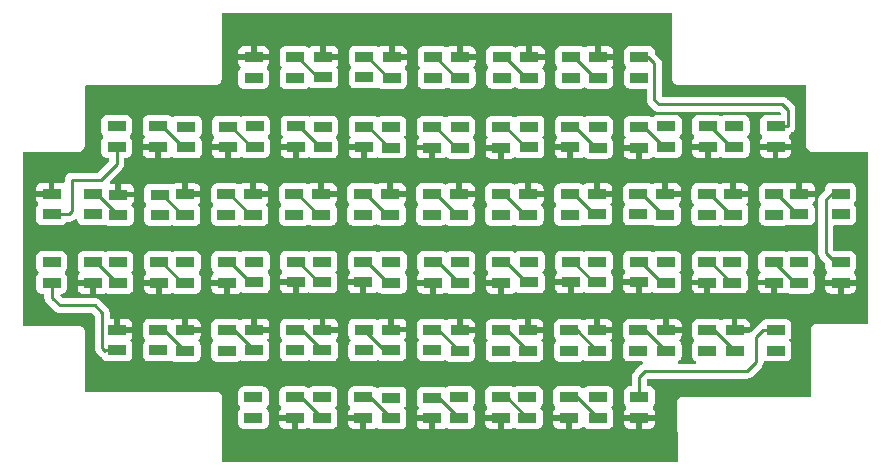
<source format=gbr>
%TF.GenerationSoftware,KiCad,Pcbnew,9.0.3*%
%TF.CreationDate,2025-07-31T16:26:09+05:30*%
%TF.ProjectId,new_ledMatrix,6e65775f-6c65-4644-9d61-747269782e6b,rev?*%
%TF.SameCoordinates,Original*%
%TF.FileFunction,Copper,L1,Top*%
%TF.FilePolarity,Positive*%
%FSLAX46Y46*%
G04 Gerber Fmt 4.6, Leading zero omitted, Abs format (unit mm)*
G04 Created by KiCad (PCBNEW 9.0.3) date 2025-07-31 16:26:09*
%MOMM*%
%LPD*%
G01*
G04 APERTURE LIST*
%TA.AperFunction,SMDPad,CuDef*%
%ADD10R,1.600000X0.850000*%
%TD*%
%TA.AperFunction,ViaPad*%
%ADD11C,0.600000*%
%TD*%
%TA.AperFunction,Conductor*%
%ADD12C,0.250000*%
%TD*%
G04 APERTURE END LIST*
D10*
%TO.P,D49,1,VDD*%
%TO.N,+5V*%
X158780000Y-87955000D03*
%TO.P,D49,2,DOUT*%
%TO.N,Net-(D49-DOUT)*%
X158780000Y-86205000D03*
%TO.P,D49,3,VSS*%
%TO.N,GND*%
X155280000Y-86205000D03*
%TO.P,D49,4,DIN*%
%TO.N,Net-(D48-DOUT)*%
X155280000Y-87955000D03*
%TD*%
%TO.P,D1,1,VDD*%
%TO.N,+5V*%
X123860000Y-64850000D03*
%TO.P,D1,2,DOUT*%
%TO.N,Net-(D1-DOUT)*%
X123860000Y-63100000D03*
%TO.P,D1,3,VSS*%
%TO.N,GND*%
X120360000Y-63100000D03*
%TO.P,D1,4,DIN*%
%TO.N,Net-(D1-DIN)*%
X120360000Y-64850000D03*
%TD*%
%TO.P,D3,1,VDD*%
%TO.N,+5V*%
X135550000Y-64865000D03*
%TO.P,D3,2,DOUT*%
%TO.N,Net-(D3-DOUT)*%
X135550000Y-63115000D03*
%TO.P,D3,3,VSS*%
%TO.N,GND*%
X132050000Y-63115000D03*
%TO.P,D3,4,DIN*%
%TO.N,Net-(D2-DOUT)*%
X132050000Y-64865000D03*
%TD*%
%TO.P,D51,1,VDD*%
%TO.N,+5V*%
X149510000Y-91885000D03*
%TO.P,D51,2,DOUT*%
%TO.N,Net-(D51-DOUT)*%
X149510000Y-93635000D03*
%TO.P,D51,3,VSS*%
%TO.N,GND*%
X153010000Y-93635000D03*
%TO.P,D51,4,DIN*%
%TO.N,Net-(D50-DOUT)*%
X153010000Y-91885000D03*
%TD*%
%TO.P,D25,1,VDD*%
%TO.N,+5V*%
X152930000Y-76425000D03*
%TO.P,D25,2,DOUT*%
%TO.N,Net-(D25-DOUT)*%
X152930000Y-74675000D03*
%TO.P,D25,3,VSS*%
%TO.N,GND*%
X149430000Y-74675000D03*
%TO.P,D25,4,DIN*%
%TO.N,Net-(D24-DOUT)*%
X149430000Y-76425000D03*
%TD*%
%TO.P,D19,1,VDD*%
%TO.N,+5V*%
X118050000Y-76475000D03*
%TO.P,D19,2,DOUT*%
%TO.N,Net-(D19-DOUT)*%
X118050000Y-74725000D03*
%TO.P,D19,3,VSS*%
%TO.N,GND*%
X114550000Y-74725000D03*
%TO.P,D19,4,DIN*%
%TO.N,Net-(D18-DOUT)*%
X114550000Y-76475000D03*
%TD*%
%TO.P,D26,1,VDD*%
%TO.N,+5V*%
X158720000Y-76455000D03*
%TO.P,D26,2,DOUT*%
%TO.N,Net-(D26-DOUT)*%
X158720000Y-74705000D03*
%TO.P,D26,3,VSS*%
%TO.N,GND*%
X155220000Y-74705000D03*
%TO.P,D26,4,DIN*%
%TO.N,Net-(D25-DOUT)*%
X155220000Y-76455000D03*
%TD*%
%TO.P,D21,1,VDD*%
%TO.N,+5V*%
X129580000Y-76435000D03*
%TO.P,D21,2,DOUT*%
%TO.N,Net-(D21-DOUT)*%
X129580000Y-74685000D03*
%TO.P,D21,3,VSS*%
%TO.N,GND*%
X126080000Y-74685000D03*
%TO.P,D21,4,DIN*%
%TO.N,Net-(D20-DOUT)*%
X126080000Y-76435000D03*
%TD*%
%TO.P,D55,1,VDD*%
%TO.N,+5V*%
X126140000Y-91915000D03*
%TO.P,D55,2,DOUT*%
%TO.N,Net-(D55-DOUT)*%
X126140000Y-93665000D03*
%TO.P,D55,3,VSS*%
%TO.N,GND*%
X129640000Y-93665000D03*
%TO.P,D55,4,DIN*%
%TO.N,Net-(D54-DOUT)*%
X129640000Y-91915000D03*
%TD*%
%TO.P,D56,1,VDD*%
%TO.N,+5V*%
X120320000Y-91915000D03*
%TO.P,D56,2,DOUT*%
%TO.N,unconnected-(D56-DOUT-Pad2)*%
X120320000Y-93665000D03*
%TO.P,D56,3,VSS*%
%TO.N,GND*%
X123820000Y-93665000D03*
%TO.P,D56,4,DIN*%
%TO.N,Net-(D55-DOUT)*%
X123820000Y-91915000D03*
%TD*%
%TO.P,D17,1,VDD*%
%TO.N,+5V*%
X106740000Y-76405000D03*
%TO.P,D17,2,DOUT*%
%TO.N,Net-(D17-DOUT)*%
X106740000Y-74655000D03*
%TO.P,D17,3,VSS*%
%TO.N,GND*%
X103240000Y-74655000D03*
%TO.P,D17,4,DIN*%
%TO.N,Net-(D16-DOUT)*%
X103240000Y-76405000D03*
%TD*%
%TO.P,D54,1,VDD*%
%TO.N,+5V*%
X131970000Y-91935000D03*
%TO.P,D54,2,DOUT*%
%TO.N,Net-(D54-DOUT)*%
X131970000Y-93685000D03*
%TO.P,D54,3,VSS*%
%TO.N,GND*%
X135470000Y-93685000D03*
%TO.P,D54,4,DIN*%
%TO.N,Net-(D53-DOUT)*%
X135470000Y-91935000D03*
%TD*%
%TO.P,D2,1,VDD*%
%TO.N,+5V*%
X129730000Y-64820000D03*
%TO.P,D2,2,DOUT*%
%TO.N,Net-(D2-DOUT)*%
X129730000Y-63070000D03*
%TO.P,D2,3,VSS*%
%TO.N,GND*%
X126230000Y-63070000D03*
%TO.P,D2,4,DIN*%
%TO.N,Net-(D1-DOUT)*%
X126230000Y-64820000D03*
%TD*%
%TO.P,D23,1,VDD*%
%TO.N,+5V*%
X141260000Y-76455000D03*
%TO.P,D23,2,DOUT*%
%TO.N,Net-(D23-DOUT)*%
X141260000Y-74705000D03*
%TO.P,D23,3,VSS*%
%TO.N,GND*%
X137760000Y-74705000D03*
%TO.P,D23,4,DIN*%
%TO.N,Net-(D22-DOUT)*%
X137760000Y-76455000D03*
%TD*%
%TO.P,D7,1,VDD*%
%TO.N,+5V*%
X161040000Y-68955000D03*
%TO.P,D7,2,DOUT*%
%TO.N,Net-(D7-DOUT)*%
X161040000Y-70705000D03*
%TO.P,D7,3,VSS*%
%TO.N,GND*%
X164540000Y-70705000D03*
%TO.P,D7,4,DIN*%
%TO.N,Net-(D6-DOUT)*%
X164540000Y-68955000D03*
%TD*%
%TO.P,D35,1,VDD*%
%TO.N,+5V*%
X132010000Y-80445000D03*
%TO.P,D35,2,DOUT*%
%TO.N,Net-(D35-DOUT)*%
X132010000Y-82195000D03*
%TO.P,D35,3,VSS*%
%TO.N,GND*%
X135510000Y-82195000D03*
%TO.P,D35,4,DIN*%
%TO.N,Net-(D34-DOUT)*%
X135510000Y-80445000D03*
%TD*%
%TO.P,D13,1,VDD*%
%TO.N,+5V*%
X126190000Y-68995000D03*
%TO.P,D13,2,DOUT*%
%TO.N,Net-(D13-DOUT)*%
X126190000Y-70745000D03*
%TO.P,D13,3,VSS*%
%TO.N,GND*%
X129690000Y-70745000D03*
%TO.P,D13,4,DIN*%
%TO.N,Net-(D12-DOUT)*%
X129690000Y-68995000D03*
%TD*%
%TO.P,D50,1,VDD*%
%TO.N,+5V*%
X164570000Y-87945000D03*
%TO.P,D50,2,DOUT*%
%TO.N,Net-(D50-DOUT)*%
X164570000Y-86195000D03*
%TO.P,D50,3,VSS*%
%TO.N,GND*%
X161070000Y-86195000D03*
%TO.P,D50,4,DIN*%
%TO.N,Net-(D49-DOUT)*%
X161070000Y-87945000D03*
%TD*%
%TO.P,D24,1,VDD*%
%TO.N,+5V*%
X147100000Y-76475000D03*
%TO.P,D24,2,DOUT*%
%TO.N,Net-(D24-DOUT)*%
X147100000Y-74725000D03*
%TO.P,D24,3,VSS*%
%TO.N,GND*%
X143600000Y-74725000D03*
%TO.P,D24,4,DIN*%
%TO.N,Net-(D23-DOUT)*%
X143600000Y-76475000D03*
%TD*%
%TO.P,D15,1,VDD*%
%TO.N,+5V*%
X114650000Y-68995000D03*
%TO.P,D15,2,DOUT*%
%TO.N,Net-(D15-DOUT)*%
X114650000Y-70745000D03*
%TO.P,D15,3,VSS*%
%TO.N,GND*%
X118150000Y-70745000D03*
%TO.P,D15,4,DIN*%
%TO.N,Net-(D14-DOUT)*%
X118150000Y-68995000D03*
%TD*%
%TO.P,D27,1,VDD*%
%TO.N,+5V*%
X164440000Y-76435000D03*
%TO.P,D27,2,DOUT*%
%TO.N,Net-(D27-DOUT)*%
X164440000Y-74685000D03*
%TO.P,D27,3,VSS*%
%TO.N,GND*%
X160940000Y-74685000D03*
%TO.P,D27,4,DIN*%
%TO.N,Net-(D26-DOUT)*%
X160940000Y-76435000D03*
%TD*%
%TO.P,D53,1,VDD*%
%TO.N,+5V*%
X137770000Y-91895000D03*
%TO.P,D53,2,DOUT*%
%TO.N,Net-(D53-DOUT)*%
X137770000Y-93645000D03*
%TO.P,D53,3,VSS*%
%TO.N,GND*%
X141270000Y-93645000D03*
%TO.P,D53,4,DIN*%
%TO.N,Net-(D52-DOUT)*%
X141270000Y-91895000D03*
%TD*%
%TO.P,D39,1,VDD*%
%TO.N,+5V*%
X108860000Y-80455000D03*
%TO.P,D39,2,DOUT*%
%TO.N,Net-(D39-DOUT)*%
X108860000Y-82205000D03*
%TO.P,D39,3,VSS*%
%TO.N,GND*%
X112360000Y-82205000D03*
%TO.P,D39,4,DIN*%
%TO.N,Net-(D38-DOUT)*%
X112360000Y-80455000D03*
%TD*%
%TO.P,D18,1,VDD*%
%TO.N,+5V*%
X112390000Y-76485000D03*
%TO.P,D18,2,DOUT*%
%TO.N,Net-(D18-DOUT)*%
X112390000Y-74735000D03*
%TO.P,D18,3,VSS*%
%TO.N,GND*%
X108890000Y-74735000D03*
%TO.P,D18,4,DIN*%
%TO.N,Net-(D17-DOUT)*%
X108890000Y-76485000D03*
%TD*%
%TO.P,D42,1,VDD*%
%TO.N,+5V*%
X118060000Y-87955000D03*
%TO.P,D42,2,DOUT*%
%TO.N,Net-(D42-DOUT)*%
X118060000Y-86205000D03*
%TO.P,D42,3,VSS*%
%TO.N,GND*%
X114560000Y-86205000D03*
%TO.P,D42,4,DIN*%
%TO.N,Net-(D41-DOUT)*%
X114560000Y-87955000D03*
%TD*%
%TO.P,D20,1,VDD*%
%TO.N,+5V*%
X123810000Y-76455000D03*
%TO.P,D20,2,DOUT*%
%TO.N,Net-(D20-DOUT)*%
X123810000Y-74705000D03*
%TO.P,D20,3,VSS*%
%TO.N,GND*%
X120310000Y-74705000D03*
%TO.P,D20,4,DIN*%
%TO.N,Net-(D19-DOUT)*%
X120310000Y-76455000D03*
%TD*%
%TO.P,D9,1,VDD*%
%TO.N,+5V*%
X149490000Y-69015000D03*
%TO.P,D9,2,DOUT*%
%TO.N,Net-(D10-DIN)*%
X149490000Y-70765000D03*
%TO.P,D9,3,VSS*%
%TO.N,GND*%
X152990000Y-70765000D03*
%TO.P,D9,4,DIN*%
%TO.N,Net-(D8-DOUT)*%
X152990000Y-69015000D03*
%TD*%
%TO.P,D8,1,VDD*%
%TO.N,+5V*%
X155290000Y-68955000D03*
%TO.P,D8,2,DOUT*%
%TO.N,Net-(D8-DOUT)*%
X155290000Y-70705000D03*
%TO.P,D8,3,VSS*%
%TO.N,GND*%
X158790000Y-70705000D03*
%TO.P,D8,4,DIN*%
%TO.N,Net-(D7-DOUT)*%
X158790000Y-68955000D03*
%TD*%
%TO.P,D5,1,VDD*%
%TO.N,+5V*%
X147190000Y-64855000D03*
%TO.P,D5,2,DOUT*%
%TO.N,Net-(D5-DOUT)*%
X147190000Y-63105000D03*
%TO.P,D5,3,VSS*%
%TO.N,GND*%
X143690000Y-63105000D03*
%TO.P,D5,4,DIN*%
%TO.N,Net-(D4-DOUT)*%
X143690000Y-64855000D03*
%TD*%
%TO.P,D29,1,VDD*%
%TO.N,+5V*%
X166550000Y-80445000D03*
%TO.P,D29,2,DOUT*%
%TO.N,Net-(D29-DOUT)*%
X166550000Y-82195000D03*
%TO.P,D29,3,VSS*%
%TO.N,GND*%
X170050000Y-82195000D03*
%TO.P,D29,4,DIN*%
%TO.N,Net-(D28-DOUT)*%
X170050000Y-80445000D03*
%TD*%
%TO.P,D45,1,VDD*%
%TO.N,+5V*%
X135470000Y-87915000D03*
%TO.P,D45,2,DOUT*%
%TO.N,Net-(D45-DOUT)*%
X135470000Y-86165000D03*
%TO.P,D45,3,VSS*%
%TO.N,GND*%
X131970000Y-86165000D03*
%TO.P,D45,4,DIN*%
%TO.N,Net-(D44-DOUT)*%
X131970000Y-87915000D03*
%TD*%
%TO.P,D48,1,VDD*%
%TO.N,+5V*%
X152930000Y-87945000D03*
%TO.P,D48,2,DOUT*%
%TO.N,Net-(D48-DOUT)*%
X152930000Y-86195000D03*
%TO.P,D48,3,VSS*%
%TO.N,GND*%
X149430000Y-86195000D03*
%TO.P,D48,4,DIN*%
%TO.N,Net-(D47-DOUT)*%
X149430000Y-87945000D03*
%TD*%
%TO.P,D34,1,VDD*%
%TO.N,+5V*%
X137820000Y-80475000D03*
%TO.P,D34,2,DOUT*%
%TO.N,Net-(D34-DOUT)*%
X137820000Y-82225000D03*
%TO.P,D34,3,VSS*%
%TO.N,GND*%
X141320000Y-82225000D03*
%TO.P,D34,4,DIN*%
%TO.N,Net-(D33-DOUT)*%
X141320000Y-80475000D03*
%TD*%
%TO.P,D14,1,VDD*%
%TO.N,+5V*%
X120450000Y-68975000D03*
%TO.P,D14,2,DOUT*%
%TO.N,Net-(D14-DOUT)*%
X120450000Y-70725000D03*
%TO.P,D14,3,VSS*%
%TO.N,GND*%
X123950000Y-70725000D03*
%TO.P,D14,4,DIN*%
%TO.N,Net-(D13-DOUT)*%
X123950000Y-68975000D03*
%TD*%
%TO.P,D10,1,VDD*%
%TO.N,+5V*%
X143660000Y-68995000D03*
%TO.P,D10,2,DOUT*%
%TO.N,Net-(D10-DOUT)*%
X143660000Y-70745000D03*
%TO.P,D10,3,VSS*%
%TO.N,GND*%
X147160000Y-70745000D03*
%TO.P,D10,4,DIN*%
%TO.N,Net-(D10-DIN)*%
X147160000Y-68995000D03*
%TD*%
%TO.P,D11,1,VDD*%
%TO.N,+5V*%
X137790000Y-69015000D03*
%TO.P,D11,2,DOUT*%
%TO.N,Net-(D11-DOUT)*%
X137790000Y-70765000D03*
%TO.P,D11,3,VSS*%
%TO.N,GND*%
X141290000Y-70765000D03*
%TO.P,D11,4,DIN*%
%TO.N,Net-(D10-DOUT)*%
X141290000Y-69015000D03*
%TD*%
%TO.P,D4,1,VDD*%
%TO.N,+5V*%
X141340000Y-64835000D03*
%TO.P,D4,2,DOUT*%
%TO.N,Net-(D4-DOUT)*%
X141340000Y-63085000D03*
%TO.P,D4,3,VSS*%
%TO.N,GND*%
X137840000Y-63085000D03*
%TO.P,D4,4,DIN*%
%TO.N,Net-(D3-DOUT)*%
X137840000Y-64835000D03*
%TD*%
%TO.P,D22,1,VDD*%
%TO.N,+5V*%
X135420000Y-76435000D03*
%TO.P,D22,2,DOUT*%
%TO.N,Net-(D22-DOUT)*%
X135420000Y-74685000D03*
%TO.P,D22,3,VSS*%
%TO.N,GND*%
X131920000Y-74685000D03*
%TO.P,D22,4,DIN*%
%TO.N,Net-(D21-DOUT)*%
X131920000Y-76435000D03*
%TD*%
%TO.P,D33,1,VDD*%
%TO.N,+5V*%
X143690000Y-80425000D03*
%TO.P,D33,2,DOUT*%
%TO.N,Net-(D33-DOUT)*%
X143690000Y-82175000D03*
%TO.P,D33,3,VSS*%
%TO.N,GND*%
X147190000Y-82175000D03*
%TO.P,D33,4,DIN*%
%TO.N,Net-(D32-DOUT)*%
X147190000Y-80425000D03*
%TD*%
%TO.P,D28,1,VDD*%
%TO.N,+5V*%
X170050000Y-76405000D03*
%TO.P,D28,2,DOUT*%
%TO.N,Net-(D28-DOUT)*%
X170050000Y-74655000D03*
%TO.P,D28,3,VSS*%
%TO.N,GND*%
X166550000Y-74655000D03*
%TO.P,D28,4,DIN*%
%TO.N,Net-(D27-DOUT)*%
X166550000Y-76405000D03*
%TD*%
%TO.P,D16,1,VDD*%
%TO.N,+5V*%
X108760000Y-68945000D03*
%TO.P,D16,2,DOUT*%
%TO.N,Net-(D16-DOUT)*%
X108760000Y-70695000D03*
%TO.P,D16,3,VSS*%
%TO.N,GND*%
X112260000Y-70695000D03*
%TO.P,D16,4,DIN*%
%TO.N,Net-(D15-DOUT)*%
X112260000Y-68945000D03*
%TD*%
%TO.P,D36,1,VDD*%
%TO.N,+5V*%
X126140000Y-80425000D03*
%TO.P,D36,2,DOUT*%
%TO.N,Net-(D36-DOUT)*%
X126140000Y-82175000D03*
%TO.P,D36,3,VSS*%
%TO.N,GND*%
X129640000Y-82175000D03*
%TO.P,D36,4,DIN*%
%TO.N,Net-(D35-DOUT)*%
X129640000Y-80425000D03*
%TD*%
%TO.P,D43,1,VDD*%
%TO.N,+5V*%
X123880000Y-87925000D03*
%TO.P,D43,2,DOUT*%
%TO.N,Net-(D43-DOUT)*%
X123880000Y-86175000D03*
%TO.P,D43,3,VSS*%
%TO.N,GND*%
X120380000Y-86175000D03*
%TO.P,D43,4,DIN*%
%TO.N,Net-(D42-DOUT)*%
X120380000Y-87925000D03*
%TD*%
%TO.P,D44,1,VDD*%
%TO.N,+5V*%
X129680000Y-87930000D03*
%TO.P,D44,2,DOUT*%
%TO.N,Net-(D44-DOUT)*%
X129680000Y-86180000D03*
%TO.P,D44,3,VSS*%
%TO.N,GND*%
X126180000Y-86180000D03*
%TO.P,D44,4,DIN*%
%TO.N,Net-(D43-DOUT)*%
X126180000Y-87930000D03*
%TD*%
%TO.P,D30,1,VDD*%
%TO.N,+5V*%
X160890000Y-80435000D03*
%TO.P,D30,2,DOUT*%
%TO.N,Net-(D30-DOUT)*%
X160890000Y-82185000D03*
%TO.P,D30,3,VSS*%
%TO.N,GND*%
X164390000Y-82185000D03*
%TO.P,D30,4,DIN*%
%TO.N,Net-(D29-DOUT)*%
X164390000Y-80435000D03*
%TD*%
%TO.P,D31,1,VDD*%
%TO.N,+5V*%
X155260000Y-80435000D03*
%TO.P,D31,2,DOUT*%
%TO.N,Net-(D31-DOUT)*%
X155260000Y-82185000D03*
%TO.P,D31,3,VSS*%
%TO.N,GND*%
X158760000Y-82185000D03*
%TO.P,D31,4,DIN*%
%TO.N,Net-(D30-DOUT)*%
X158760000Y-80435000D03*
%TD*%
%TO.P,D46,1,VDD*%
%TO.N,+5V*%
X141290000Y-87955000D03*
%TO.P,D46,2,DOUT*%
%TO.N,Net-(D46-DOUT)*%
X141290000Y-86205000D03*
%TO.P,D46,3,VSS*%
%TO.N,GND*%
X137790000Y-86205000D03*
%TO.P,D46,4,DIN*%
%TO.N,Net-(D45-DOUT)*%
X137790000Y-87955000D03*
%TD*%
%TO.P,D41,1,VDD*%
%TO.N,+5V*%
X112290000Y-87935000D03*
%TO.P,D41,2,DOUT*%
%TO.N,Net-(D41-DOUT)*%
X112290000Y-86185000D03*
%TO.P,D41,3,VSS*%
%TO.N,GND*%
X108790000Y-86185000D03*
%TO.P,D41,4,DIN*%
%TO.N,Net-(D40-DOUT)*%
X108790000Y-87935000D03*
%TD*%
%TO.P,D52,1,VDD*%
%TO.N,+5V*%
X143520000Y-91895000D03*
%TO.P,D52,2,DOUT*%
%TO.N,Net-(D52-DOUT)*%
X143520000Y-93645000D03*
%TO.P,D52,3,VSS*%
%TO.N,GND*%
X147020000Y-93645000D03*
%TO.P,D52,4,DIN*%
%TO.N,Net-(D51-DOUT)*%
X147020000Y-91895000D03*
%TD*%
%TO.P,D47,1,VDD*%
%TO.N,+5V*%
X147090000Y-87955000D03*
%TO.P,D47,2,DOUT*%
%TO.N,Net-(D47-DOUT)*%
X147090000Y-86205000D03*
%TO.P,D47,3,VSS*%
%TO.N,GND*%
X143590000Y-86205000D03*
%TO.P,D47,4,DIN*%
%TO.N,Net-(D46-DOUT)*%
X143590000Y-87955000D03*
%TD*%
%TO.P,D40,1,VDD*%
%TO.N,+5V*%
X103260000Y-80455000D03*
%TO.P,D40,2,DOUT*%
%TO.N,Net-(D40-DOUT)*%
X103260000Y-82205000D03*
%TO.P,D40,3,VSS*%
%TO.N,GND*%
X106760000Y-82205000D03*
%TO.P,D40,4,DIN*%
%TO.N,Net-(D39-DOUT)*%
X106760000Y-80455000D03*
%TD*%
%TO.P,D38,1,VDD*%
%TO.N,+5V*%
X114580000Y-80455000D03*
%TO.P,D38,2,DOUT*%
%TO.N,Net-(D38-DOUT)*%
X114580000Y-82205000D03*
%TO.P,D38,3,VSS*%
%TO.N,GND*%
X118080000Y-82205000D03*
%TO.P,D38,4,DIN*%
%TO.N,Net-(D37-DOUT)*%
X118080000Y-80455000D03*
%TD*%
%TO.P,D12,1,VDD*%
%TO.N,+5V*%
X131970000Y-69005000D03*
%TO.P,D12,2,DOUT*%
%TO.N,Net-(D12-DOUT)*%
X131970000Y-70755000D03*
%TO.P,D12,3,VSS*%
%TO.N,GND*%
X135470000Y-70755000D03*
%TO.P,D12,4,DIN*%
%TO.N,Net-(D11-DOUT)*%
X135470000Y-69005000D03*
%TD*%
%TO.P,D32,1,VDD*%
%TO.N,+5V*%
X149450000Y-80415000D03*
%TO.P,D32,2,DOUT*%
%TO.N,Net-(D32-DOUT)*%
X149450000Y-82165000D03*
%TO.P,D32,3,VSS*%
%TO.N,GND*%
X152950000Y-82165000D03*
%TO.P,D32,4,DIN*%
%TO.N,Net-(D31-DOUT)*%
X152950000Y-80415000D03*
%TD*%
%TO.P,D37,1,VDD*%
%TO.N,+5V*%
X120410000Y-80415000D03*
%TO.P,D37,2,DOUT*%
%TO.N,Net-(D37-DOUT)*%
X120410000Y-82165000D03*
%TO.P,D37,3,VSS*%
%TO.N,GND*%
X123910000Y-82165000D03*
%TO.P,D37,4,DIN*%
%TO.N,Net-(D36-DOUT)*%
X123910000Y-80415000D03*
%TD*%
%TO.P,D6,1,VDD*%
%TO.N,+5V*%
X153020000Y-64835000D03*
%TO.P,D6,2,DOUT*%
%TO.N,Net-(D6-DOUT)*%
X153020000Y-63085000D03*
%TO.P,D6,3,VSS*%
%TO.N,GND*%
X149520000Y-63085000D03*
%TO.P,D6,4,DIN*%
%TO.N,Net-(D5-DOUT)*%
X149520000Y-64835000D03*
%TD*%
D11*
%TO.N,Net-(D1-DIN)*%
X120360000Y-64850000D03*
%TO.N,GND*%
X120360000Y-63100000D03*
%TO.N,+5V*%
X170050000Y-76405000D03*
X155290000Y-68955000D03*
X132010000Y-80445000D03*
X158720000Y-76455000D03*
X152930000Y-76425000D03*
X149510000Y-91885000D03*
X106740000Y-76485000D03*
X155260000Y-80435000D03*
X126190000Y-68995000D03*
X161040000Y-68955000D03*
X120450000Y-68975000D03*
X135420000Y-76435000D03*
X143660000Y-68995000D03*
X137820000Y-80475000D03*
X147090000Y-87955000D03*
X149450000Y-80415000D03*
X137790000Y-69015000D03*
X129680000Y-87930000D03*
X160890000Y-80435000D03*
X112390000Y-76485000D03*
X149490000Y-69015000D03*
X137790000Y-69015000D03*
X141340000Y-64835000D03*
X120450000Y-68975000D03*
X103260000Y-80455000D03*
X108760000Y-68945000D03*
X114650000Y-68995000D03*
X114580000Y-80455000D03*
X135470000Y-87915000D03*
X123880000Y-87925000D03*
X120410000Y-80415000D03*
X166550000Y-80445000D03*
X118060000Y-87955000D03*
X129710000Y-64740000D03*
X141260000Y-76455000D03*
X135550000Y-64865000D03*
X126140000Y-80425000D03*
X158790000Y-87945000D03*
X147100000Y-76475000D03*
X147190000Y-64855000D03*
X126140000Y-91915000D03*
X131970000Y-69005000D03*
X108860000Y-80455000D03*
X112290000Y-87935000D03*
X135550000Y-64865000D03*
X131970000Y-91935000D03*
X137770000Y-91895000D03*
X141290000Y-87955000D03*
X118050000Y-76475000D03*
X123810000Y-76455000D03*
X164570000Y-87945000D03*
X143690000Y-80425000D03*
X123860000Y-64850000D03*
X143520000Y-91895000D03*
X120320000Y-91915000D03*
X153020000Y-64835000D03*
X129580000Y-76435000D03*
X152930000Y-87945000D03*
X164440000Y-76435000D03*
%TD*%
D12*
%TO.N,Net-(D4-DOUT)*%
X141340000Y-63085000D02*
X141615000Y-63085000D01*
%TO.N,Net-(D3-DOUT)*%
X135550000Y-63115000D02*
X135795000Y-63115000D01*
%TO.N,Net-(D5-DOUT)*%
X147190000Y-63105000D02*
X147505000Y-63105000D01*
%TO.N,Net-(D54-DOUT)*%
X129640000Y-91915000D02*
X130200000Y-91915000D01*
X130200000Y-91915000D02*
X131970000Y-93685000D01*
%TO.N,Net-(D51-DOUT)*%
X147020000Y-91895000D02*
X147770000Y-91895000D01*
X147770000Y-91895000D02*
X149510000Y-93635000D01*
%TO.N,Net-(D55-DOUT)*%
X124390000Y-91915000D02*
X126140000Y-93665000D01*
%TO.N,Net-(D53-DOUT)*%
X135470000Y-91935000D02*
X136060000Y-91935000D01*
%TO.N,Net-(D52-DOUT)*%
X141270000Y-91895000D02*
X141770000Y-91895000D01*
%TO.N,Net-(D50-DOUT)*%
X164570000Y-86195000D02*
X163505000Y-86195000D01*
X153490000Y-89690000D02*
X153010000Y-90170000D01*
%TO.N,Net-(D55-DOUT)*%
X123820000Y-91915000D02*
X124390000Y-91915000D01*
%TO.N,Net-(D53-DOUT)*%
X136060000Y-91935000D02*
X137770000Y-93645000D01*
%TO.N,Net-(D50-DOUT)*%
X162880000Y-86820000D02*
X162880000Y-88920000D01*
%TO.N,Net-(D52-DOUT)*%
X141770000Y-91895000D02*
X143520000Y-93645000D01*
%TO.N,Net-(D50-DOUT)*%
X153010000Y-90170000D02*
X153010000Y-91885000D01*
X162110000Y-89690000D02*
X153490000Y-89690000D01*
%TO.N,Net-(D47-DOUT)*%
X147690000Y-86205000D02*
X149430000Y-87945000D01*
%TO.N,Net-(D36-DOUT)*%
X124105000Y-80415000D02*
X125865000Y-82175000D01*
%TO.N,Net-(D44-DOUT)*%
X131415000Y-87915000D02*
X131970000Y-87915000D01*
%TO.N,Net-(D42-DOUT)*%
X118060000Y-86205000D02*
X118660000Y-86205000D01*
%TO.N,Net-(D40-DOUT)*%
X103260000Y-83470000D02*
X103920000Y-84130000D01*
%TO.N,Net-(D43-DOUT)*%
X124425000Y-86175000D02*
X126180000Y-87930000D01*
%TO.N,Net-(D28-DOUT)*%
X169535000Y-80445000D02*
X170050000Y-80445000D01*
%TO.N,Net-(D30-DOUT)*%
X160785000Y-82185000D02*
X159035000Y-80435000D01*
%TO.N,Net-(D46-DOUT)*%
X141290000Y-86205000D02*
X141840000Y-86205000D01*
%TO.N,Net-(D37-DOUT)*%
X120075000Y-82165000D02*
X120410000Y-82165000D01*
X118080000Y-80455000D02*
X118365000Y-80455000D01*
%TO.N,Net-(D35-DOUT)*%
X129945000Y-80425000D02*
X131715000Y-82195000D01*
%TO.N,Net-(D40-DOUT)*%
X103920000Y-84130000D02*
X106920000Y-84130000D01*
%TO.N,Net-(D36-DOUT)*%
X125865000Y-82175000D02*
X126140000Y-82175000D01*
%TO.N,Net-(D46-DOUT)*%
X141840000Y-86205000D02*
X143590000Y-87955000D01*
%TO.N,Net-(D45-DOUT)*%
X135470000Y-86165000D02*
X136000000Y-86165000D01*
%TO.N,Net-(D41-DOUT)*%
X112790000Y-86185000D02*
X114560000Y-87955000D01*
%TO.N,Net-(D31-DOUT)*%
X155260000Y-82185000D02*
X154895000Y-82185000D01*
%TO.N,Net-(D29-DOUT)*%
X166150000Y-82195000D02*
X164390000Y-80435000D01*
%TO.N,Net-(D40-DOUT)*%
X106920000Y-84130000D02*
X107540000Y-84750000D01*
%TO.N,Net-(D39-DOUT)*%
X108785000Y-82205000D02*
X107035000Y-80455000D01*
%TO.N,Net-(D35-DOUT)*%
X131715000Y-82195000D02*
X132010000Y-82195000D01*
%TO.N,Net-(D31-DOUT)*%
X154895000Y-82185000D02*
X153125000Y-80415000D01*
%TO.N,Net-(D29-DOUT)*%
X166550000Y-82195000D02*
X166150000Y-82195000D01*
%TO.N,Net-(D28-DOUT)*%
X169285000Y-74655000D02*
X168800000Y-75140000D01*
%TO.N,Net-(D30-DOUT)*%
X160890000Y-82185000D02*
X160785000Y-82185000D01*
%TO.N,Net-(D40-DOUT)*%
X107740000Y-87950000D02*
X107755000Y-87935000D01*
X103260000Y-82205000D02*
X103260000Y-83470000D01*
%TO.N,Net-(D31-DOUT)*%
X153125000Y-80415000D02*
X152950000Y-80415000D01*
%TO.N,Net-(D39-DOUT)*%
X107035000Y-80455000D02*
X106760000Y-80455000D01*
%TO.N,Net-(D32-DOUT)*%
X149145000Y-82165000D02*
X147405000Y-80425000D01*
%TO.N,Net-(D33-DOUT)*%
X141320000Y-80475000D02*
X141685000Y-80475000D01*
%TO.N,Net-(D38-DOUT)*%
X112360000Y-80455000D02*
X112575000Y-80455000D01*
%TO.N,Net-(D32-DOUT)*%
X149450000Y-82165000D02*
X149145000Y-82165000D01*
%TO.N,Net-(D28-DOUT)*%
X168800000Y-75140000D02*
X168800000Y-79710000D01*
%TO.N,Net-(D50-DOUT)*%
X163505000Y-86195000D02*
X162880000Y-86820000D01*
%TO.N,Net-(D40-DOUT)*%
X107540000Y-87750000D02*
X107740000Y-87950000D01*
%TO.N,Net-(D50-DOUT)*%
X162880000Y-88920000D02*
X162110000Y-89690000D01*
%TO.N,Net-(D40-DOUT)*%
X107755000Y-87935000D02*
X108790000Y-87935000D01*
%TO.N,Net-(D30-DOUT)*%
X159035000Y-80435000D02*
X158760000Y-80435000D01*
%TO.N,Net-(D49-DOUT)*%
X159330000Y-86205000D02*
X161070000Y-87945000D01*
%TO.N,Net-(D42-DOUT)*%
X118660000Y-86205000D02*
X120380000Y-87925000D01*
%TO.N,Net-(D32-DOUT)*%
X147405000Y-80425000D02*
X147190000Y-80425000D01*
%TO.N,Net-(D49-DOUT)*%
X158780000Y-86205000D02*
X159330000Y-86205000D01*
%TO.N,Net-(D48-DOUT)*%
X152930000Y-86195000D02*
X153520000Y-86195000D01*
%TO.N,Net-(D36-DOUT)*%
X123910000Y-80415000D02*
X124105000Y-80415000D01*
%TO.N,Net-(D48-DOUT)*%
X153520000Y-86195000D02*
X155280000Y-87955000D01*
%TO.N,Net-(D43-DOUT)*%
X123880000Y-86175000D02*
X124425000Y-86175000D01*
%TO.N,Net-(D34-DOUT)*%
X135510000Y-80445000D02*
X135955000Y-80445000D01*
%TO.N,Net-(D33-DOUT)*%
X143385000Y-82175000D02*
X143690000Y-82175000D01*
%TO.N,Net-(D44-DOUT)*%
X129680000Y-86180000D02*
X131415000Y-87915000D01*
%TO.N,Net-(D38-DOUT)*%
X114325000Y-82205000D02*
X114580000Y-82205000D01*
%TO.N,Net-(D45-DOUT)*%
X136000000Y-86165000D02*
X137790000Y-87955000D01*
%TO.N,Net-(D40-DOUT)*%
X107540000Y-84750000D02*
X107540000Y-87750000D01*
%TO.N,Net-(D34-DOUT)*%
X137735000Y-82225000D02*
X137820000Y-82225000D01*
X135955000Y-80445000D02*
X137735000Y-82225000D01*
%TO.N,Net-(D33-DOUT)*%
X141685000Y-80475000D02*
X143385000Y-82175000D01*
%TO.N,Net-(D39-DOUT)*%
X108860000Y-82205000D02*
X108785000Y-82205000D01*
%TO.N,Net-(D35-DOUT)*%
X129640000Y-80425000D02*
X129945000Y-80425000D01*
%TO.N,Net-(D38-DOUT)*%
X112575000Y-80455000D02*
X114325000Y-82205000D01*
%TO.N,Net-(D28-DOUT)*%
X170050000Y-74655000D02*
X169285000Y-74655000D01*
%TO.N,Net-(D47-DOUT)*%
X147090000Y-86205000D02*
X147690000Y-86205000D01*
%TO.N,Net-(D41-DOUT)*%
X112290000Y-86185000D02*
X112790000Y-86185000D01*
%TO.N,Net-(D37-DOUT)*%
X118365000Y-80455000D02*
X120075000Y-82165000D01*
%TO.N,Net-(D20-DOUT)*%
X125835000Y-76435000D02*
X126080000Y-76435000D01*
X123810000Y-74705000D02*
X124105000Y-74705000D01*
%TO.N,Net-(D18-DOUT)*%
X112390000Y-74735000D02*
X112595000Y-74735000D01*
%TO.N,Net-(D16-DOUT)*%
X108760000Y-70695000D02*
X108760000Y-72150000D01*
X108760000Y-72150000D02*
X107410000Y-73500000D01*
%TO.N,Net-(D10-DOUT)*%
X141675000Y-69015000D02*
X143405000Y-70745000D01*
%TO.N,Net-(D12-DOUT)*%
X130085000Y-68995000D02*
X131845000Y-70755000D01*
%TO.N,Net-(D8-DOUT)*%
X152990000Y-69015000D02*
X153405000Y-69015000D01*
X155095000Y-70705000D02*
X155290000Y-70705000D01*
%TO.N,Net-(D16-DOUT)*%
X107410000Y-73500000D02*
X104980000Y-73500000D01*
%TO.N,Net-(D14-DOUT)*%
X120175000Y-70725000D02*
X120450000Y-70725000D01*
%TO.N,Net-(D12-DOUT)*%
X129690000Y-68995000D02*
X130085000Y-68995000D01*
%TO.N,Net-(D18-DOUT)*%
X112595000Y-74735000D02*
X114335000Y-76475000D01*
%TO.N,Net-(D13-DOUT)*%
X123950000Y-68975000D02*
X124205000Y-68975000D01*
%TO.N,Net-(D18-DOUT)*%
X114335000Y-76475000D02*
X114550000Y-76475000D01*
%TO.N,Net-(D10-DIN)*%
X149305000Y-70765000D02*
X149490000Y-70765000D01*
%TO.N,Net-(D11-DOUT)*%
X137515000Y-70765000D02*
X137790000Y-70765000D01*
%TO.N,Net-(D13-DOUT)*%
X125975000Y-70745000D02*
X126190000Y-70745000D01*
%TO.N,Net-(D16-DOUT)*%
X104980000Y-76160000D02*
X104735000Y-76405000D01*
%TO.N,Net-(D12-DOUT)*%
X131845000Y-70755000D02*
X131970000Y-70755000D01*
%TO.N,Net-(D10-DIN)*%
X147535000Y-68995000D02*
X149305000Y-70765000D01*
%TO.N,Net-(D19-DOUT)*%
X120075000Y-76455000D02*
X120310000Y-76455000D01*
%TO.N,Net-(D21-DOUT)*%
X131655000Y-76435000D02*
X131920000Y-76435000D01*
%TO.N,Net-(D13-DOUT)*%
X124205000Y-68975000D02*
X125975000Y-70745000D01*
%TO.N,Net-(D22-DOUT)*%
X135420000Y-74685000D02*
X135785000Y-74685000D01*
%TO.N,Net-(D19-DOUT)*%
X118050000Y-74725000D02*
X118345000Y-74725000D01*
%TO.N,Net-(D10-DOUT)*%
X141290000Y-69015000D02*
X141675000Y-69015000D01*
%TO.N,Net-(D19-DOUT)*%
X118345000Y-74725000D02*
X120075000Y-76455000D01*
%TO.N,Net-(D10-DIN)*%
X147160000Y-68995000D02*
X147535000Y-68995000D01*
%TO.N,Net-(D8-DOUT)*%
X153405000Y-69015000D02*
X155095000Y-70705000D01*
%TO.N,Net-(D15-DOUT)*%
X112585000Y-68945000D02*
X114385000Y-70745000D01*
%TO.N,Net-(D25-DOUT)*%
X152930000Y-74675000D02*
X153215000Y-74675000D01*
%TO.N,Net-(D11-DOUT)*%
X135755000Y-69005000D02*
X137515000Y-70765000D01*
%TO.N,Net-(D10-DOUT)*%
X143405000Y-70745000D02*
X143660000Y-70745000D01*
%TO.N,Net-(D28-DOUT)*%
X168800000Y-79710000D02*
X169535000Y-80445000D01*
%TO.N,Net-(D27-DOUT)*%
X164440000Y-74685000D02*
X164625000Y-74685000D01*
X164625000Y-74685000D02*
X166345000Y-76405000D01*
%TO.N,Net-(D24-DOUT)*%
X147100000Y-74725000D02*
X147485000Y-74725000D01*
%TO.N,Net-(D27-DOUT)*%
X166345000Y-76405000D02*
X166550000Y-76405000D01*
%TO.N,Net-(D23-DOUT)*%
X143305000Y-76475000D02*
X143600000Y-76475000D01*
%TO.N,Net-(D11-DOUT)*%
X135470000Y-69005000D02*
X135755000Y-69005000D01*
%TO.N,Net-(D14-DOUT)*%
X118150000Y-68995000D02*
X118445000Y-68995000D01*
%TO.N,Net-(D16-DOUT)*%
X104980000Y-73500000D02*
X104980000Y-76160000D01*
%TO.N,Net-(D26-DOUT)*%
X160755000Y-76435000D02*
X160940000Y-76435000D01*
X158720000Y-74705000D02*
X159025000Y-74705000D01*
X159025000Y-74705000D02*
X160755000Y-76435000D01*
%TO.N,Net-(D25-DOUT)*%
X154995000Y-76455000D02*
X155220000Y-76455000D01*
%TO.N,Net-(D22-DOUT)*%
X137555000Y-76455000D02*
X137760000Y-76455000D01*
%TO.N,Net-(D17-DOUT)*%
X108795000Y-76485000D02*
X108890000Y-76485000D01*
%TO.N,Net-(D15-DOUT)*%
X112260000Y-68945000D02*
X112585000Y-68945000D01*
%TO.N,Net-(D17-DOUT)*%
X107060000Y-74655000D02*
X108890000Y-76485000D01*
%TO.N,Net-(D25-DOUT)*%
X153215000Y-74675000D02*
X154995000Y-76455000D01*
%TO.N,Net-(D24-DOUT)*%
X149185000Y-76425000D02*
X149430000Y-76425000D01*
X147485000Y-74725000D02*
X149185000Y-76425000D01*
%TO.N,Net-(D23-DOUT)*%
X141535000Y-74705000D02*
X143305000Y-76475000D01*
X141260000Y-74705000D02*
X141535000Y-74705000D01*
%TO.N,Net-(D22-DOUT)*%
X135785000Y-74685000D02*
X137555000Y-76455000D01*
%TO.N,Net-(D17-DOUT)*%
X106740000Y-74655000D02*
X107060000Y-74655000D01*
%TO.N,Net-(D14-DOUT)*%
X118445000Y-68995000D02*
X120175000Y-70725000D01*
%TO.N,Net-(D21-DOUT)*%
X129580000Y-74685000D02*
X129905000Y-74685000D01*
%TO.N,Net-(D15-DOUT)*%
X114385000Y-70745000D02*
X114650000Y-70745000D01*
%TO.N,Net-(D20-DOUT)*%
X124105000Y-74705000D02*
X125835000Y-76435000D01*
%TO.N,Net-(D16-DOUT)*%
X104735000Y-76405000D02*
X103240000Y-76405000D01*
%TO.N,Net-(D21-DOUT)*%
X129905000Y-74685000D02*
X131655000Y-76435000D01*
%TO.N,Net-(D7-DOUT)*%
X158790000Y-68955000D02*
X159005000Y-68955000D01*
%TO.N,Net-(D3-DOUT)*%
X135795000Y-63115000D02*
X137515000Y-64835000D01*
%TO.N,Net-(D4-DOUT)*%
X141615000Y-63085000D02*
X143385000Y-64855000D01*
%TO.N,Net-(D6-DOUT)*%
X154290000Y-63640000D02*
X154290000Y-66750000D01*
X153735000Y-63085000D02*
X154290000Y-63640000D01*
X165130000Y-67110000D02*
X165604000Y-67584000D01*
X153020000Y-63085000D02*
X153735000Y-63085000D01*
X154290000Y-66750000D02*
X154650000Y-67110000D01*
X165604000Y-67584000D02*
X165604000Y-68920000D01*
%TO.N,Net-(D2-DOUT)*%
X129990000Y-63070000D02*
X131785000Y-64865000D01*
%TO.N,Net-(D6-DOUT)*%
X154650000Y-67110000D02*
X165130000Y-67110000D01*
%TO.N,Net-(D2-DOUT)*%
X129730000Y-63070000D02*
X129990000Y-63070000D01*
%TO.N,Net-(D5-DOUT)*%
X149235000Y-64835000D02*
X149520000Y-64835000D01*
%TO.N,Net-(D6-DOUT)*%
X165604000Y-68920000D02*
X164575000Y-68920000D01*
%TO.N,Net-(D4-DOUT)*%
X143385000Y-64855000D02*
X143690000Y-64855000D01*
%TO.N,Net-(D3-DOUT)*%
X137515000Y-64835000D02*
X137840000Y-64835000D01*
%TO.N,Net-(D1-DOUT)*%
X125770000Y-64820000D02*
X126230000Y-64820000D01*
%TO.N,Net-(D6-DOUT)*%
X164575000Y-68920000D02*
X164540000Y-68955000D01*
%TO.N,Net-(D5-DOUT)*%
X147505000Y-63105000D02*
X149235000Y-64835000D01*
%TO.N,Net-(D1-DOUT)*%
X124050000Y-63100000D02*
X125770000Y-64820000D01*
%TO.N,Net-(D2-DOUT)*%
X131785000Y-64865000D02*
X132050000Y-64865000D01*
%TO.N,Net-(D7-DOUT)*%
X159005000Y-68955000D02*
X160755000Y-70705000D01*
%TO.N,Net-(D1-DOUT)*%
X123860000Y-63100000D02*
X124050000Y-63100000D01*
%TO.N,Net-(D7-DOUT)*%
X160755000Y-70705000D02*
X161040000Y-70705000D01*
%TO.N,+5V*%
X126170000Y-69010000D02*
X126185000Y-68995000D01*
X129730000Y-64760000D02*
X129710000Y-64740000D01*
X126170000Y-69020000D02*
X126170000Y-69010000D01*
X129730000Y-64820000D02*
X129730000Y-64760000D01*
X126185000Y-68995000D02*
X126190000Y-68995000D01*
%TD*%
%TA.AperFunction,Conductor*%
%TO.N,GND*%
G36*
X155742539Y-59370185D02*
G01*
X155788294Y-59422989D01*
X155799500Y-59474500D01*
X155799500Y-65015891D01*
X155833608Y-65143187D01*
X155866554Y-65200250D01*
X155899500Y-65257314D01*
X155992686Y-65350500D01*
X156074061Y-65397482D01*
X156106810Y-65416390D01*
X156106814Y-65416392D01*
X156234108Y-65450500D01*
X156365892Y-65450500D01*
X167025500Y-65450500D01*
X167092539Y-65470185D01*
X167138294Y-65522989D01*
X167149500Y-65574500D01*
X167149500Y-70665892D01*
X167159979Y-70705000D01*
X167183608Y-70793187D01*
X167203413Y-70827489D01*
X167249500Y-70907314D01*
X167342686Y-71000500D01*
X167456814Y-71066392D01*
X167584108Y-71100500D01*
X167715892Y-71100500D01*
X172275500Y-71100500D01*
X172342539Y-71120185D01*
X172388294Y-71172989D01*
X172399500Y-71224500D01*
X172399500Y-85575500D01*
X172379815Y-85642539D01*
X172327011Y-85688294D01*
X172275500Y-85699500D01*
X167984108Y-85699500D01*
X167856812Y-85733608D01*
X167742686Y-85799500D01*
X167742683Y-85799502D01*
X167649502Y-85892683D01*
X167649500Y-85892686D01*
X167583608Y-86006812D01*
X167549500Y-86134108D01*
X167549500Y-91725500D01*
X167529815Y-91792539D01*
X167477011Y-91838294D01*
X167425500Y-91849500D01*
X156763599Y-91849500D01*
X156761381Y-91848927D01*
X156697767Y-91849500D01*
X156633961Y-91849500D01*
X156632454Y-91849712D01*
X156631369Y-91849859D01*
X156629751Y-91850072D01*
X156568715Y-91867014D01*
X156568716Y-91867015D01*
X156568142Y-91867174D01*
X156506814Y-91883608D01*
X156504829Y-91884753D01*
X156502619Y-91885367D01*
X156448297Y-91917386D01*
X156447335Y-91917947D01*
X156392681Y-91949502D01*
X156390504Y-91951172D01*
X156390482Y-91951190D01*
X156389198Y-91952174D01*
X156344899Y-91997278D01*
X156344116Y-91998068D01*
X156299495Y-92042690D01*
X156297787Y-92044914D01*
X156297761Y-92044950D01*
X156296821Y-92046174D01*
X156265707Y-92101203D01*
X156265156Y-92102168D01*
X156233606Y-92156816D01*
X156232506Y-92159472D01*
X156231923Y-92160877D01*
X156216091Y-92222159D01*
X156216092Y-92222160D01*
X156215940Y-92222744D01*
X156199500Y-92284108D01*
X156199500Y-92286398D01*
X156198927Y-92288617D01*
X156199495Y-92351666D01*
X156199500Y-92352783D01*
X156199500Y-92418366D01*
X156200183Y-92428128D01*
X156243844Y-97274383D01*
X156224764Y-97341597D01*
X156172375Y-97387826D01*
X156119849Y-97399500D01*
X117824500Y-97399500D01*
X117757461Y-97379815D01*
X117711706Y-97327011D01*
X117700500Y-97275500D01*
X117700500Y-91884110D01*
X117700500Y-91884108D01*
X117666392Y-91756814D01*
X117600500Y-91642686D01*
X117507314Y-91549500D01*
X117444254Y-91513092D01*
X117393187Y-91483608D01*
X117312976Y-91462116D01*
X117265892Y-91449500D01*
X117265891Y-91449500D01*
X106174500Y-91449500D01*
X106149418Y-91442135D01*
X119019500Y-91442135D01*
X119019500Y-92387870D01*
X119019501Y-92387876D01*
X119025908Y-92447483D01*
X119076202Y-92582328D01*
X119076206Y-92582335D01*
X119162452Y-92697544D01*
X119167227Y-92702319D01*
X119200712Y-92763642D01*
X119195728Y-92833334D01*
X119167227Y-92877681D01*
X119162452Y-92882455D01*
X119076206Y-92997664D01*
X119076202Y-92997671D01*
X119025908Y-93132517D01*
X119021650Y-93172128D01*
X119019501Y-93192123D01*
X119019500Y-93192135D01*
X119019500Y-94137870D01*
X119019501Y-94137876D01*
X119025908Y-94197483D01*
X119076202Y-94332328D01*
X119076206Y-94332335D01*
X119162452Y-94447544D01*
X119162455Y-94447547D01*
X119277664Y-94533793D01*
X119277671Y-94533797D01*
X119412517Y-94584091D01*
X119412516Y-94584091D01*
X119419444Y-94584835D01*
X119472127Y-94590500D01*
X121167872Y-94590499D01*
X121227483Y-94584091D01*
X121362331Y-94533796D01*
X121477546Y-94447546D01*
X121563796Y-94332331D01*
X121614091Y-94197483D01*
X121620500Y-94137873D01*
X121620500Y-94137844D01*
X122520000Y-94137844D01*
X122526401Y-94197372D01*
X122526403Y-94197379D01*
X122576645Y-94332086D01*
X122576649Y-94332093D01*
X122662809Y-94447187D01*
X122662812Y-94447190D01*
X122777906Y-94533350D01*
X122777913Y-94533354D01*
X122912620Y-94583596D01*
X122912627Y-94583598D01*
X122972155Y-94589999D01*
X122972172Y-94590000D01*
X123570000Y-94590000D01*
X123570000Y-93915000D01*
X122520000Y-93915000D01*
X122520000Y-94137844D01*
X121620500Y-94137844D01*
X121620499Y-93665000D01*
X121620499Y-93192129D01*
X121620498Y-93192123D01*
X121620497Y-93192116D01*
X121614091Y-93132517D01*
X121606631Y-93112517D01*
X121563797Y-92997671D01*
X121563793Y-92997664D01*
X121477547Y-92882455D01*
X121472773Y-92877681D01*
X121439288Y-92816358D01*
X121444272Y-92746666D01*
X121472773Y-92702319D01*
X121477542Y-92697548D01*
X121477546Y-92697546D01*
X121563796Y-92582331D01*
X121614091Y-92447483D01*
X121620500Y-92387873D01*
X121620499Y-91442135D01*
X122519500Y-91442135D01*
X122519500Y-92387870D01*
X122519501Y-92387876D01*
X122525908Y-92447483D01*
X122576202Y-92582328D01*
X122576206Y-92582335D01*
X122662452Y-92697544D01*
X122667584Y-92702676D01*
X122701069Y-92763999D01*
X122696085Y-92833691D01*
X122667584Y-92878038D01*
X122662809Y-92882812D01*
X122576649Y-92997906D01*
X122576645Y-92997913D01*
X122526403Y-93132620D01*
X122526401Y-93132627D01*
X122520000Y-93192155D01*
X122520000Y-93415000D01*
X123696000Y-93415000D01*
X123763039Y-93434685D01*
X123808794Y-93487489D01*
X123820000Y-93539000D01*
X123820000Y-93665000D01*
X123946000Y-93665000D01*
X124013039Y-93684685D01*
X124058794Y-93737489D01*
X124070000Y-93789000D01*
X124070000Y-94590000D01*
X124667828Y-94590000D01*
X124667844Y-94589999D01*
X124727372Y-94583598D01*
X124727379Y-94583596D01*
X124862086Y-94533354D01*
X124862090Y-94533352D01*
X124905269Y-94501027D01*
X124970732Y-94476608D01*
X125039006Y-94491458D01*
X125053893Y-94501026D01*
X125097664Y-94533793D01*
X125097671Y-94533797D01*
X125232517Y-94584091D01*
X125232516Y-94584091D01*
X125239444Y-94584835D01*
X125292127Y-94590500D01*
X126987872Y-94590499D01*
X127047483Y-94584091D01*
X127182331Y-94533796D01*
X127297546Y-94447546D01*
X127383796Y-94332331D01*
X127434091Y-94197483D01*
X127440500Y-94137873D01*
X127440500Y-94137844D01*
X128340000Y-94137844D01*
X128346401Y-94197372D01*
X128346403Y-94197379D01*
X128396645Y-94332086D01*
X128396649Y-94332093D01*
X128482809Y-94447187D01*
X128482812Y-94447190D01*
X128597906Y-94533350D01*
X128597913Y-94533354D01*
X128732620Y-94583596D01*
X128732627Y-94583598D01*
X128792155Y-94589999D01*
X128792172Y-94590000D01*
X129390000Y-94590000D01*
X129390000Y-93915000D01*
X128340000Y-93915000D01*
X128340000Y-94137844D01*
X127440500Y-94137844D01*
X127440499Y-93665000D01*
X127440499Y-93192129D01*
X127440498Y-93192123D01*
X127440497Y-93192116D01*
X127434091Y-93132517D01*
X127426631Y-93112517D01*
X127383797Y-92997671D01*
X127383793Y-92997664D01*
X127297547Y-92882455D01*
X127292773Y-92877681D01*
X127259288Y-92816358D01*
X127264272Y-92746666D01*
X127292773Y-92702319D01*
X127297542Y-92697548D01*
X127297546Y-92697546D01*
X127383796Y-92582331D01*
X127434091Y-92447483D01*
X127440500Y-92387873D01*
X127440499Y-91442135D01*
X128339500Y-91442135D01*
X128339500Y-92387870D01*
X128339501Y-92387876D01*
X128345908Y-92447483D01*
X128396202Y-92582328D01*
X128396206Y-92582335D01*
X128482452Y-92697544D01*
X128487584Y-92702676D01*
X128521069Y-92763999D01*
X128516085Y-92833691D01*
X128487584Y-92878038D01*
X128482809Y-92882812D01*
X128396649Y-92997906D01*
X128396645Y-92997913D01*
X128346403Y-93132620D01*
X128346401Y-93132627D01*
X128340000Y-93192155D01*
X128340000Y-93415000D01*
X129516000Y-93415000D01*
X129583039Y-93434685D01*
X129628794Y-93487489D01*
X129640000Y-93539000D01*
X129640000Y-93665000D01*
X129766000Y-93665000D01*
X129833039Y-93684685D01*
X129878794Y-93737489D01*
X129890000Y-93789000D01*
X129890000Y-94590000D01*
X130487828Y-94590000D01*
X130487844Y-94589999D01*
X130547372Y-94583598D01*
X130547379Y-94583596D01*
X130682086Y-94533354D01*
X130716910Y-94507284D01*
X130782374Y-94482865D01*
X130850647Y-94497715D01*
X130865535Y-94507283D01*
X130927664Y-94553793D01*
X130927671Y-94553797D01*
X131062517Y-94604091D01*
X131062516Y-94604091D01*
X131069444Y-94604835D01*
X131122127Y-94610500D01*
X132817872Y-94610499D01*
X132877483Y-94604091D01*
X133012331Y-94553796D01*
X133127546Y-94467546D01*
X133213796Y-94352331D01*
X133264091Y-94217483D01*
X133270500Y-94157873D01*
X133270500Y-94157844D01*
X134170000Y-94157844D01*
X134176401Y-94217372D01*
X134176403Y-94217379D01*
X134226645Y-94352086D01*
X134226649Y-94352093D01*
X134312809Y-94467187D01*
X134312812Y-94467190D01*
X134427906Y-94553350D01*
X134427913Y-94553354D01*
X134562620Y-94603596D01*
X134562627Y-94603598D01*
X134622155Y-94609999D01*
X134622172Y-94610000D01*
X135220000Y-94610000D01*
X135220000Y-93935000D01*
X134170000Y-93935000D01*
X134170000Y-94157844D01*
X133270500Y-94157844D01*
X133270499Y-93685000D01*
X133270499Y-93212129D01*
X133270498Y-93212123D01*
X133268348Y-93192123D01*
X133264091Y-93152517D01*
X133256631Y-93132517D01*
X133213797Y-93017671D01*
X133213793Y-93017664D01*
X133127547Y-92902455D01*
X133122773Y-92897681D01*
X133089288Y-92836358D01*
X133094272Y-92766666D01*
X133122773Y-92722319D01*
X133127542Y-92717548D01*
X133127546Y-92717546D01*
X133213796Y-92602331D01*
X133264091Y-92467483D01*
X133270500Y-92407873D01*
X133270499Y-91462135D01*
X134169500Y-91462135D01*
X134169500Y-92407870D01*
X134169501Y-92407876D01*
X134175908Y-92467483D01*
X134226202Y-92602328D01*
X134226206Y-92602335D01*
X134312452Y-92717544D01*
X134317584Y-92722676D01*
X134351069Y-92783999D01*
X134346085Y-92853691D01*
X134317584Y-92898038D01*
X134312809Y-92902812D01*
X134226649Y-93017906D01*
X134226645Y-93017913D01*
X134176403Y-93152620D01*
X134176401Y-93152627D01*
X134170000Y-93212155D01*
X134170000Y-93435000D01*
X135346000Y-93435000D01*
X135413039Y-93454685D01*
X135458794Y-93507489D01*
X135470000Y-93559000D01*
X135470000Y-93685000D01*
X135596000Y-93685000D01*
X135663039Y-93704685D01*
X135708794Y-93757489D01*
X135720000Y-93809000D01*
X135720000Y-94610000D01*
X136317828Y-94610000D01*
X136317844Y-94609999D01*
X136377372Y-94603598D01*
X136377379Y-94603596D01*
X136512086Y-94553354D01*
X136512089Y-94553352D01*
X136571987Y-94508512D01*
X136637450Y-94484094D01*
X136705724Y-94498945D01*
X136720604Y-94508507D01*
X136727669Y-94513796D01*
X136727670Y-94513796D01*
X136727671Y-94513797D01*
X136862517Y-94564091D01*
X136862516Y-94564091D01*
X136869444Y-94564835D01*
X136922127Y-94570500D01*
X138617872Y-94570499D01*
X138677483Y-94564091D01*
X138812331Y-94513796D01*
X138927546Y-94427546D01*
X139013796Y-94312331D01*
X139064091Y-94177483D01*
X139070500Y-94117873D01*
X139070500Y-94117844D01*
X139970000Y-94117844D01*
X139976401Y-94177372D01*
X139976403Y-94177379D01*
X140026645Y-94312086D01*
X140026649Y-94312093D01*
X140112809Y-94427187D01*
X140112812Y-94427190D01*
X140227906Y-94513350D01*
X140227913Y-94513354D01*
X140362620Y-94563596D01*
X140362627Y-94563598D01*
X140422155Y-94569999D01*
X140422172Y-94570000D01*
X141020000Y-94570000D01*
X141020000Y-93895000D01*
X139970000Y-93895000D01*
X139970000Y-94117844D01*
X139070500Y-94117844D01*
X139070499Y-93645000D01*
X139070499Y-93172129D01*
X139070498Y-93172123D01*
X139069428Y-93162172D01*
X139064091Y-93112517D01*
X139060402Y-93102627D01*
X139013797Y-92977671D01*
X139013793Y-92977664D01*
X138927547Y-92862455D01*
X138922773Y-92857681D01*
X138889288Y-92796358D01*
X138894272Y-92726666D01*
X138922773Y-92682319D01*
X138927542Y-92677548D01*
X138927546Y-92677546D01*
X139013796Y-92562331D01*
X139064091Y-92427483D01*
X139070500Y-92367873D01*
X139070499Y-91422135D01*
X139969500Y-91422135D01*
X139969500Y-92367870D01*
X139969501Y-92367876D01*
X139975908Y-92427483D01*
X140026202Y-92562328D01*
X140026206Y-92562335D01*
X140112452Y-92677544D01*
X140117584Y-92682676D01*
X140151069Y-92743999D01*
X140146085Y-92813691D01*
X140117584Y-92858038D01*
X140112809Y-92862812D01*
X140026649Y-92977906D01*
X140026645Y-92977913D01*
X139976403Y-93112620D01*
X139976401Y-93112627D01*
X139970000Y-93172155D01*
X139970000Y-93395000D01*
X141146000Y-93395000D01*
X141213039Y-93414685D01*
X141258794Y-93467489D01*
X141270000Y-93519000D01*
X141270000Y-93645000D01*
X141396000Y-93645000D01*
X141463039Y-93664685D01*
X141508794Y-93717489D01*
X141520000Y-93769000D01*
X141520000Y-94570000D01*
X142117828Y-94570000D01*
X142117844Y-94569999D01*
X142177372Y-94563598D01*
X142177376Y-94563597D01*
X142312089Y-94513351D01*
X142320268Y-94507229D01*
X142385732Y-94482809D01*
X142454005Y-94497658D01*
X142468894Y-94507227D01*
X142470612Y-94508513D01*
X142477668Y-94513796D01*
X142477670Y-94513797D01*
X142612517Y-94564091D01*
X142612516Y-94564091D01*
X142619444Y-94564835D01*
X142672127Y-94570500D01*
X144367872Y-94570499D01*
X144427483Y-94564091D01*
X144562331Y-94513796D01*
X144677546Y-94427546D01*
X144763796Y-94312331D01*
X144814091Y-94177483D01*
X144820500Y-94117873D01*
X144820500Y-94117844D01*
X145720000Y-94117844D01*
X145726401Y-94177372D01*
X145726403Y-94177379D01*
X145776645Y-94312086D01*
X145776649Y-94312093D01*
X145862809Y-94427187D01*
X145862812Y-94427190D01*
X145977906Y-94513350D01*
X145977913Y-94513354D01*
X146112620Y-94563596D01*
X146112627Y-94563598D01*
X146172155Y-94569999D01*
X146172172Y-94570000D01*
X146770000Y-94570000D01*
X146770000Y-93895000D01*
X145720000Y-93895000D01*
X145720000Y-94117844D01*
X144820500Y-94117844D01*
X144820499Y-93645000D01*
X144820499Y-93172129D01*
X144820498Y-93172123D01*
X144819428Y-93162172D01*
X144814091Y-93112517D01*
X144810402Y-93102627D01*
X144763797Y-92977671D01*
X144763793Y-92977664D01*
X144677547Y-92862455D01*
X144672773Y-92857681D01*
X144639288Y-92796358D01*
X144644272Y-92726666D01*
X144672773Y-92682319D01*
X144677542Y-92677548D01*
X144677546Y-92677546D01*
X144763796Y-92562331D01*
X144814091Y-92427483D01*
X144820500Y-92367873D01*
X144820499Y-91422135D01*
X145719500Y-91422135D01*
X145719500Y-92367870D01*
X145719501Y-92367876D01*
X145725908Y-92427483D01*
X145776202Y-92562328D01*
X145776206Y-92562335D01*
X145862452Y-92677544D01*
X145867584Y-92682676D01*
X145901069Y-92743999D01*
X145896085Y-92813691D01*
X145867584Y-92858038D01*
X145862809Y-92862812D01*
X145776649Y-92977906D01*
X145776645Y-92977913D01*
X145726403Y-93112620D01*
X145726401Y-93112627D01*
X145720000Y-93172155D01*
X145720000Y-93395000D01*
X146896000Y-93395000D01*
X146963039Y-93414685D01*
X147008794Y-93467489D01*
X147020000Y-93519000D01*
X147020000Y-93645000D01*
X147146000Y-93645000D01*
X147213039Y-93664685D01*
X147258794Y-93717489D01*
X147270000Y-93769000D01*
X147270000Y-94570000D01*
X147867828Y-94570000D01*
X147867844Y-94569999D01*
X147927372Y-94563598D01*
X147927379Y-94563596D01*
X148062086Y-94513354D01*
X148062093Y-94513350D01*
X148177185Y-94427192D01*
X148181957Y-94422420D01*
X148243278Y-94388932D01*
X148312970Y-94393913D01*
X148344099Y-94413909D01*
X148345355Y-94412232D01*
X148467664Y-94503793D01*
X148467671Y-94503797D01*
X148602517Y-94554091D01*
X148602516Y-94554091D01*
X148609444Y-94554835D01*
X148662127Y-94560500D01*
X150357872Y-94560499D01*
X150417483Y-94554091D01*
X150552331Y-94503796D01*
X150667546Y-94417546D01*
X150753796Y-94302331D01*
X150804091Y-94167483D01*
X150810500Y-94107873D01*
X150810500Y-94107844D01*
X151710000Y-94107844D01*
X151716401Y-94167372D01*
X151716403Y-94167379D01*
X151766645Y-94302086D01*
X151766649Y-94302093D01*
X151852809Y-94417187D01*
X151852812Y-94417190D01*
X151967906Y-94503350D01*
X151967913Y-94503354D01*
X152102620Y-94553596D01*
X152102627Y-94553598D01*
X152162155Y-94559999D01*
X152162172Y-94560000D01*
X152760000Y-94560000D01*
X153260000Y-94560000D01*
X153857828Y-94560000D01*
X153857844Y-94559999D01*
X153917372Y-94553598D01*
X153917379Y-94553596D01*
X154052086Y-94503354D01*
X154052093Y-94503350D01*
X154167187Y-94417190D01*
X154167190Y-94417187D01*
X154253350Y-94302093D01*
X154253354Y-94302086D01*
X154303596Y-94167379D01*
X154303598Y-94167372D01*
X154309999Y-94107844D01*
X154310000Y-94107827D01*
X154310000Y-93885000D01*
X153260000Y-93885000D01*
X153260000Y-94560000D01*
X152760000Y-94560000D01*
X152760000Y-93885000D01*
X151710000Y-93885000D01*
X151710000Y-94107844D01*
X150810500Y-94107844D01*
X150810499Y-93559000D01*
X150810499Y-93162129D01*
X150810498Y-93162123D01*
X150809477Y-93152627D01*
X150804091Y-93102517D01*
X150765076Y-92997913D01*
X150753797Y-92967671D01*
X150753793Y-92967664D01*
X150667547Y-92852455D01*
X150662773Y-92847681D01*
X150629288Y-92786358D01*
X150634272Y-92716666D01*
X150662773Y-92672319D01*
X150667542Y-92667548D01*
X150667546Y-92667546D01*
X150753796Y-92552331D01*
X150804091Y-92417483D01*
X150810500Y-92357873D01*
X150810499Y-91412128D01*
X150804091Y-91352517D01*
X150794014Y-91325500D01*
X150753797Y-91217671D01*
X150753793Y-91217664D01*
X150667547Y-91102455D01*
X150667544Y-91102452D01*
X150552335Y-91016206D01*
X150552328Y-91016202D01*
X150417482Y-90965908D01*
X150417483Y-90965908D01*
X150357883Y-90959501D01*
X150357881Y-90959500D01*
X150357873Y-90959500D01*
X150357864Y-90959500D01*
X148662129Y-90959500D01*
X148662123Y-90959501D01*
X148602516Y-90965908D01*
X148467671Y-91016202D01*
X148467664Y-91016206D01*
X148352455Y-91102452D01*
X148347681Y-91107227D01*
X148286358Y-91140712D01*
X148216666Y-91135728D01*
X148185968Y-91115999D01*
X148184645Y-91117768D01*
X148062335Y-91026206D01*
X148062328Y-91026202D01*
X147927482Y-90975908D01*
X147927483Y-90975908D01*
X147867883Y-90969501D01*
X147867881Y-90969500D01*
X147867873Y-90969500D01*
X147867864Y-90969500D01*
X146172129Y-90969500D01*
X146172123Y-90969501D01*
X146112516Y-90975908D01*
X145977671Y-91026202D01*
X145977664Y-91026206D01*
X145862455Y-91112452D01*
X145862452Y-91112455D01*
X145776206Y-91227664D01*
X145776202Y-91227671D01*
X145725908Y-91362517D01*
X145719501Y-91422116D01*
X145719500Y-91422135D01*
X144820499Y-91422135D01*
X144820499Y-91422128D01*
X144814091Y-91362517D01*
X144810361Y-91352517D01*
X144763797Y-91227671D01*
X144763793Y-91227664D01*
X144677547Y-91112455D01*
X144677544Y-91112452D01*
X144562335Y-91026206D01*
X144562328Y-91026202D01*
X144427482Y-90975908D01*
X144427483Y-90975908D01*
X144367883Y-90969501D01*
X144367881Y-90969500D01*
X144367873Y-90969500D01*
X144367864Y-90969500D01*
X142672129Y-90969500D01*
X142672123Y-90969501D01*
X142612516Y-90975908D01*
X142477671Y-91026202D01*
X142477662Y-91026207D01*
X142469307Y-91032462D01*
X142403842Y-91056877D01*
X142335570Y-91042023D01*
X142320693Y-91032462D01*
X142312337Y-91026207D01*
X142312328Y-91026202D01*
X142177482Y-90975908D01*
X142177483Y-90975908D01*
X142117883Y-90969501D01*
X142117881Y-90969500D01*
X142117873Y-90969500D01*
X142117864Y-90969500D01*
X140422129Y-90969500D01*
X140422123Y-90969501D01*
X140362516Y-90975908D01*
X140227671Y-91026202D01*
X140227664Y-91026206D01*
X140112455Y-91112452D01*
X140112452Y-91112455D01*
X140026206Y-91227664D01*
X140026202Y-91227671D01*
X139975908Y-91362517D01*
X139969501Y-91422116D01*
X139969500Y-91422135D01*
X139070499Y-91422135D01*
X139070499Y-91422128D01*
X139064091Y-91362517D01*
X139060361Y-91352517D01*
X139013797Y-91227671D01*
X139013793Y-91227664D01*
X138927547Y-91112455D01*
X138927544Y-91112452D01*
X138812335Y-91026206D01*
X138812328Y-91026202D01*
X138677482Y-90975908D01*
X138677483Y-90975908D01*
X138617883Y-90969501D01*
X138617881Y-90969500D01*
X138617873Y-90969500D01*
X138617864Y-90969500D01*
X136922129Y-90969500D01*
X136922123Y-90969501D01*
X136862516Y-90975908D01*
X136727671Y-91026202D01*
X136727668Y-91026204D01*
X136667594Y-91071176D01*
X136602130Y-91095593D01*
X136533857Y-91080741D01*
X136518970Y-91071174D01*
X136512332Y-91066204D01*
X136512328Y-91066202D01*
X136377482Y-91015908D01*
X136377483Y-91015908D01*
X136317883Y-91009501D01*
X136317881Y-91009500D01*
X136317873Y-91009500D01*
X136317864Y-91009500D01*
X134622129Y-91009500D01*
X134622123Y-91009501D01*
X134562516Y-91015908D01*
X134427671Y-91066202D01*
X134427664Y-91066206D01*
X134312455Y-91152452D01*
X134312452Y-91152455D01*
X134226206Y-91267664D01*
X134226202Y-91267671D01*
X134175908Y-91402517D01*
X134169501Y-91462116D01*
X134169500Y-91462135D01*
X133270499Y-91462135D01*
X133270499Y-91462128D01*
X133264091Y-91402517D01*
X133256631Y-91382517D01*
X133213797Y-91267671D01*
X133213793Y-91267664D01*
X133127547Y-91152455D01*
X133127544Y-91152452D01*
X133012335Y-91066206D01*
X133012328Y-91066202D01*
X132877482Y-91015908D01*
X132877483Y-91015908D01*
X132817883Y-91009501D01*
X132817881Y-91009500D01*
X132817873Y-91009500D01*
X132817864Y-91009500D01*
X131122129Y-91009500D01*
X131122123Y-91009501D01*
X131062516Y-91015908D01*
X130927671Y-91066202D01*
X130927666Y-91066205D01*
X130892665Y-91092406D01*
X130827200Y-91116821D01*
X130758928Y-91101968D01*
X130744046Y-91092404D01*
X130682330Y-91046203D01*
X130682328Y-91046202D01*
X130547482Y-90995908D01*
X130547483Y-90995908D01*
X130487883Y-90989501D01*
X130487881Y-90989500D01*
X130487873Y-90989500D01*
X130487864Y-90989500D01*
X128792129Y-90989500D01*
X128792123Y-90989501D01*
X128732516Y-90995908D01*
X128597671Y-91046202D01*
X128597664Y-91046206D01*
X128482455Y-91132452D01*
X128482452Y-91132455D01*
X128396206Y-91247664D01*
X128396202Y-91247671D01*
X128345908Y-91382517D01*
X128339501Y-91442116D01*
X128339500Y-91442135D01*
X127440499Y-91442135D01*
X127440499Y-91442128D01*
X127434091Y-91382517D01*
X127432037Y-91377011D01*
X127383797Y-91247671D01*
X127383793Y-91247664D01*
X127297547Y-91132455D01*
X127297544Y-91132452D01*
X127182335Y-91046206D01*
X127182328Y-91046202D01*
X127047482Y-90995908D01*
X127047483Y-90995908D01*
X126987883Y-90989501D01*
X126987881Y-90989500D01*
X126987873Y-90989500D01*
X126987864Y-90989500D01*
X125292129Y-90989500D01*
X125292123Y-90989501D01*
X125232516Y-90995908D01*
X125097671Y-91046202D01*
X125097669Y-91046203D01*
X125054311Y-91078662D01*
X124988847Y-91103079D01*
X124920574Y-91088228D01*
X124905689Y-91078662D01*
X124895686Y-91071174D01*
X124862331Y-91046204D01*
X124862330Y-91046203D01*
X124862328Y-91046202D01*
X124727482Y-90995908D01*
X124727483Y-90995908D01*
X124667883Y-90989501D01*
X124667881Y-90989500D01*
X124667873Y-90989500D01*
X124667864Y-90989500D01*
X122972129Y-90989500D01*
X122972123Y-90989501D01*
X122912516Y-90995908D01*
X122777671Y-91046202D01*
X122777664Y-91046206D01*
X122662455Y-91132452D01*
X122662452Y-91132455D01*
X122576206Y-91247664D01*
X122576202Y-91247671D01*
X122525908Y-91382517D01*
X122519501Y-91442116D01*
X122519500Y-91442135D01*
X121620499Y-91442135D01*
X121620499Y-91442128D01*
X121614091Y-91382517D01*
X121612037Y-91377011D01*
X121563797Y-91247671D01*
X121563793Y-91247664D01*
X121477547Y-91132455D01*
X121477544Y-91132452D01*
X121362335Y-91046206D01*
X121362328Y-91046202D01*
X121227482Y-90995908D01*
X121227483Y-90995908D01*
X121167883Y-90989501D01*
X121167881Y-90989500D01*
X121167873Y-90989500D01*
X121167864Y-90989500D01*
X119472129Y-90989500D01*
X119472123Y-90989501D01*
X119412516Y-90995908D01*
X119277671Y-91046202D01*
X119277664Y-91046206D01*
X119162455Y-91132452D01*
X119162452Y-91132455D01*
X119076206Y-91247664D01*
X119076202Y-91247671D01*
X119025908Y-91382517D01*
X119019501Y-91442116D01*
X119019500Y-91442135D01*
X106149418Y-91442135D01*
X106107461Y-91429815D01*
X106061706Y-91377011D01*
X106050500Y-91325500D01*
X106050500Y-86284110D01*
X106050500Y-86284108D01*
X106016392Y-86156814D01*
X105950500Y-86042686D01*
X105857314Y-85949500D01*
X105758910Y-85892686D01*
X105743187Y-85883608D01*
X105679539Y-85866554D01*
X105615892Y-85849500D01*
X105615891Y-85849500D01*
X100924500Y-85849500D01*
X100857461Y-85829815D01*
X100811706Y-85777011D01*
X100800500Y-85725500D01*
X100800500Y-79982135D01*
X101959500Y-79982135D01*
X101959500Y-80927870D01*
X101959501Y-80927876D01*
X101965908Y-80987483D01*
X102016202Y-81122328D01*
X102016206Y-81122335D01*
X102102452Y-81237544D01*
X102107227Y-81242319D01*
X102140712Y-81303642D01*
X102135728Y-81373334D01*
X102107227Y-81417681D01*
X102102452Y-81422455D01*
X102016206Y-81537664D01*
X102016202Y-81537671D01*
X101965908Y-81672517D01*
X101960575Y-81722128D01*
X101959501Y-81732123D01*
X101959500Y-81732135D01*
X101959500Y-82677870D01*
X101959501Y-82677876D01*
X101965908Y-82737483D01*
X102016202Y-82872328D01*
X102016206Y-82872335D01*
X102102452Y-82987544D01*
X102102455Y-82987547D01*
X102217664Y-83073793D01*
X102217671Y-83073797D01*
X102245271Y-83084091D01*
X102352517Y-83124091D01*
X102412127Y-83130500D01*
X102510500Y-83130499D01*
X102577538Y-83150183D01*
X102623294Y-83202986D01*
X102634500Y-83254499D01*
X102634500Y-83531611D01*
X102658535Y-83652444D01*
X102658540Y-83652461D01*
X102705685Y-83766280D01*
X102705687Y-83766283D01*
X102705688Y-83766286D01*
X102739915Y-83817509D01*
X102774142Y-83868733D01*
X102861267Y-83955858D01*
X102861270Y-83955860D01*
X102868554Y-83963144D01*
X103431016Y-84525606D01*
X103431045Y-84525637D01*
X103521264Y-84615856D01*
X103521267Y-84615858D01*
X103598190Y-84667256D01*
X103623715Y-84684312D01*
X103690397Y-84711932D01*
X103694185Y-84713501D01*
X103694193Y-84713505D01*
X103731427Y-84728927D01*
X103737548Y-84731463D01*
X103797971Y-84743481D01*
X103858393Y-84755500D01*
X103858394Y-84755500D01*
X106609548Y-84755500D01*
X106676587Y-84775185D01*
X106697229Y-84791819D01*
X106878181Y-84972771D01*
X106911666Y-85034094D01*
X106914500Y-85060452D01*
X106914500Y-87811611D01*
X106938535Y-87932444D01*
X106938540Y-87932461D01*
X106985685Y-88046281D01*
X106985687Y-88046284D01*
X106985688Y-88046286D01*
X107019877Y-88097452D01*
X107054142Y-88148733D01*
X107141267Y-88235858D01*
X107141269Y-88235859D01*
X107341267Y-88435858D01*
X107341270Y-88435860D01*
X107341271Y-88435861D01*
X107385028Y-88465099D01*
X107385035Y-88465103D01*
X107388597Y-88467483D01*
X107443714Y-88504312D01*
X107479130Y-88518981D01*
X107485988Y-88522908D01*
X107504931Y-88542633D01*
X107526227Y-88559794D01*
X107531987Y-88570806D01*
X107534384Y-88573302D01*
X107535040Y-88576642D01*
X107540553Y-88587181D01*
X107544338Y-88597328D01*
X107546204Y-88602331D01*
X107546205Y-88602333D01*
X107546207Y-88602336D01*
X107632452Y-88717544D01*
X107632455Y-88717547D01*
X107747664Y-88803793D01*
X107747671Y-88803797D01*
X107882517Y-88854091D01*
X107882516Y-88854091D01*
X107889444Y-88854835D01*
X107942127Y-88860500D01*
X109637872Y-88860499D01*
X109697483Y-88854091D01*
X109832331Y-88803796D01*
X109947546Y-88717546D01*
X110033796Y-88602331D01*
X110084091Y-88467483D01*
X110090500Y-88407873D01*
X110090499Y-87462128D01*
X110084091Y-87402517D01*
X110080361Y-87392517D01*
X110033797Y-87267671D01*
X110033793Y-87267664D01*
X109947547Y-87152455D01*
X109942416Y-87147324D01*
X109908931Y-87086001D01*
X109913915Y-87016309D01*
X109942416Y-86971962D01*
X109947190Y-86967187D01*
X110033350Y-86852093D01*
X110033354Y-86852086D01*
X110083596Y-86717379D01*
X110083598Y-86717372D01*
X110089999Y-86657844D01*
X110090000Y-86657824D01*
X110090000Y-86435000D01*
X108914000Y-86435000D01*
X108846961Y-86415315D01*
X108801206Y-86362511D01*
X108790000Y-86311000D01*
X108790000Y-86185000D01*
X108664000Y-86185000D01*
X108596961Y-86165315D01*
X108551206Y-86112511D01*
X108540000Y-86061000D01*
X108540000Y-85935000D01*
X109040000Y-85935000D01*
X110090000Y-85935000D01*
X110090000Y-85712164D01*
X110089997Y-85712135D01*
X110989500Y-85712135D01*
X110989500Y-86657870D01*
X110989501Y-86657876D01*
X110995908Y-86717483D01*
X111046202Y-86852328D01*
X111046206Y-86852335D01*
X111132452Y-86967544D01*
X111137227Y-86972319D01*
X111170712Y-87033642D01*
X111165728Y-87103334D01*
X111137227Y-87147681D01*
X111132452Y-87152455D01*
X111046206Y-87267664D01*
X111046202Y-87267671D01*
X110995908Y-87402517D01*
X110989501Y-87462116D01*
X110989501Y-87462123D01*
X110989500Y-87462135D01*
X110989500Y-88407870D01*
X110989501Y-88407876D01*
X110995908Y-88467483D01*
X111046202Y-88602328D01*
X111046206Y-88602335D01*
X111132452Y-88717544D01*
X111132455Y-88717547D01*
X111247664Y-88803793D01*
X111247671Y-88803797D01*
X111382517Y-88854091D01*
X111382516Y-88854091D01*
X111389444Y-88854835D01*
X111442127Y-88860500D01*
X113137872Y-88860499D01*
X113197483Y-88854091D01*
X113332331Y-88803796D01*
X113337326Y-88800056D01*
X113402785Y-88775636D01*
X113471059Y-88790482D01*
X113485950Y-88800051D01*
X113490953Y-88803796D01*
X113517668Y-88823795D01*
X113517671Y-88823797D01*
X113652517Y-88874091D01*
X113652516Y-88874091D01*
X113659444Y-88874835D01*
X113712127Y-88880500D01*
X115407872Y-88880499D01*
X115467483Y-88874091D01*
X115602331Y-88823796D01*
X115717546Y-88737546D01*
X115803796Y-88622331D01*
X115854091Y-88487483D01*
X115860500Y-88427873D01*
X115860499Y-87482128D01*
X115854091Y-87422517D01*
X115850361Y-87412517D01*
X115803797Y-87287671D01*
X115803793Y-87287664D01*
X115717547Y-87172455D01*
X115712416Y-87167324D01*
X115678931Y-87106001D01*
X115683915Y-87036309D01*
X115712416Y-86991962D01*
X115717190Y-86987187D01*
X115803350Y-86872093D01*
X115803354Y-86872086D01*
X115853596Y-86737379D01*
X115853598Y-86737372D01*
X115859999Y-86677844D01*
X115860000Y-86677824D01*
X115860000Y-86455000D01*
X114684000Y-86455000D01*
X114616961Y-86435315D01*
X114571206Y-86382511D01*
X114560000Y-86331000D01*
X114560000Y-86205000D01*
X114434000Y-86205000D01*
X114366961Y-86185315D01*
X114321206Y-86132511D01*
X114310000Y-86081000D01*
X114310000Y-85955000D01*
X114810000Y-85955000D01*
X115860000Y-85955000D01*
X115860000Y-85732164D01*
X115859997Y-85732135D01*
X116759500Y-85732135D01*
X116759500Y-86677870D01*
X116759501Y-86677876D01*
X116765908Y-86737483D01*
X116816202Y-86872328D01*
X116816206Y-86872335D01*
X116902452Y-86987544D01*
X116907227Y-86992319D01*
X116940712Y-87053642D01*
X116935728Y-87123334D01*
X116907227Y-87167681D01*
X116902452Y-87172455D01*
X116816206Y-87287664D01*
X116816202Y-87287671D01*
X116765908Y-87422517D01*
X116760575Y-87472127D01*
X116759501Y-87482123D01*
X116759500Y-87482135D01*
X116759500Y-88427870D01*
X116759501Y-88427876D01*
X116765908Y-88487483D01*
X116816202Y-88622328D01*
X116816206Y-88622335D01*
X116902452Y-88737544D01*
X116902455Y-88737547D01*
X117017664Y-88823793D01*
X117017671Y-88823797D01*
X117152517Y-88874091D01*
X117152516Y-88874091D01*
X117159444Y-88874835D01*
X117212127Y-88880500D01*
X118907872Y-88880499D01*
X118967483Y-88874091D01*
X119102331Y-88823796D01*
X119165728Y-88776336D01*
X119231189Y-88751920D01*
X119299462Y-88766771D01*
X119314350Y-88776339D01*
X119337667Y-88793795D01*
X119337671Y-88793797D01*
X119472517Y-88844091D01*
X119472516Y-88844091D01*
X119479444Y-88844835D01*
X119532127Y-88850500D01*
X121227872Y-88850499D01*
X121287483Y-88844091D01*
X121422331Y-88793796D01*
X121537546Y-88707546D01*
X121623796Y-88592331D01*
X121674091Y-88457483D01*
X121680500Y-88397873D01*
X121680499Y-87452128D01*
X121675166Y-87402516D01*
X121674091Y-87392516D01*
X121623797Y-87257671D01*
X121623793Y-87257664D01*
X121537547Y-87142455D01*
X121532416Y-87137324D01*
X121498931Y-87076001D01*
X121503915Y-87006309D01*
X121532416Y-86961962D01*
X121537190Y-86957187D01*
X121623350Y-86842093D01*
X121623354Y-86842086D01*
X121673596Y-86707379D01*
X121673598Y-86707372D01*
X121679999Y-86647844D01*
X121680000Y-86647824D01*
X121680000Y-86425000D01*
X120504000Y-86425000D01*
X120436961Y-86405315D01*
X120391206Y-86352511D01*
X120380000Y-86301000D01*
X120380000Y-86175000D01*
X120254000Y-86175000D01*
X120186961Y-86155315D01*
X120141206Y-86102511D01*
X120130000Y-86051000D01*
X120130000Y-85925000D01*
X120630000Y-85925000D01*
X121680000Y-85925000D01*
X121680000Y-85702164D01*
X121679997Y-85702135D01*
X122579500Y-85702135D01*
X122579500Y-86647870D01*
X122579501Y-86647876D01*
X122585908Y-86707483D01*
X122636202Y-86842328D01*
X122636206Y-86842335D01*
X122722452Y-86957544D01*
X122727227Y-86962319D01*
X122760712Y-87023642D01*
X122755728Y-87093334D01*
X122727227Y-87137681D01*
X122722452Y-87142455D01*
X122636206Y-87257664D01*
X122636202Y-87257671D01*
X122585908Y-87392517D01*
X122580575Y-87442127D01*
X122579501Y-87452123D01*
X122579500Y-87452135D01*
X122579500Y-88397870D01*
X122579501Y-88397876D01*
X122585908Y-88457483D01*
X122636202Y-88592328D01*
X122636206Y-88592335D01*
X122722452Y-88707544D01*
X122722455Y-88707547D01*
X122837664Y-88793793D01*
X122837671Y-88793797D01*
X122972517Y-88844091D01*
X122972516Y-88844091D01*
X122979444Y-88844835D01*
X123032127Y-88850500D01*
X124727872Y-88850499D01*
X124787483Y-88844091D01*
X124797116Y-88840498D01*
X124922329Y-88793797D01*
X124922329Y-88793796D01*
X124922331Y-88793796D01*
X124952348Y-88771324D01*
X125017811Y-88746906D01*
X125086084Y-88761756D01*
X125100968Y-88771321D01*
X125135537Y-88797200D01*
X125137668Y-88798795D01*
X125137671Y-88798797D01*
X125272517Y-88849091D01*
X125272516Y-88849091D01*
X125279444Y-88849835D01*
X125332127Y-88855500D01*
X127027872Y-88855499D01*
X127087483Y-88849091D01*
X127222331Y-88798796D01*
X127337546Y-88712546D01*
X127423796Y-88597331D01*
X127474091Y-88462483D01*
X127480500Y-88402873D01*
X127480499Y-87457128D01*
X127475299Y-87408757D01*
X127474091Y-87397516D01*
X127423797Y-87262671D01*
X127423793Y-87262664D01*
X127337547Y-87147455D01*
X127332416Y-87142324D01*
X127298931Y-87081001D01*
X127303915Y-87011309D01*
X127332416Y-86966962D01*
X127337190Y-86962187D01*
X127423350Y-86847093D01*
X127423354Y-86847086D01*
X127473596Y-86712379D01*
X127473598Y-86712372D01*
X127479999Y-86652844D01*
X127480000Y-86652827D01*
X127480000Y-86430000D01*
X126304000Y-86430000D01*
X126236961Y-86410315D01*
X126191206Y-86357511D01*
X126180000Y-86306000D01*
X126180000Y-86180000D01*
X126054000Y-86180000D01*
X125986961Y-86160315D01*
X125941206Y-86107511D01*
X125930000Y-86056000D01*
X125930000Y-85930000D01*
X126430000Y-85930000D01*
X127480000Y-85930000D01*
X127480000Y-85707164D01*
X127479996Y-85707129D01*
X128379500Y-85707129D01*
X128379500Y-86652870D01*
X128379501Y-86652876D01*
X128385908Y-86712483D01*
X128436202Y-86847328D01*
X128436206Y-86847335D01*
X128522452Y-86962544D01*
X128527227Y-86967319D01*
X128560712Y-87028642D01*
X128555728Y-87098334D01*
X128527227Y-87142681D01*
X128522452Y-87147455D01*
X128436206Y-87262664D01*
X128436202Y-87262671D01*
X128385908Y-87397517D01*
X128379501Y-87457116D01*
X128379501Y-87457123D01*
X128379500Y-87457135D01*
X128379500Y-88402870D01*
X128379501Y-88402876D01*
X128385908Y-88462483D01*
X128436202Y-88597328D01*
X128436206Y-88597335D01*
X128522452Y-88712544D01*
X128522455Y-88712547D01*
X128637664Y-88798793D01*
X128637671Y-88798797D01*
X128772517Y-88849091D01*
X128772516Y-88849091D01*
X128779444Y-88849835D01*
X128832127Y-88855500D01*
X130527872Y-88855499D01*
X130587483Y-88849091D01*
X130651509Y-88825211D01*
X130722329Y-88798797D01*
X130722329Y-88798796D01*
X130722331Y-88798796D01*
X130760706Y-88770067D01*
X130826169Y-88745649D01*
X130894442Y-88760499D01*
X130909320Y-88770060D01*
X130927669Y-88783796D01*
X130927672Y-88783797D01*
X130927671Y-88783797D01*
X131062517Y-88834091D01*
X131062516Y-88834091D01*
X131069444Y-88834835D01*
X131122127Y-88840500D01*
X132817872Y-88840499D01*
X132877483Y-88834091D01*
X133012331Y-88783796D01*
X133127546Y-88697546D01*
X133213796Y-88582331D01*
X133264091Y-88447483D01*
X133270500Y-88387873D01*
X133270499Y-87442128D01*
X133264091Y-87382517D01*
X133224985Y-87277669D01*
X133213797Y-87247671D01*
X133213793Y-87247664D01*
X133127547Y-87132455D01*
X133122416Y-87127324D01*
X133088931Y-87066001D01*
X133093915Y-86996309D01*
X133122416Y-86951962D01*
X133127190Y-86947187D01*
X133213350Y-86832093D01*
X133213354Y-86832086D01*
X133263596Y-86697379D01*
X133263598Y-86697372D01*
X133269999Y-86637844D01*
X133270000Y-86637827D01*
X133270000Y-86415000D01*
X132094000Y-86415000D01*
X132026961Y-86395315D01*
X131981206Y-86342511D01*
X131970000Y-86291000D01*
X131970000Y-86165000D01*
X131844000Y-86165000D01*
X131776961Y-86145315D01*
X131731206Y-86092511D01*
X131720000Y-86041000D01*
X131720000Y-85915000D01*
X132220000Y-85915000D01*
X133270000Y-85915000D01*
X133270000Y-85692164D01*
X133269997Y-85692135D01*
X134169500Y-85692135D01*
X134169500Y-86637870D01*
X134169501Y-86637876D01*
X134175908Y-86697483D01*
X134226202Y-86832328D01*
X134226206Y-86832335D01*
X134312452Y-86947544D01*
X134317227Y-86952319D01*
X134350712Y-87013642D01*
X134345728Y-87083334D01*
X134317227Y-87127681D01*
X134312452Y-87132455D01*
X134226206Y-87247664D01*
X134226202Y-87247671D01*
X134175908Y-87382517D01*
X134171608Y-87422516D01*
X134169501Y-87442123D01*
X134169500Y-87442135D01*
X134169500Y-88387870D01*
X134169501Y-88387876D01*
X134175908Y-88447483D01*
X134226202Y-88582328D01*
X134226206Y-88582335D01*
X134312452Y-88697544D01*
X134312455Y-88697547D01*
X134427664Y-88783793D01*
X134427671Y-88783797D01*
X134562517Y-88834091D01*
X134562516Y-88834091D01*
X134569444Y-88834835D01*
X134622127Y-88840500D01*
X136317872Y-88840499D01*
X136377483Y-88834091D01*
X136393688Y-88828047D01*
X136512329Y-88783797D01*
X136512329Y-88783796D01*
X136512331Y-88783796D01*
X136528970Y-88771339D01*
X136594432Y-88746920D01*
X136662706Y-88761769D01*
X136677589Y-88771334D01*
X136720954Y-88803797D01*
X136747668Y-88823795D01*
X136747671Y-88823797D01*
X136882517Y-88874091D01*
X136882516Y-88874091D01*
X136889444Y-88874835D01*
X136942127Y-88880500D01*
X138637872Y-88880499D01*
X138697483Y-88874091D01*
X138832331Y-88823796D01*
X138947546Y-88737546D01*
X139033796Y-88622331D01*
X139084091Y-88487483D01*
X139090500Y-88427873D01*
X139090499Y-87482128D01*
X139084091Y-87422517D01*
X139080361Y-87412517D01*
X139033797Y-87287671D01*
X139033793Y-87287664D01*
X138947547Y-87172455D01*
X138942416Y-87167324D01*
X138908931Y-87106001D01*
X138913915Y-87036309D01*
X138942416Y-86991962D01*
X138947190Y-86987187D01*
X139033350Y-86872093D01*
X139033354Y-86872086D01*
X139083596Y-86737379D01*
X139083598Y-86737372D01*
X139089999Y-86677844D01*
X139090000Y-86677824D01*
X139090000Y-86455000D01*
X137914000Y-86455000D01*
X137846961Y-86435315D01*
X137801206Y-86382511D01*
X137790000Y-86331000D01*
X137790000Y-86205000D01*
X137664000Y-86205000D01*
X137596961Y-86185315D01*
X137551206Y-86132511D01*
X137540000Y-86081000D01*
X137540000Y-85955000D01*
X138040000Y-85955000D01*
X139090000Y-85955000D01*
X139090000Y-85732164D01*
X139089997Y-85732135D01*
X139989500Y-85732135D01*
X139989500Y-86677870D01*
X139989501Y-86677876D01*
X139995908Y-86737483D01*
X140046202Y-86872328D01*
X140046206Y-86872335D01*
X140132452Y-86987544D01*
X140137227Y-86992319D01*
X140170712Y-87053642D01*
X140165728Y-87123334D01*
X140137227Y-87167681D01*
X140132452Y-87172455D01*
X140046206Y-87287664D01*
X140046202Y-87287671D01*
X139995908Y-87422517D01*
X139990575Y-87472127D01*
X139989501Y-87482123D01*
X139989500Y-87482135D01*
X139989500Y-88427870D01*
X139989501Y-88427876D01*
X139995908Y-88487483D01*
X140046202Y-88622328D01*
X140046206Y-88622335D01*
X140132452Y-88737544D01*
X140132455Y-88737547D01*
X140247664Y-88823793D01*
X140247671Y-88823797D01*
X140382517Y-88874091D01*
X140382516Y-88874091D01*
X140389444Y-88874835D01*
X140442127Y-88880500D01*
X142137872Y-88880499D01*
X142197483Y-88874091D01*
X142218667Y-88866190D01*
X142332329Y-88823797D01*
X142332329Y-88823796D01*
X142332331Y-88823796D01*
X142365689Y-88798823D01*
X142431151Y-88774406D01*
X142499425Y-88789257D01*
X142514305Y-88798820D01*
X142547669Y-88823796D01*
X142547670Y-88823796D01*
X142547670Y-88823797D01*
X142682517Y-88874091D01*
X142682516Y-88874091D01*
X142689444Y-88874835D01*
X142742127Y-88880500D01*
X144437872Y-88880499D01*
X144497483Y-88874091D01*
X144632331Y-88823796D01*
X144747546Y-88737546D01*
X144833796Y-88622331D01*
X144884091Y-88487483D01*
X144890500Y-88427873D01*
X144890499Y-87482128D01*
X144884091Y-87422517D01*
X144880361Y-87412517D01*
X144833797Y-87287671D01*
X144833793Y-87287664D01*
X144747547Y-87172455D01*
X144742416Y-87167324D01*
X144708931Y-87106001D01*
X144713915Y-87036309D01*
X144742416Y-86991962D01*
X144747190Y-86987187D01*
X144833350Y-86872093D01*
X144833354Y-86872086D01*
X144883596Y-86737379D01*
X144883598Y-86737372D01*
X144889999Y-86677844D01*
X144890000Y-86677824D01*
X144890000Y-86455000D01*
X143714000Y-86455000D01*
X143646961Y-86435315D01*
X143601206Y-86382511D01*
X143590000Y-86331000D01*
X143590000Y-86205000D01*
X143464000Y-86205000D01*
X143396961Y-86185315D01*
X143351206Y-86132511D01*
X143340000Y-86081000D01*
X143340000Y-85955000D01*
X143840000Y-85955000D01*
X144890000Y-85955000D01*
X144890000Y-85732164D01*
X144889997Y-85732135D01*
X145789500Y-85732135D01*
X145789500Y-86677870D01*
X145789501Y-86677876D01*
X145795908Y-86737483D01*
X145846202Y-86872328D01*
X145846206Y-86872335D01*
X145932452Y-86987544D01*
X145937227Y-86992319D01*
X145970712Y-87053642D01*
X145965728Y-87123334D01*
X145937227Y-87167681D01*
X145932452Y-87172455D01*
X145846206Y-87287664D01*
X145846202Y-87287671D01*
X145795908Y-87422517D01*
X145790575Y-87472127D01*
X145789501Y-87482123D01*
X145789500Y-87482135D01*
X145789500Y-88427870D01*
X145789501Y-88427876D01*
X145795908Y-88487483D01*
X145846202Y-88622328D01*
X145846206Y-88622335D01*
X145932452Y-88737544D01*
X145932455Y-88737547D01*
X146047664Y-88823793D01*
X146047671Y-88823797D01*
X146182517Y-88874091D01*
X146182516Y-88874091D01*
X146189444Y-88874835D01*
X146242127Y-88880500D01*
X147937872Y-88880499D01*
X147997483Y-88874091D01*
X148132331Y-88823796D01*
X148145693Y-88813793D01*
X148192368Y-88778853D01*
X148257832Y-88754435D01*
X148326105Y-88769286D01*
X148340989Y-88778851D01*
X148360954Y-88793797D01*
X148387669Y-88813796D01*
X148387671Y-88813797D01*
X148522517Y-88864091D01*
X148522516Y-88864091D01*
X148529444Y-88864835D01*
X148582127Y-88870500D01*
X150277872Y-88870499D01*
X150337483Y-88864091D01*
X150472331Y-88813796D01*
X150587546Y-88727546D01*
X150673796Y-88612331D01*
X150724091Y-88477483D01*
X150730500Y-88417873D01*
X150730499Y-87472128D01*
X150724091Y-87412517D01*
X150720361Y-87402517D01*
X150673797Y-87277671D01*
X150673793Y-87277664D01*
X150587547Y-87162455D01*
X150582416Y-87157324D01*
X150548931Y-87096001D01*
X150553915Y-87026309D01*
X150582416Y-86981962D01*
X150587190Y-86977187D01*
X150673350Y-86862093D01*
X150673354Y-86862086D01*
X150723596Y-86727379D01*
X150723598Y-86727372D01*
X150729999Y-86667844D01*
X150730000Y-86667824D01*
X150730000Y-86445000D01*
X149554000Y-86445000D01*
X149486961Y-86425315D01*
X149441206Y-86372511D01*
X149430000Y-86321000D01*
X149430000Y-86195000D01*
X149304000Y-86195000D01*
X149236961Y-86175315D01*
X149191206Y-86122511D01*
X149180000Y-86071000D01*
X149180000Y-85945000D01*
X149680000Y-85945000D01*
X150730000Y-85945000D01*
X150730000Y-85722164D01*
X150729997Y-85722135D01*
X151629500Y-85722135D01*
X151629500Y-86667870D01*
X151629501Y-86667876D01*
X151635908Y-86727483D01*
X151686202Y-86862328D01*
X151686206Y-86862335D01*
X151772452Y-86977544D01*
X151777227Y-86982319D01*
X151810712Y-87043642D01*
X151805728Y-87113334D01*
X151777227Y-87157681D01*
X151772452Y-87162455D01*
X151686206Y-87277664D01*
X151686202Y-87277671D01*
X151635908Y-87412517D01*
X151630575Y-87462127D01*
X151629501Y-87472123D01*
X151629500Y-87472135D01*
X151629500Y-88417870D01*
X151629501Y-88417876D01*
X151635908Y-88477483D01*
X151686202Y-88612328D01*
X151686206Y-88612335D01*
X151772452Y-88727544D01*
X151772455Y-88727547D01*
X151887664Y-88813793D01*
X151887671Y-88813797D01*
X152022517Y-88864091D01*
X152022516Y-88864091D01*
X152029444Y-88864835D01*
X152082127Y-88870500D01*
X153210549Y-88870499D01*
X153277587Y-88890184D01*
X153323342Y-88942987D01*
X153333286Y-89012146D01*
X153304261Y-89075702D01*
X153258001Y-89109060D01*
X153193711Y-89135689D01*
X153091267Y-89204141D01*
X153091263Y-89204144D01*
X152611269Y-89684140D01*
X152524144Y-89771264D01*
X152524138Y-89771272D01*
X152455692Y-89873705D01*
X152455684Y-89873719D01*
X152422347Y-89954207D01*
X152416823Y-89967543D01*
X152408537Y-89987545D01*
X152408535Y-89987553D01*
X152384500Y-90108389D01*
X152384500Y-90835500D01*
X152364815Y-90902539D01*
X152312011Y-90948294D01*
X152260501Y-90959500D01*
X152162130Y-90959500D01*
X152162123Y-90959501D01*
X152102516Y-90965908D01*
X151967671Y-91016202D01*
X151967664Y-91016206D01*
X151852455Y-91102452D01*
X151852452Y-91102455D01*
X151766206Y-91217664D01*
X151766202Y-91217671D01*
X151715908Y-91352517D01*
X151710533Y-91402516D01*
X151709501Y-91412123D01*
X151709500Y-91412135D01*
X151709500Y-92357870D01*
X151709501Y-92357876D01*
X151715908Y-92417483D01*
X151766202Y-92552328D01*
X151766206Y-92552335D01*
X151852452Y-92667544D01*
X151857584Y-92672676D01*
X151891069Y-92733999D01*
X151886085Y-92803691D01*
X151857584Y-92848038D01*
X151852809Y-92852812D01*
X151766649Y-92967906D01*
X151766645Y-92967913D01*
X151716403Y-93102620D01*
X151716401Y-93102627D01*
X151710000Y-93162155D01*
X151710000Y-93385000D01*
X154310000Y-93385000D01*
X154310000Y-93162172D01*
X154309999Y-93162155D01*
X154303598Y-93102627D01*
X154303596Y-93102620D01*
X154253354Y-92967913D01*
X154253350Y-92967906D01*
X154167190Y-92852812D01*
X154162416Y-92848038D01*
X154128931Y-92786715D01*
X154133915Y-92717023D01*
X154162416Y-92672676D01*
X154167542Y-92667548D01*
X154167546Y-92667546D01*
X154253796Y-92552331D01*
X154304091Y-92417483D01*
X154310500Y-92357873D01*
X154310499Y-91412128D01*
X154304091Y-91352517D01*
X154294014Y-91325500D01*
X154253797Y-91217671D01*
X154253793Y-91217664D01*
X154167547Y-91102455D01*
X154167544Y-91102452D01*
X154052335Y-91016206D01*
X154052328Y-91016202D01*
X153917482Y-90965908D01*
X153917483Y-90965908D01*
X153857883Y-90959501D01*
X153857881Y-90959500D01*
X153857873Y-90959500D01*
X153857865Y-90959500D01*
X153759500Y-90959500D01*
X153692461Y-90939815D01*
X153646706Y-90887011D01*
X153635500Y-90835500D01*
X153635500Y-90480453D01*
X153644146Y-90451007D01*
X153650669Y-90421025D01*
X153654422Y-90416011D01*
X153655185Y-90413414D01*
X153671820Y-90392771D01*
X153712774Y-90351818D01*
X153774097Y-90318333D01*
X153800454Y-90315500D01*
X162171607Y-90315500D01*
X162232029Y-90303481D01*
X162292452Y-90291463D01*
X162325792Y-90277652D01*
X162406286Y-90244312D01*
X162457509Y-90210084D01*
X162508733Y-90175858D01*
X162595858Y-90088733D01*
X162595858Y-90088731D01*
X162606066Y-90078524D01*
X162606067Y-90078521D01*
X163365857Y-89318734D01*
X163434311Y-89216286D01*
X163481463Y-89102452D01*
X163505500Y-88981607D01*
X163505500Y-88981600D01*
X163506097Y-88975546D01*
X163507844Y-88975718D01*
X163525185Y-88916665D01*
X163577989Y-88870910D01*
X163647147Y-88860966D01*
X163658014Y-88863027D01*
X163662515Y-88864090D01*
X163662517Y-88864091D01*
X163722127Y-88870500D01*
X165417872Y-88870499D01*
X165477483Y-88864091D01*
X165612331Y-88813796D01*
X165727546Y-88727546D01*
X165813796Y-88612331D01*
X165864091Y-88477483D01*
X165870500Y-88417873D01*
X165870499Y-87472128D01*
X165864091Y-87412517D01*
X165860361Y-87402517D01*
X165813797Y-87277671D01*
X165813793Y-87277664D01*
X165727547Y-87162455D01*
X165722773Y-87157681D01*
X165689288Y-87096358D01*
X165694272Y-87026666D01*
X165722773Y-86982319D01*
X165727542Y-86977548D01*
X165727546Y-86977546D01*
X165813796Y-86862331D01*
X165864091Y-86727483D01*
X165870500Y-86667873D01*
X165870499Y-85722128D01*
X165864091Y-85662517D01*
X165860402Y-85652627D01*
X165813797Y-85527671D01*
X165813793Y-85527664D01*
X165727547Y-85412455D01*
X165727544Y-85412452D01*
X165612335Y-85326206D01*
X165612328Y-85326202D01*
X165477482Y-85275908D01*
X165477483Y-85275908D01*
X165417883Y-85269501D01*
X165417881Y-85269500D01*
X165417873Y-85269500D01*
X165417864Y-85269500D01*
X163722129Y-85269500D01*
X163722123Y-85269501D01*
X163662516Y-85275908D01*
X163527671Y-85326202D01*
X163527664Y-85326206D01*
X163412456Y-85412452D01*
X163412455Y-85412453D01*
X163412454Y-85412454D01*
X163326208Y-85527664D01*
X163326202Y-85527672D01*
X163316677Y-85553210D01*
X163301982Y-85572839D01*
X163290920Y-85594725D01*
X163279887Y-85602353D01*
X163274805Y-85609143D01*
X163263352Y-85616763D01*
X163255910Y-85621138D01*
X163208714Y-85640689D01*
X163109282Y-85707128D01*
X163106331Y-85709099D01*
X163106320Y-85709106D01*
X163106264Y-85709143D01*
X162481269Y-86334140D01*
X162406728Y-86408681D01*
X162345405Y-86442166D01*
X162319047Y-86445000D01*
X161194000Y-86445000D01*
X161126961Y-86425315D01*
X161081206Y-86372511D01*
X161070000Y-86321000D01*
X161070000Y-86195000D01*
X160944000Y-86195000D01*
X160876961Y-86175315D01*
X160831206Y-86122511D01*
X160820000Y-86071000D01*
X160820000Y-85945000D01*
X161320000Y-85945000D01*
X162370000Y-85945000D01*
X162370000Y-85722172D01*
X162369999Y-85722155D01*
X162363598Y-85662627D01*
X162363596Y-85662620D01*
X162313354Y-85527913D01*
X162313350Y-85527906D01*
X162227190Y-85412812D01*
X162227187Y-85412809D01*
X162112093Y-85326649D01*
X162112086Y-85326645D01*
X161977379Y-85276403D01*
X161977372Y-85276401D01*
X161917844Y-85270000D01*
X161320000Y-85270000D01*
X161320000Y-85945000D01*
X160820000Y-85945000D01*
X160820000Y-85270000D01*
X160222155Y-85270000D01*
X160162627Y-85276401D01*
X160162620Y-85276403D01*
X160027913Y-85326645D01*
X160027906Y-85326649D01*
X159993047Y-85352745D01*
X159927583Y-85377162D01*
X159859310Y-85362310D01*
X159844427Y-85352745D01*
X159822331Y-85336204D01*
X159822328Y-85336202D01*
X159687482Y-85285908D01*
X159687483Y-85285908D01*
X159627883Y-85279501D01*
X159627881Y-85279500D01*
X159627873Y-85279500D01*
X159627864Y-85279500D01*
X157932129Y-85279500D01*
X157932123Y-85279501D01*
X157872516Y-85285908D01*
X157737671Y-85336202D01*
X157737664Y-85336206D01*
X157622455Y-85422452D01*
X157622452Y-85422455D01*
X157536206Y-85537664D01*
X157536202Y-85537671D01*
X157485908Y-85672517D01*
X157479501Y-85732116D01*
X157479500Y-85732135D01*
X157479500Y-86677870D01*
X157479501Y-86677876D01*
X157485908Y-86737483D01*
X157536202Y-86872328D01*
X157536206Y-86872335D01*
X157622452Y-86987544D01*
X157627227Y-86992319D01*
X157660712Y-87053642D01*
X157655728Y-87123334D01*
X157627227Y-87167681D01*
X157622452Y-87172455D01*
X157536206Y-87287664D01*
X157536202Y-87287671D01*
X157485908Y-87422517D01*
X157480575Y-87472127D01*
X157479501Y-87482123D01*
X157479500Y-87482135D01*
X157479500Y-88427870D01*
X157479501Y-88427876D01*
X157485908Y-88487483D01*
X157536202Y-88622328D01*
X157536206Y-88622335D01*
X157622452Y-88737544D01*
X157622455Y-88737547D01*
X157737664Y-88823793D01*
X157737673Y-88823798D01*
X157739069Y-88824319D01*
X157740261Y-88825211D01*
X157745454Y-88828047D01*
X157745046Y-88828793D01*
X157795002Y-88866190D01*
X157819418Y-88931655D01*
X157804566Y-88999928D01*
X157755160Y-89049333D01*
X157695734Y-89064500D01*
X156364266Y-89064500D01*
X156297227Y-89044815D01*
X156251472Y-88992011D01*
X156241528Y-88922853D01*
X156270553Y-88859297D01*
X156314825Y-88828558D01*
X156314546Y-88828047D01*
X156319302Y-88825449D01*
X156320931Y-88824319D01*
X156322326Y-88823798D01*
X156322326Y-88823797D01*
X156322331Y-88823796D01*
X156437546Y-88737546D01*
X156523796Y-88622331D01*
X156574091Y-88487483D01*
X156580500Y-88427873D01*
X156580499Y-87482128D01*
X156574091Y-87422517D01*
X156570361Y-87412517D01*
X156523797Y-87287671D01*
X156523793Y-87287664D01*
X156437547Y-87172455D01*
X156432416Y-87167324D01*
X156398931Y-87106001D01*
X156403915Y-87036309D01*
X156432416Y-86991962D01*
X156437190Y-86987187D01*
X156523350Y-86872093D01*
X156523354Y-86872086D01*
X156573596Y-86737379D01*
X156573598Y-86737372D01*
X156579999Y-86677844D01*
X156580000Y-86677824D01*
X156580000Y-86455000D01*
X155404000Y-86455000D01*
X155336961Y-86435315D01*
X155291206Y-86382511D01*
X155280000Y-86331000D01*
X155280000Y-86205000D01*
X155154000Y-86205000D01*
X155086961Y-86185315D01*
X155041206Y-86132511D01*
X155030000Y-86081000D01*
X155030000Y-85955000D01*
X155530000Y-85955000D01*
X156580000Y-85955000D01*
X156580000Y-85732172D01*
X156579999Y-85732155D01*
X156573598Y-85672627D01*
X156573596Y-85672620D01*
X156523354Y-85537913D01*
X156523350Y-85537906D01*
X156437190Y-85422812D01*
X156437187Y-85422809D01*
X156322093Y-85336649D01*
X156322086Y-85336645D01*
X156187379Y-85286403D01*
X156187372Y-85286401D01*
X156127844Y-85280000D01*
X155530000Y-85280000D01*
X155530000Y-85955000D01*
X155030000Y-85955000D01*
X155030000Y-85280000D01*
X154432155Y-85280000D01*
X154372627Y-85286401D01*
X154372620Y-85286403D01*
X154237913Y-85336645D01*
X154237906Y-85336649D01*
X154186405Y-85375203D01*
X154120941Y-85399620D01*
X154052668Y-85384768D01*
X154037785Y-85375203D01*
X153972331Y-85326204D01*
X153972328Y-85326202D01*
X153837482Y-85275908D01*
X153837483Y-85275908D01*
X153777883Y-85269501D01*
X153777881Y-85269500D01*
X153777873Y-85269500D01*
X153777864Y-85269500D01*
X152082129Y-85269500D01*
X152082123Y-85269501D01*
X152022516Y-85275908D01*
X151887671Y-85326202D01*
X151887664Y-85326206D01*
X151772455Y-85412452D01*
X151772452Y-85412455D01*
X151686206Y-85527664D01*
X151686202Y-85527671D01*
X151635908Y-85662517D01*
X151630900Y-85709106D01*
X151629501Y-85722123D01*
X151629500Y-85722135D01*
X150729997Y-85722135D01*
X150723598Y-85662627D01*
X150723596Y-85662620D01*
X150673354Y-85527913D01*
X150673350Y-85527906D01*
X150587190Y-85412812D01*
X150587187Y-85412809D01*
X150472093Y-85326649D01*
X150472086Y-85326645D01*
X150337379Y-85276403D01*
X150337372Y-85276401D01*
X150277844Y-85270000D01*
X149680000Y-85270000D01*
X149680000Y-85945000D01*
X149180000Y-85945000D01*
X149180000Y-85270000D01*
X148582155Y-85270000D01*
X148522627Y-85276401D01*
X148522620Y-85276403D01*
X148387913Y-85326645D01*
X148387910Y-85326647D01*
X148328048Y-85371460D01*
X148262583Y-85395877D01*
X148194310Y-85381025D01*
X148179427Y-85371460D01*
X148132331Y-85336204D01*
X148132328Y-85336202D01*
X147997482Y-85285908D01*
X147997483Y-85285908D01*
X147937883Y-85279501D01*
X147937881Y-85279500D01*
X147937873Y-85279500D01*
X147937864Y-85279500D01*
X146242129Y-85279500D01*
X146242123Y-85279501D01*
X146182516Y-85285908D01*
X146047671Y-85336202D01*
X146047664Y-85336206D01*
X145932455Y-85422452D01*
X145932452Y-85422455D01*
X145846206Y-85537664D01*
X145846202Y-85537671D01*
X145795908Y-85672517D01*
X145789501Y-85732116D01*
X145789500Y-85732135D01*
X144889997Y-85732135D01*
X144883598Y-85672627D01*
X144883596Y-85672620D01*
X144833354Y-85537913D01*
X144833350Y-85537906D01*
X144747190Y-85422812D01*
X144747187Y-85422809D01*
X144632093Y-85336649D01*
X144632086Y-85336645D01*
X144497379Y-85286403D01*
X144497372Y-85286401D01*
X144437844Y-85280000D01*
X143840000Y-85280000D01*
X143840000Y-85955000D01*
X143340000Y-85955000D01*
X143340000Y-85280000D01*
X142742155Y-85280000D01*
X142682627Y-85286401D01*
X142682620Y-85286403D01*
X142547913Y-85336645D01*
X142547906Y-85336649D01*
X142514726Y-85361488D01*
X142449262Y-85385905D01*
X142380989Y-85371053D01*
X142366106Y-85361488D01*
X142332331Y-85336204D01*
X142332328Y-85336202D01*
X142197482Y-85285908D01*
X142197483Y-85285908D01*
X142137883Y-85279501D01*
X142137881Y-85279500D01*
X142137873Y-85279500D01*
X142137864Y-85279500D01*
X140442129Y-85279500D01*
X140442123Y-85279501D01*
X140382516Y-85285908D01*
X140247671Y-85336202D01*
X140247664Y-85336206D01*
X140132455Y-85422452D01*
X140132452Y-85422455D01*
X140046206Y-85537664D01*
X140046202Y-85537671D01*
X139995908Y-85672517D01*
X139989501Y-85732116D01*
X139989500Y-85732135D01*
X139089997Y-85732135D01*
X139083598Y-85672627D01*
X139083596Y-85672620D01*
X139033354Y-85537913D01*
X139033350Y-85537906D01*
X138947190Y-85422812D01*
X138947187Y-85422809D01*
X138832093Y-85336649D01*
X138832086Y-85336645D01*
X138697379Y-85286403D01*
X138697372Y-85286401D01*
X138637844Y-85280000D01*
X138040000Y-85280000D01*
X138040000Y-85955000D01*
X137540000Y-85955000D01*
X137540000Y-85280000D01*
X136942155Y-85280000D01*
X136882627Y-85286401D01*
X136882620Y-85286403D01*
X136747913Y-85336645D01*
X136747906Y-85336649D01*
X136731443Y-85348974D01*
X136665979Y-85373391D01*
X136597706Y-85358539D01*
X136582822Y-85348973D01*
X136512335Y-85296206D01*
X136512328Y-85296202D01*
X136377482Y-85245908D01*
X136377483Y-85245908D01*
X136317883Y-85239501D01*
X136317881Y-85239500D01*
X136317873Y-85239500D01*
X136317864Y-85239500D01*
X134622129Y-85239500D01*
X134622123Y-85239501D01*
X134562516Y-85245908D01*
X134427671Y-85296202D01*
X134427664Y-85296206D01*
X134312455Y-85382452D01*
X134312452Y-85382455D01*
X134226206Y-85497664D01*
X134226202Y-85497671D01*
X134175908Y-85632517D01*
X134169501Y-85692116D01*
X134169500Y-85692135D01*
X133269997Y-85692135D01*
X133263598Y-85632627D01*
X133263596Y-85632620D01*
X133213354Y-85497913D01*
X133213350Y-85497906D01*
X133127190Y-85382812D01*
X133127187Y-85382809D01*
X133012093Y-85296649D01*
X133012086Y-85296645D01*
X132877379Y-85246403D01*
X132877372Y-85246401D01*
X132817844Y-85240000D01*
X132220000Y-85240000D01*
X132220000Y-85915000D01*
X131720000Y-85915000D01*
X131720000Y-85240000D01*
X131122155Y-85240000D01*
X131062627Y-85246401D01*
X131062620Y-85246403D01*
X130927913Y-85296645D01*
X130927911Y-85296646D01*
X130889708Y-85325245D01*
X130824243Y-85349661D01*
X130755970Y-85334809D01*
X130741089Y-85325245D01*
X130722334Y-85311205D01*
X130722328Y-85311202D01*
X130587482Y-85260908D01*
X130587483Y-85260908D01*
X130527883Y-85254501D01*
X130527881Y-85254500D01*
X130527873Y-85254500D01*
X130527864Y-85254500D01*
X128832129Y-85254500D01*
X128832123Y-85254501D01*
X128772516Y-85260908D01*
X128637671Y-85311202D01*
X128637664Y-85311206D01*
X128522455Y-85397452D01*
X128522452Y-85397455D01*
X128436206Y-85512664D01*
X128436202Y-85512671D01*
X128385908Y-85647517D01*
X128379501Y-85707116D01*
X128379500Y-85707129D01*
X127479996Y-85707129D01*
X127473598Y-85647627D01*
X127473596Y-85647620D01*
X127423354Y-85512913D01*
X127423350Y-85512906D01*
X127337190Y-85397812D01*
X127337187Y-85397809D01*
X127222093Y-85311649D01*
X127222086Y-85311645D01*
X127087379Y-85261403D01*
X127087372Y-85261401D01*
X127027844Y-85255000D01*
X126430000Y-85255000D01*
X126430000Y-85930000D01*
X125930000Y-85930000D01*
X125930000Y-85255000D01*
X125332155Y-85255000D01*
X125272627Y-85261401D01*
X125272620Y-85261403D01*
X125137913Y-85311645D01*
X125137907Y-85311649D01*
X125108065Y-85333988D01*
X125042600Y-85358404D01*
X124974327Y-85343551D01*
X124959446Y-85333987D01*
X124922335Y-85306206D01*
X124922328Y-85306202D01*
X124787482Y-85255908D01*
X124787483Y-85255908D01*
X124727883Y-85249501D01*
X124727881Y-85249500D01*
X124727873Y-85249500D01*
X124727864Y-85249500D01*
X123032129Y-85249500D01*
X123032123Y-85249501D01*
X122972516Y-85255908D01*
X122837671Y-85306202D01*
X122837664Y-85306206D01*
X122722455Y-85392452D01*
X122722452Y-85392455D01*
X122636206Y-85507664D01*
X122636202Y-85507671D01*
X122585908Y-85642517D01*
X122579501Y-85702116D01*
X122579500Y-85702135D01*
X121679997Y-85702135D01*
X121673598Y-85642627D01*
X121673596Y-85642620D01*
X121623354Y-85507913D01*
X121623350Y-85507906D01*
X121537190Y-85392812D01*
X121537187Y-85392809D01*
X121422093Y-85306649D01*
X121422086Y-85306645D01*
X121287379Y-85256403D01*
X121287372Y-85256401D01*
X121227844Y-85250000D01*
X120630000Y-85250000D01*
X120630000Y-85925000D01*
X120130000Y-85925000D01*
X120130000Y-85250000D01*
X119532155Y-85250000D01*
X119472627Y-85256401D01*
X119472620Y-85256403D01*
X119337913Y-85306645D01*
X119337910Y-85306647D01*
X119274690Y-85353974D01*
X119209225Y-85378391D01*
X119140952Y-85363539D01*
X119126067Y-85353973D01*
X119124425Y-85352744D01*
X119102331Y-85336204D01*
X119102328Y-85336202D01*
X118967482Y-85285908D01*
X118967483Y-85285908D01*
X118907883Y-85279501D01*
X118907881Y-85279500D01*
X118907873Y-85279500D01*
X118907864Y-85279500D01*
X117212129Y-85279500D01*
X117212123Y-85279501D01*
X117152516Y-85285908D01*
X117017671Y-85336202D01*
X117017664Y-85336206D01*
X116902455Y-85422452D01*
X116902452Y-85422455D01*
X116816206Y-85537664D01*
X116816202Y-85537671D01*
X116765908Y-85672517D01*
X116759501Y-85732116D01*
X116759500Y-85732135D01*
X115859997Y-85732135D01*
X115853598Y-85672627D01*
X115853596Y-85672620D01*
X115803354Y-85537913D01*
X115803350Y-85537906D01*
X115717190Y-85422812D01*
X115717187Y-85422809D01*
X115602093Y-85336649D01*
X115602086Y-85336645D01*
X115467379Y-85286403D01*
X115467372Y-85286401D01*
X115407844Y-85280000D01*
X114810000Y-85280000D01*
X114810000Y-85955000D01*
X114310000Y-85955000D01*
X114310000Y-85280000D01*
X113712155Y-85280000D01*
X113652627Y-85286401D01*
X113652620Y-85286403D01*
X113517913Y-85336645D01*
X113517905Y-85336650D01*
X113513080Y-85340262D01*
X113447615Y-85364676D01*
X113379343Y-85349820D01*
X113364465Y-85340259D01*
X113332330Y-85316203D01*
X113332328Y-85316202D01*
X113197482Y-85265908D01*
X113197483Y-85265908D01*
X113137883Y-85259501D01*
X113137881Y-85259500D01*
X113137873Y-85259500D01*
X113137864Y-85259500D01*
X111442129Y-85259500D01*
X111442123Y-85259501D01*
X111382516Y-85265908D01*
X111247671Y-85316202D01*
X111247664Y-85316206D01*
X111132455Y-85402452D01*
X111132452Y-85402455D01*
X111046206Y-85517664D01*
X111046202Y-85517671D01*
X110995908Y-85652517D01*
X110989501Y-85712116D01*
X110989500Y-85712135D01*
X110089997Y-85712135D01*
X110083598Y-85652627D01*
X110083596Y-85652620D01*
X110033354Y-85517913D01*
X110033350Y-85517906D01*
X109947190Y-85402812D01*
X109947187Y-85402809D01*
X109832093Y-85316649D01*
X109832086Y-85316645D01*
X109697379Y-85266403D01*
X109697372Y-85266401D01*
X109637844Y-85260000D01*
X109040000Y-85260000D01*
X109040000Y-85935000D01*
X108540000Y-85935000D01*
X108540000Y-85260000D01*
X108289500Y-85260000D01*
X108222461Y-85240315D01*
X108176706Y-85187511D01*
X108165500Y-85136000D01*
X108165500Y-84688393D01*
X108165499Y-84688389D01*
X108164688Y-84684312D01*
X108141463Y-84567548D01*
X108094311Y-84453714D01*
X108094310Y-84453713D01*
X108094307Y-84453707D01*
X108025859Y-84351268D01*
X108025858Y-84351267D01*
X107938733Y-84264142D01*
X107938732Y-84264141D01*
X107405859Y-83731269D01*
X107405858Y-83731267D01*
X107318733Y-83644142D01*
X107267509Y-83609915D01*
X107216286Y-83575688D01*
X107216283Y-83575686D01*
X107216280Y-83575685D01*
X107142603Y-83545168D01*
X107142601Y-83545167D01*
X107135792Y-83542347D01*
X107102452Y-83528537D01*
X107042029Y-83516518D01*
X107037306Y-83515578D01*
X107037304Y-83515578D01*
X106981610Y-83504500D01*
X106981607Y-83504500D01*
X106981606Y-83504500D01*
X104230452Y-83504500D01*
X104201011Y-83495855D01*
X104171025Y-83489332D01*
X104166009Y-83485577D01*
X104163413Y-83484815D01*
X104142771Y-83468181D01*
X104016770Y-83342180D01*
X103983285Y-83280857D01*
X103988269Y-83211165D01*
X104030141Y-83155232D01*
X104095605Y-83130815D01*
X104104451Y-83130499D01*
X104107871Y-83130499D01*
X104107872Y-83130499D01*
X104167483Y-83124091D01*
X104302331Y-83073796D01*
X104417546Y-82987546D01*
X104503796Y-82872331D01*
X104554091Y-82737483D01*
X104560500Y-82677873D01*
X104560500Y-82677844D01*
X105460000Y-82677844D01*
X105466401Y-82737372D01*
X105466403Y-82737379D01*
X105516645Y-82872086D01*
X105516649Y-82872093D01*
X105602809Y-82987187D01*
X105602812Y-82987190D01*
X105717906Y-83073350D01*
X105717913Y-83073354D01*
X105852620Y-83123596D01*
X105852627Y-83123598D01*
X105912155Y-83129999D01*
X105912172Y-83130000D01*
X106510000Y-83130000D01*
X106510000Y-82455000D01*
X105460000Y-82455000D01*
X105460000Y-82677844D01*
X104560500Y-82677844D01*
X104560499Y-82205000D01*
X104560499Y-81732129D01*
X104560498Y-81732123D01*
X104560497Y-81732116D01*
X104554091Y-81672517D01*
X104550402Y-81662627D01*
X104503797Y-81537671D01*
X104503793Y-81537664D01*
X104417547Y-81422455D01*
X104412773Y-81417681D01*
X104379288Y-81356358D01*
X104384272Y-81286666D01*
X104412773Y-81242319D01*
X104417542Y-81237548D01*
X104417546Y-81237546D01*
X104503796Y-81122331D01*
X104554091Y-80987483D01*
X104560500Y-80927873D01*
X104560499Y-79982135D01*
X105459500Y-79982135D01*
X105459500Y-80927870D01*
X105459501Y-80927876D01*
X105465908Y-80987483D01*
X105516202Y-81122328D01*
X105516206Y-81122335D01*
X105602452Y-81237544D01*
X105607584Y-81242676D01*
X105641069Y-81303999D01*
X105636085Y-81373691D01*
X105607584Y-81418038D01*
X105602809Y-81422812D01*
X105516649Y-81537906D01*
X105516645Y-81537913D01*
X105466403Y-81672620D01*
X105466401Y-81672627D01*
X105460000Y-81732155D01*
X105460000Y-81955000D01*
X106636000Y-81955000D01*
X106703039Y-81974685D01*
X106748794Y-82027489D01*
X106760000Y-82079000D01*
X106760000Y-82205000D01*
X106886000Y-82205000D01*
X106953039Y-82224685D01*
X106998794Y-82277489D01*
X107010000Y-82329000D01*
X107010000Y-83130000D01*
X107607828Y-83130000D01*
X107607844Y-83129999D01*
X107667372Y-83123598D01*
X107667376Y-83123597D01*
X107765951Y-83086831D01*
X107835643Y-83081847D01*
X107852616Y-83086830D01*
X107924381Y-83113597D01*
X107952517Y-83124091D01*
X107952516Y-83124091D01*
X107959444Y-83124835D01*
X108012127Y-83130500D01*
X109707872Y-83130499D01*
X109767483Y-83124091D01*
X109902331Y-83073796D01*
X110017546Y-82987546D01*
X110103796Y-82872331D01*
X110154091Y-82737483D01*
X110160500Y-82677873D01*
X110160500Y-82677844D01*
X111060000Y-82677844D01*
X111066401Y-82737372D01*
X111066403Y-82737379D01*
X111116645Y-82872086D01*
X111116649Y-82872093D01*
X111202809Y-82987187D01*
X111202812Y-82987190D01*
X111317906Y-83073350D01*
X111317913Y-83073354D01*
X111452620Y-83123596D01*
X111452627Y-83123598D01*
X111512155Y-83129999D01*
X111512172Y-83130000D01*
X112110000Y-83130000D01*
X112110000Y-82455000D01*
X111060000Y-82455000D01*
X111060000Y-82677844D01*
X110160500Y-82677844D01*
X110160499Y-82205000D01*
X110160499Y-81732129D01*
X110160498Y-81732123D01*
X110160497Y-81732116D01*
X110154091Y-81672517D01*
X110150402Y-81662627D01*
X110103797Y-81537671D01*
X110103793Y-81537664D01*
X110017547Y-81422455D01*
X110012773Y-81417681D01*
X109979288Y-81356358D01*
X109984272Y-81286666D01*
X110012773Y-81242319D01*
X110017542Y-81237548D01*
X110017546Y-81237546D01*
X110103796Y-81122331D01*
X110154091Y-80987483D01*
X110160500Y-80927873D01*
X110160499Y-79982135D01*
X111059500Y-79982135D01*
X111059500Y-80927870D01*
X111059501Y-80927876D01*
X111065908Y-80987483D01*
X111116202Y-81122328D01*
X111116206Y-81122335D01*
X111202452Y-81237544D01*
X111207584Y-81242676D01*
X111241069Y-81303999D01*
X111236085Y-81373691D01*
X111207584Y-81418038D01*
X111202809Y-81422812D01*
X111116649Y-81537906D01*
X111116645Y-81537913D01*
X111066403Y-81672620D01*
X111066401Y-81672627D01*
X111060000Y-81732155D01*
X111060000Y-81955000D01*
X112236000Y-81955000D01*
X112303039Y-81974685D01*
X112348794Y-82027489D01*
X112360000Y-82079000D01*
X112360000Y-82205000D01*
X112486000Y-82205000D01*
X112553039Y-82224685D01*
X112598794Y-82277489D01*
X112610000Y-82329000D01*
X112610000Y-83130000D01*
X113207828Y-83130000D01*
X113207844Y-83129999D01*
X113267372Y-83123598D01*
X113267376Y-83123597D01*
X113402093Y-83073350D01*
X113409876Y-83069101D01*
X113411665Y-83072378D01*
X113460485Y-83054056D01*
X113528788Y-83068769D01*
X113530644Y-83069960D01*
X113537670Y-83073797D01*
X113672517Y-83124091D01*
X113672516Y-83124091D01*
X113679444Y-83124835D01*
X113732127Y-83130500D01*
X115427872Y-83130499D01*
X115487483Y-83124091D01*
X115622331Y-83073796D01*
X115737546Y-82987546D01*
X115823796Y-82872331D01*
X115874091Y-82737483D01*
X115880500Y-82677873D01*
X115880500Y-82677844D01*
X116780000Y-82677844D01*
X116786401Y-82737372D01*
X116786403Y-82737379D01*
X116836645Y-82872086D01*
X116836649Y-82872093D01*
X116922809Y-82987187D01*
X116922812Y-82987190D01*
X117037906Y-83073350D01*
X117037913Y-83073354D01*
X117172620Y-83123596D01*
X117172627Y-83123598D01*
X117232155Y-83129999D01*
X117232172Y-83130000D01*
X117830000Y-83130000D01*
X117830000Y-82455000D01*
X116780000Y-82455000D01*
X116780000Y-82677844D01*
X115880500Y-82677844D01*
X115880499Y-82205000D01*
X115880499Y-81732129D01*
X115880498Y-81732123D01*
X115880497Y-81732116D01*
X115874091Y-81672517D01*
X115870402Y-81662627D01*
X115823797Y-81537671D01*
X115823793Y-81537664D01*
X115737547Y-81422455D01*
X115732773Y-81417681D01*
X115699288Y-81356358D01*
X115704272Y-81286666D01*
X115732773Y-81242319D01*
X115737542Y-81237548D01*
X115737546Y-81237546D01*
X115823796Y-81122331D01*
X115874091Y-80987483D01*
X115880500Y-80927873D01*
X115880499Y-79982135D01*
X116779500Y-79982135D01*
X116779500Y-80927870D01*
X116779501Y-80927876D01*
X116785908Y-80987483D01*
X116836202Y-81122328D01*
X116836206Y-81122335D01*
X116922452Y-81237544D01*
X116927584Y-81242676D01*
X116961069Y-81303999D01*
X116956085Y-81373691D01*
X116927584Y-81418038D01*
X116922809Y-81422812D01*
X116836649Y-81537906D01*
X116836645Y-81537913D01*
X116786403Y-81672620D01*
X116786401Y-81672627D01*
X116780000Y-81732155D01*
X116780000Y-81955000D01*
X117956000Y-81955000D01*
X118023039Y-81974685D01*
X118068794Y-82027489D01*
X118080000Y-82079000D01*
X118080000Y-82205000D01*
X118206000Y-82205000D01*
X118273039Y-82224685D01*
X118318794Y-82277489D01*
X118330000Y-82329000D01*
X118330000Y-83130000D01*
X118927828Y-83130000D01*
X118927844Y-83129999D01*
X118987372Y-83123598D01*
X118987379Y-83123596D01*
X119122086Y-83073354D01*
X119122093Y-83073350D01*
X119196988Y-83017284D01*
X119262452Y-82992866D01*
X119330725Y-83007717D01*
X119345609Y-83017283D01*
X119367664Y-83033793D01*
X119367671Y-83033797D01*
X119502517Y-83084091D01*
X119502516Y-83084091D01*
X119509444Y-83084835D01*
X119562127Y-83090500D01*
X121257872Y-83090499D01*
X121317483Y-83084091D01*
X121452331Y-83033796D01*
X121567546Y-82947546D01*
X121653796Y-82832331D01*
X121704091Y-82697483D01*
X121710500Y-82637873D01*
X121710500Y-82637844D01*
X122610000Y-82637844D01*
X122616401Y-82697372D01*
X122616403Y-82697379D01*
X122666645Y-82832086D01*
X122666649Y-82832093D01*
X122752809Y-82947187D01*
X122752812Y-82947190D01*
X122867906Y-83033350D01*
X122867913Y-83033354D01*
X123002620Y-83083596D01*
X123002627Y-83083598D01*
X123062155Y-83089999D01*
X123062172Y-83090000D01*
X123660000Y-83090000D01*
X123660000Y-82415000D01*
X122610000Y-82415000D01*
X122610000Y-82637844D01*
X121710500Y-82637844D01*
X121710499Y-82165000D01*
X121710499Y-81692129D01*
X121710498Y-81692123D01*
X121708402Y-81672627D01*
X121704091Y-81632517D01*
X121676175Y-81557671D01*
X121653797Y-81497671D01*
X121653793Y-81497664D01*
X121567547Y-81382455D01*
X121562773Y-81377681D01*
X121529288Y-81316358D01*
X121534272Y-81246666D01*
X121562773Y-81202319D01*
X121567542Y-81197548D01*
X121567546Y-81197546D01*
X121653796Y-81082331D01*
X121704091Y-80947483D01*
X121710500Y-80887873D01*
X121710499Y-79942135D01*
X122609500Y-79942135D01*
X122609500Y-80887870D01*
X122609501Y-80887876D01*
X122615908Y-80947483D01*
X122666202Y-81082328D01*
X122666206Y-81082335D01*
X122752452Y-81197544D01*
X122757584Y-81202676D01*
X122791069Y-81263999D01*
X122786085Y-81333691D01*
X122757584Y-81378038D01*
X122752809Y-81382812D01*
X122666649Y-81497906D01*
X122666645Y-81497913D01*
X122616403Y-81632620D01*
X122616401Y-81632627D01*
X122610000Y-81692155D01*
X122610000Y-81915000D01*
X123786000Y-81915000D01*
X123853039Y-81934685D01*
X123898794Y-81987489D01*
X123910000Y-82039000D01*
X123910000Y-82165000D01*
X124036000Y-82165000D01*
X124103039Y-82184685D01*
X124148794Y-82237489D01*
X124160000Y-82289000D01*
X124160000Y-83090000D01*
X124757828Y-83090000D01*
X124757844Y-83089999D01*
X124817372Y-83083598D01*
X124817376Y-83083597D01*
X124952091Y-83033351D01*
X124958258Y-83029984D01*
X125026530Y-83015132D01*
X125091995Y-83039549D01*
X125091997Y-83039550D01*
X125097073Y-83043350D01*
X125097668Y-83043795D01*
X125097671Y-83043797D01*
X125232517Y-83094091D01*
X125232516Y-83094091D01*
X125239444Y-83094835D01*
X125292127Y-83100500D01*
X126987872Y-83100499D01*
X127047483Y-83094091D01*
X127182331Y-83043796D01*
X127297546Y-82957546D01*
X127383796Y-82842331D01*
X127434091Y-82707483D01*
X127440500Y-82647873D01*
X127440500Y-82647844D01*
X128340000Y-82647844D01*
X128346401Y-82707372D01*
X128346403Y-82707379D01*
X128396645Y-82842086D01*
X128396649Y-82842093D01*
X128482809Y-82957187D01*
X128482812Y-82957190D01*
X128597906Y-83043350D01*
X128597913Y-83043354D01*
X128732620Y-83093596D01*
X128732627Y-83093598D01*
X128792155Y-83099999D01*
X128792172Y-83100000D01*
X129390000Y-83100000D01*
X129390000Y-82425000D01*
X128340000Y-82425000D01*
X128340000Y-82647844D01*
X127440500Y-82647844D01*
X127440499Y-82175000D01*
X127440499Y-81702129D01*
X127440498Y-81702123D01*
X127439477Y-81692627D01*
X127434091Y-81642517D01*
X127430402Y-81632627D01*
X127383797Y-81507671D01*
X127383793Y-81507664D01*
X127297547Y-81392455D01*
X127292773Y-81387681D01*
X127259288Y-81326358D01*
X127264272Y-81256666D01*
X127292773Y-81212319D01*
X127297542Y-81207548D01*
X127297546Y-81207546D01*
X127383796Y-81092331D01*
X127434091Y-80957483D01*
X127440500Y-80897873D01*
X127440499Y-79952135D01*
X128339500Y-79952135D01*
X128339500Y-80897870D01*
X128339501Y-80897876D01*
X128345908Y-80957483D01*
X128396202Y-81092328D01*
X128396206Y-81092335D01*
X128482452Y-81207544D01*
X128487584Y-81212676D01*
X128521069Y-81273999D01*
X128516085Y-81343691D01*
X128487584Y-81388038D01*
X128482809Y-81392812D01*
X128396649Y-81507906D01*
X128396645Y-81507913D01*
X128346403Y-81642620D01*
X128346401Y-81642627D01*
X128340000Y-81702155D01*
X128340000Y-81925000D01*
X129516000Y-81925000D01*
X129583039Y-81944685D01*
X129628794Y-81997489D01*
X129640000Y-82049000D01*
X129640000Y-82175000D01*
X129766000Y-82175000D01*
X129833039Y-82194685D01*
X129878794Y-82247489D01*
X129890000Y-82299000D01*
X129890000Y-83100000D01*
X130487828Y-83100000D01*
X130487844Y-83099999D01*
X130547372Y-83093598D01*
X130547379Y-83093596D01*
X130682086Y-83043354D01*
X130682089Y-83043352D01*
X130736913Y-83002311D01*
X130802377Y-82977893D01*
X130870650Y-82992744D01*
X130885528Y-83002305D01*
X130967075Y-83063351D01*
X130967668Y-83063795D01*
X130967671Y-83063797D01*
X131102517Y-83114091D01*
X131102516Y-83114091D01*
X131109444Y-83114835D01*
X131162127Y-83120500D01*
X132857872Y-83120499D01*
X132917483Y-83114091D01*
X133052331Y-83063796D01*
X133167546Y-82977546D01*
X133253796Y-82862331D01*
X133304091Y-82727483D01*
X133310500Y-82667873D01*
X133310500Y-82667844D01*
X134210000Y-82667844D01*
X134216401Y-82727372D01*
X134216403Y-82727379D01*
X134266645Y-82862086D01*
X134266649Y-82862093D01*
X134352809Y-82977187D01*
X134352812Y-82977190D01*
X134467906Y-83063350D01*
X134467913Y-83063354D01*
X134602620Y-83113596D01*
X134602627Y-83113598D01*
X134662155Y-83119999D01*
X134662172Y-83120000D01*
X135260000Y-83120000D01*
X135260000Y-82445000D01*
X134210000Y-82445000D01*
X134210000Y-82667844D01*
X133310500Y-82667844D01*
X133310499Y-82195000D01*
X133310499Y-81722129D01*
X133310498Y-81722123D01*
X133308348Y-81702123D01*
X133304091Y-81662517D01*
X133300402Y-81652627D01*
X133253797Y-81527671D01*
X133253793Y-81527664D01*
X133167547Y-81412455D01*
X133162773Y-81407681D01*
X133129288Y-81346358D01*
X133134272Y-81276666D01*
X133162773Y-81232319D01*
X133167542Y-81227548D01*
X133167546Y-81227546D01*
X133253796Y-81112331D01*
X133304091Y-80977483D01*
X133310500Y-80917873D01*
X133310499Y-79972135D01*
X134209500Y-79972135D01*
X134209500Y-80917870D01*
X134209501Y-80917876D01*
X134215908Y-80977483D01*
X134266202Y-81112328D01*
X134266206Y-81112335D01*
X134352452Y-81227544D01*
X134357584Y-81232676D01*
X134391069Y-81293999D01*
X134386085Y-81363691D01*
X134357584Y-81408038D01*
X134352809Y-81412812D01*
X134266649Y-81527906D01*
X134266645Y-81527913D01*
X134216403Y-81662620D01*
X134216401Y-81662627D01*
X134210000Y-81722155D01*
X134210000Y-81945000D01*
X135386000Y-81945000D01*
X135453039Y-81964685D01*
X135498794Y-82017489D01*
X135510000Y-82069000D01*
X135510000Y-82195000D01*
X135636000Y-82195000D01*
X135703039Y-82214685D01*
X135748794Y-82267489D01*
X135760000Y-82319000D01*
X135760000Y-83120000D01*
X136357828Y-83120000D01*
X136357844Y-83119999D01*
X136417372Y-83113598D01*
X136417376Y-83113597D01*
X136552091Y-83063351D01*
X136570231Y-83049771D01*
X136635694Y-83025351D01*
X136703968Y-83040200D01*
X136718854Y-83049767D01*
X136777405Y-83093598D01*
X136777668Y-83093795D01*
X136777671Y-83093797D01*
X136912517Y-83144091D01*
X136912516Y-83144091D01*
X136919444Y-83144835D01*
X136972127Y-83150500D01*
X138667872Y-83150499D01*
X138727483Y-83144091D01*
X138862331Y-83093796D01*
X138977546Y-83007546D01*
X139063796Y-82892331D01*
X139114091Y-82757483D01*
X139120500Y-82697873D01*
X139120500Y-82697844D01*
X140020000Y-82697844D01*
X140026401Y-82757372D01*
X140026403Y-82757379D01*
X140076645Y-82892086D01*
X140076649Y-82892093D01*
X140162809Y-83007187D01*
X140162812Y-83007190D01*
X140277906Y-83093350D01*
X140277913Y-83093354D01*
X140412620Y-83143596D01*
X140412627Y-83143598D01*
X140472155Y-83149999D01*
X140472172Y-83150000D01*
X141070000Y-83150000D01*
X141070000Y-82475000D01*
X140020000Y-82475000D01*
X140020000Y-82697844D01*
X139120500Y-82697844D01*
X139120499Y-82225000D01*
X139120499Y-81752129D01*
X139120498Y-81752123D01*
X139118348Y-81732123D01*
X139114091Y-81692517D01*
X139113946Y-81692129D01*
X139063797Y-81557671D01*
X139063793Y-81557664D01*
X138977547Y-81442455D01*
X138972773Y-81437681D01*
X138939288Y-81376358D01*
X138944272Y-81306666D01*
X138972773Y-81262319D01*
X138977542Y-81257548D01*
X138977546Y-81257546D01*
X139063796Y-81142331D01*
X139114091Y-81007483D01*
X139120500Y-80947873D01*
X139120499Y-80002135D01*
X140019500Y-80002135D01*
X140019500Y-80947870D01*
X140019501Y-80947876D01*
X140025908Y-81007483D01*
X140076202Y-81142328D01*
X140076206Y-81142335D01*
X140162452Y-81257544D01*
X140167584Y-81262676D01*
X140201069Y-81323999D01*
X140196085Y-81393691D01*
X140167584Y-81438038D01*
X140162809Y-81442812D01*
X140076649Y-81557906D01*
X140076645Y-81557913D01*
X140026403Y-81692620D01*
X140026401Y-81692627D01*
X140020000Y-81752155D01*
X140020000Y-81975000D01*
X141196000Y-81975000D01*
X141263039Y-81994685D01*
X141308794Y-82047489D01*
X141320000Y-82099000D01*
X141320000Y-82225000D01*
X141446000Y-82225000D01*
X141513039Y-82244685D01*
X141558794Y-82297489D01*
X141570000Y-82349000D01*
X141570000Y-83150000D01*
X142167828Y-83150000D01*
X142167844Y-83149999D01*
X142227372Y-83143598D01*
X142227379Y-83143596D01*
X142362086Y-83093354D01*
X142362093Y-83093350D01*
X142463667Y-83017312D01*
X142529131Y-82992894D01*
X142597404Y-83007745D01*
X142612288Y-83017311D01*
X142647664Y-83043793D01*
X142647671Y-83043797D01*
X142782517Y-83094091D01*
X142782516Y-83094091D01*
X142789444Y-83094835D01*
X142842127Y-83100500D01*
X144537872Y-83100499D01*
X144597483Y-83094091D01*
X144732331Y-83043796D01*
X144847546Y-82957546D01*
X144933796Y-82842331D01*
X144984091Y-82707483D01*
X144990500Y-82647873D01*
X144990500Y-82647844D01*
X145890000Y-82647844D01*
X145896401Y-82707372D01*
X145896403Y-82707379D01*
X145946645Y-82842086D01*
X145946649Y-82842093D01*
X146032809Y-82957187D01*
X146032812Y-82957190D01*
X146147906Y-83043350D01*
X146147913Y-83043354D01*
X146282620Y-83093596D01*
X146282627Y-83093598D01*
X146342155Y-83099999D01*
X146342172Y-83100000D01*
X146940000Y-83100000D01*
X146940000Y-82425000D01*
X145890000Y-82425000D01*
X145890000Y-82647844D01*
X144990500Y-82647844D01*
X144990499Y-82175000D01*
X144990499Y-81702129D01*
X144990498Y-81702123D01*
X144989477Y-81692627D01*
X144984091Y-81642517D01*
X144980402Y-81632627D01*
X144933797Y-81507671D01*
X144933793Y-81507664D01*
X144847547Y-81392455D01*
X144842773Y-81387681D01*
X144809288Y-81326358D01*
X144814272Y-81256666D01*
X144842773Y-81212319D01*
X144847542Y-81207548D01*
X144847546Y-81207546D01*
X144933796Y-81092331D01*
X144984091Y-80957483D01*
X144990500Y-80897873D01*
X144990499Y-79952135D01*
X145889500Y-79952135D01*
X145889500Y-80897870D01*
X145889501Y-80897876D01*
X145895908Y-80957483D01*
X145946202Y-81092328D01*
X145946206Y-81092335D01*
X146032452Y-81207544D01*
X146037584Y-81212676D01*
X146071069Y-81273999D01*
X146066085Y-81343691D01*
X146037584Y-81388038D01*
X146032809Y-81392812D01*
X145946649Y-81507906D01*
X145946645Y-81507913D01*
X145896403Y-81642620D01*
X145896401Y-81642627D01*
X145890000Y-81702155D01*
X145890000Y-81925000D01*
X147066000Y-81925000D01*
X147133039Y-81944685D01*
X147178794Y-81997489D01*
X147190000Y-82049000D01*
X147190000Y-82175000D01*
X147316000Y-82175000D01*
X147383039Y-82194685D01*
X147428794Y-82247489D01*
X147440000Y-82299000D01*
X147440000Y-83100000D01*
X148037828Y-83100000D01*
X148037844Y-83099999D01*
X148097372Y-83093598D01*
X148097376Y-83093597D01*
X148232091Y-83043351D01*
X148251949Y-83028485D01*
X148317412Y-83004066D01*
X148385686Y-83018916D01*
X148400564Y-83028477D01*
X148407669Y-83033796D01*
X148486910Y-83063351D01*
X148542517Y-83084091D01*
X148542516Y-83084091D01*
X148549444Y-83084835D01*
X148602127Y-83090500D01*
X150297872Y-83090499D01*
X150357483Y-83084091D01*
X150492331Y-83033796D01*
X150607546Y-82947546D01*
X150693796Y-82832331D01*
X150744091Y-82697483D01*
X150750500Y-82637873D01*
X150750500Y-82637844D01*
X151650000Y-82637844D01*
X151656401Y-82697372D01*
X151656403Y-82697379D01*
X151706645Y-82832086D01*
X151706649Y-82832093D01*
X151792809Y-82947187D01*
X151792812Y-82947190D01*
X151907906Y-83033350D01*
X151907913Y-83033354D01*
X152042620Y-83083596D01*
X152042627Y-83083598D01*
X152102155Y-83089999D01*
X152102172Y-83090000D01*
X152700000Y-83090000D01*
X152700000Y-82415000D01*
X151650000Y-82415000D01*
X151650000Y-82637844D01*
X150750500Y-82637844D01*
X150750499Y-82165000D01*
X150750499Y-81692129D01*
X150750498Y-81692123D01*
X150748402Y-81672627D01*
X150744091Y-81632517D01*
X150716175Y-81557671D01*
X150693797Y-81497671D01*
X150693793Y-81497664D01*
X150607547Y-81382455D01*
X150602773Y-81377681D01*
X150569288Y-81316358D01*
X150574272Y-81246666D01*
X150602773Y-81202319D01*
X150607542Y-81197548D01*
X150607546Y-81197546D01*
X150693796Y-81082331D01*
X150744091Y-80947483D01*
X150750500Y-80887873D01*
X150750499Y-79942135D01*
X151649500Y-79942135D01*
X151649500Y-80887870D01*
X151649501Y-80887876D01*
X151655908Y-80947483D01*
X151706202Y-81082328D01*
X151706206Y-81082335D01*
X151792452Y-81197544D01*
X151797584Y-81202676D01*
X151831069Y-81263999D01*
X151826085Y-81333691D01*
X151797584Y-81378038D01*
X151792809Y-81382812D01*
X151706649Y-81497906D01*
X151706645Y-81497913D01*
X151656403Y-81632620D01*
X151656401Y-81632627D01*
X151650000Y-81692155D01*
X151650000Y-81915000D01*
X152826000Y-81915000D01*
X152893039Y-81934685D01*
X152938794Y-81987489D01*
X152950000Y-82039000D01*
X152950000Y-82165000D01*
X153076000Y-82165000D01*
X153143039Y-82184685D01*
X153188794Y-82237489D01*
X153200000Y-82289000D01*
X153200000Y-83090000D01*
X153797828Y-83090000D01*
X153797844Y-83089999D01*
X153857372Y-83083598D01*
X153857376Y-83083597D01*
X153992089Y-83033352D01*
X154016910Y-83014770D01*
X154082374Y-82990351D01*
X154150647Y-83005201D01*
X154165535Y-83014769D01*
X154217664Y-83053793D01*
X154217671Y-83053797D01*
X154352517Y-83104091D01*
X154352516Y-83104091D01*
X154359444Y-83104835D01*
X154412127Y-83110500D01*
X156107872Y-83110499D01*
X156167483Y-83104091D01*
X156302331Y-83053796D01*
X156417546Y-82967546D01*
X156503796Y-82852331D01*
X156554091Y-82717483D01*
X156560500Y-82657873D01*
X156560500Y-82657844D01*
X157460000Y-82657844D01*
X157466401Y-82717372D01*
X157466403Y-82717379D01*
X157516645Y-82852086D01*
X157516649Y-82852093D01*
X157602809Y-82967187D01*
X157602812Y-82967190D01*
X157717906Y-83053350D01*
X157717913Y-83053354D01*
X157852620Y-83103596D01*
X157852627Y-83103598D01*
X157912155Y-83109999D01*
X157912172Y-83110000D01*
X158510000Y-83110000D01*
X158510000Y-82435000D01*
X157460000Y-82435000D01*
X157460000Y-82657844D01*
X156560500Y-82657844D01*
X156560499Y-82185000D01*
X156560499Y-81712129D01*
X156560498Y-81712123D01*
X156558402Y-81692627D01*
X156554091Y-81652517D01*
X156550402Y-81642627D01*
X156503797Y-81517671D01*
X156503793Y-81517664D01*
X156417547Y-81402455D01*
X156412773Y-81397681D01*
X156379288Y-81336358D01*
X156384272Y-81266666D01*
X156412773Y-81222319D01*
X156417542Y-81217548D01*
X156417546Y-81217546D01*
X156503796Y-81102331D01*
X156554091Y-80967483D01*
X156560500Y-80907873D01*
X156560499Y-79962135D01*
X157459500Y-79962135D01*
X157459500Y-80907870D01*
X157459501Y-80907876D01*
X157465908Y-80967483D01*
X157516202Y-81102328D01*
X157516206Y-81102335D01*
X157602452Y-81217544D01*
X157607584Y-81222676D01*
X157641069Y-81283999D01*
X157636085Y-81353691D01*
X157607584Y-81398038D01*
X157602809Y-81402812D01*
X157516649Y-81517906D01*
X157516645Y-81517913D01*
X157466403Y-81652620D01*
X157466401Y-81652627D01*
X157460000Y-81712155D01*
X157460000Y-81935000D01*
X158636000Y-81935000D01*
X158703039Y-81954685D01*
X158748794Y-82007489D01*
X158760000Y-82059000D01*
X158760000Y-82185000D01*
X158886000Y-82185000D01*
X158953039Y-82204685D01*
X158998794Y-82257489D01*
X159010000Y-82309000D01*
X159010000Y-83110000D01*
X159607828Y-83110000D01*
X159607844Y-83109999D01*
X159667372Y-83103598D01*
X159667376Y-83103597D01*
X159780951Y-83061236D01*
X159850643Y-83056252D01*
X159867608Y-83061232D01*
X159982517Y-83104091D01*
X160042127Y-83110500D01*
X161737872Y-83110499D01*
X161797483Y-83104091D01*
X161932331Y-83053796D01*
X162047546Y-82967546D01*
X162133796Y-82852331D01*
X162184091Y-82717483D01*
X162190500Y-82657873D01*
X162190500Y-82657844D01*
X163090000Y-82657844D01*
X163096401Y-82717372D01*
X163096403Y-82717379D01*
X163146645Y-82852086D01*
X163146649Y-82852093D01*
X163232809Y-82967187D01*
X163232812Y-82967190D01*
X163347906Y-83053350D01*
X163347913Y-83053354D01*
X163482620Y-83103596D01*
X163482627Y-83103598D01*
X163542155Y-83109999D01*
X163542172Y-83110000D01*
X164140000Y-83110000D01*
X164140000Y-82435000D01*
X163090000Y-82435000D01*
X163090000Y-82657844D01*
X162190500Y-82657844D01*
X162190499Y-82185000D01*
X162190499Y-81712129D01*
X162190498Y-81712123D01*
X162188402Y-81692627D01*
X162184091Y-81652517D01*
X162180402Y-81642627D01*
X162133797Y-81517671D01*
X162133793Y-81517664D01*
X162047547Y-81402455D01*
X162042773Y-81397681D01*
X162009288Y-81336358D01*
X162014272Y-81266666D01*
X162042773Y-81222319D01*
X162047542Y-81217548D01*
X162047546Y-81217546D01*
X162133796Y-81102331D01*
X162184091Y-80967483D01*
X162190500Y-80907873D01*
X162190499Y-79962135D01*
X163089500Y-79962135D01*
X163089500Y-80907870D01*
X163089501Y-80907876D01*
X163095908Y-80967483D01*
X163146202Y-81102328D01*
X163146206Y-81102335D01*
X163232452Y-81217544D01*
X163237584Y-81222676D01*
X163271069Y-81283999D01*
X163266085Y-81353691D01*
X163237584Y-81398038D01*
X163232809Y-81402812D01*
X163146649Y-81517906D01*
X163146645Y-81517913D01*
X163096403Y-81652620D01*
X163096401Y-81652627D01*
X163090000Y-81712155D01*
X163090000Y-81935000D01*
X164266000Y-81935000D01*
X164333039Y-81954685D01*
X164378794Y-82007489D01*
X164390000Y-82059000D01*
X164390000Y-82185000D01*
X164516000Y-82185000D01*
X164583039Y-82204685D01*
X164628794Y-82257489D01*
X164640000Y-82309000D01*
X164640000Y-83110000D01*
X165237828Y-83110000D01*
X165237844Y-83109999D01*
X165297372Y-83103598D01*
X165297383Y-83103595D01*
X165412572Y-83060632D01*
X165482263Y-83055647D01*
X165498915Y-83061886D01*
X165499359Y-83060697D01*
X165642517Y-83114091D01*
X165642516Y-83114091D01*
X165649444Y-83114835D01*
X165702127Y-83120500D01*
X167397872Y-83120499D01*
X167457483Y-83114091D01*
X167592331Y-83063796D01*
X167707546Y-82977546D01*
X167793796Y-82862331D01*
X167844091Y-82727483D01*
X167850500Y-82667873D01*
X167850500Y-82667844D01*
X168750000Y-82667844D01*
X168756401Y-82727372D01*
X168756403Y-82727379D01*
X168806645Y-82862086D01*
X168806649Y-82862093D01*
X168892809Y-82977187D01*
X168892812Y-82977190D01*
X169007906Y-83063350D01*
X169007913Y-83063354D01*
X169142620Y-83113596D01*
X169142627Y-83113598D01*
X169202155Y-83119999D01*
X169202172Y-83120000D01*
X169800000Y-83120000D01*
X170300000Y-83120000D01*
X170897828Y-83120000D01*
X170897844Y-83119999D01*
X170957372Y-83113598D01*
X170957379Y-83113596D01*
X171092086Y-83063354D01*
X171092093Y-83063350D01*
X171207187Y-82977190D01*
X171207190Y-82977187D01*
X171293350Y-82862093D01*
X171293354Y-82862086D01*
X171343596Y-82727379D01*
X171343598Y-82727372D01*
X171349999Y-82667844D01*
X171350000Y-82667827D01*
X171350000Y-82445000D01*
X170300000Y-82445000D01*
X170300000Y-83120000D01*
X169800000Y-83120000D01*
X169800000Y-82445000D01*
X168750000Y-82445000D01*
X168750000Y-82667844D01*
X167850500Y-82667844D01*
X167850499Y-82195000D01*
X167850499Y-81722129D01*
X167850498Y-81722123D01*
X167848348Y-81702123D01*
X167844091Y-81662517D01*
X167840402Y-81652627D01*
X167793797Y-81527671D01*
X167793793Y-81527664D01*
X167707547Y-81412455D01*
X167702773Y-81407681D01*
X167669288Y-81346358D01*
X167674272Y-81276666D01*
X167702773Y-81232319D01*
X167707542Y-81227548D01*
X167707546Y-81227546D01*
X167793796Y-81112331D01*
X167844091Y-80977483D01*
X167850500Y-80917873D01*
X167850499Y-79972128D01*
X167844091Y-79912517D01*
X167844091Y-79912516D01*
X167793797Y-79777670D01*
X167793793Y-79777664D01*
X167707547Y-79662455D01*
X167707544Y-79662452D01*
X167592335Y-79576206D01*
X167592328Y-79576202D01*
X167457482Y-79525908D01*
X167457483Y-79525908D01*
X167397883Y-79519501D01*
X167397881Y-79519500D01*
X167397873Y-79519500D01*
X167397864Y-79519500D01*
X165702129Y-79519500D01*
X165702123Y-79519501D01*
X165642516Y-79525908D01*
X165526738Y-79569091D01*
X165457046Y-79574075D01*
X165440072Y-79569091D01*
X165297482Y-79515908D01*
X165297483Y-79515908D01*
X165237883Y-79509501D01*
X165237881Y-79509500D01*
X165237873Y-79509500D01*
X165237864Y-79509500D01*
X163542129Y-79509500D01*
X163542123Y-79509501D01*
X163482516Y-79515908D01*
X163347671Y-79566202D01*
X163347664Y-79566206D01*
X163232455Y-79652452D01*
X163232452Y-79652455D01*
X163146206Y-79767664D01*
X163146202Y-79767671D01*
X163095908Y-79902517D01*
X163089501Y-79962116D01*
X163089500Y-79962135D01*
X162190499Y-79962135D01*
X162190499Y-79962128D01*
X162184091Y-79902517D01*
X162180361Y-79892517D01*
X162133797Y-79767671D01*
X162133793Y-79767664D01*
X162047547Y-79652455D01*
X162047544Y-79652452D01*
X161932335Y-79566206D01*
X161932328Y-79566202D01*
X161797482Y-79515908D01*
X161797483Y-79515908D01*
X161737883Y-79509501D01*
X161737881Y-79509500D01*
X161737873Y-79509500D01*
X161737864Y-79509500D01*
X160042129Y-79509500D01*
X160042123Y-79509501D01*
X159982516Y-79515908D01*
X159868333Y-79558496D01*
X159798641Y-79563480D01*
X159781667Y-79558496D01*
X159667482Y-79515908D01*
X159667483Y-79515908D01*
X159607883Y-79509501D01*
X159607881Y-79509500D01*
X159607873Y-79509500D01*
X159607864Y-79509500D01*
X157912129Y-79509500D01*
X157912123Y-79509501D01*
X157852516Y-79515908D01*
X157717671Y-79566202D01*
X157717664Y-79566206D01*
X157602455Y-79652452D01*
X157602452Y-79652455D01*
X157516206Y-79767664D01*
X157516202Y-79767671D01*
X157465908Y-79902517D01*
X157459501Y-79962116D01*
X157459500Y-79962135D01*
X156560499Y-79962135D01*
X156560499Y-79962128D01*
X156554091Y-79902517D01*
X156550361Y-79892517D01*
X156503797Y-79767671D01*
X156503793Y-79767664D01*
X156417547Y-79652455D01*
X156417544Y-79652452D01*
X156302335Y-79566206D01*
X156302328Y-79566202D01*
X156167482Y-79515908D01*
X156167483Y-79515908D01*
X156107883Y-79509501D01*
X156107881Y-79509500D01*
X156107873Y-79509500D01*
X156107864Y-79509500D01*
X154412129Y-79509500D01*
X154412123Y-79509501D01*
X154352516Y-79515908D01*
X154217671Y-79566202D01*
X154217662Y-79566207D01*
X154192664Y-79584920D01*
X154127199Y-79609335D01*
X154058927Y-79594481D01*
X154044046Y-79584918D01*
X153992330Y-79546203D01*
X153992328Y-79546202D01*
X153857482Y-79495908D01*
X153857483Y-79495908D01*
X153797883Y-79489501D01*
X153797881Y-79489500D01*
X153797873Y-79489500D01*
X153797864Y-79489500D01*
X152102129Y-79489500D01*
X152102123Y-79489501D01*
X152042516Y-79495908D01*
X151907671Y-79546202D01*
X151907664Y-79546206D01*
X151792455Y-79632452D01*
X151792452Y-79632455D01*
X151706206Y-79747664D01*
X151706202Y-79747671D01*
X151655908Y-79882517D01*
X151649501Y-79942116D01*
X151649500Y-79942135D01*
X150750499Y-79942135D01*
X150750499Y-79942128D01*
X150744091Y-79882517D01*
X150716175Y-79807671D01*
X150693797Y-79747671D01*
X150693793Y-79747664D01*
X150607547Y-79632455D01*
X150607544Y-79632452D01*
X150492335Y-79546206D01*
X150492328Y-79546202D01*
X150357482Y-79495908D01*
X150357483Y-79495908D01*
X150297883Y-79489501D01*
X150297881Y-79489500D01*
X150297873Y-79489500D01*
X150297864Y-79489500D01*
X148602129Y-79489500D01*
X148602123Y-79489501D01*
X148542516Y-79495908D01*
X148407671Y-79546202D01*
X148407669Y-79546203D01*
X148387630Y-79561205D01*
X148322165Y-79585621D01*
X148253892Y-79570769D01*
X148239010Y-79561204D01*
X148232331Y-79556204D01*
X148232327Y-79556202D01*
X148097482Y-79505908D01*
X148097483Y-79505908D01*
X148037883Y-79499501D01*
X148037881Y-79499500D01*
X148037873Y-79499500D01*
X148037864Y-79499500D01*
X146342129Y-79499500D01*
X146342123Y-79499501D01*
X146282516Y-79505908D01*
X146147671Y-79556202D01*
X146147664Y-79556206D01*
X146032455Y-79642452D01*
X146032452Y-79642455D01*
X145946206Y-79757664D01*
X145946202Y-79757671D01*
X145895908Y-79892517D01*
X145889501Y-79952116D01*
X145889500Y-79952135D01*
X144990499Y-79952135D01*
X144990499Y-79952128D01*
X144984091Y-79892517D01*
X144980361Y-79882517D01*
X144933797Y-79757671D01*
X144933793Y-79757664D01*
X144847547Y-79642455D01*
X144847544Y-79642452D01*
X144732335Y-79556206D01*
X144732328Y-79556202D01*
X144597482Y-79505908D01*
X144597483Y-79505908D01*
X144537883Y-79499501D01*
X144537881Y-79499500D01*
X144537873Y-79499500D01*
X144537864Y-79499500D01*
X142842129Y-79499500D01*
X142842123Y-79499501D01*
X142782516Y-79505908D01*
X142647671Y-79556202D01*
X142647669Y-79556204D01*
X142545915Y-79632377D01*
X142480451Y-79656794D01*
X142412178Y-79641943D01*
X142397292Y-79632376D01*
X142393427Y-79629483D01*
X142362331Y-79606204D01*
X142362328Y-79606202D01*
X142227482Y-79555908D01*
X142227483Y-79555908D01*
X142167883Y-79549501D01*
X142167881Y-79549500D01*
X142167873Y-79549500D01*
X142167864Y-79549500D01*
X140472129Y-79549500D01*
X140472123Y-79549501D01*
X140412516Y-79555908D01*
X140277671Y-79606202D01*
X140277664Y-79606206D01*
X140162455Y-79692452D01*
X140162452Y-79692455D01*
X140076206Y-79807664D01*
X140076202Y-79807671D01*
X140025908Y-79942517D01*
X140019501Y-80002116D01*
X140019500Y-80002135D01*
X139120499Y-80002135D01*
X139120499Y-80002128D01*
X139114091Y-79942517D01*
X139113941Y-79942116D01*
X139063797Y-79807671D01*
X139063793Y-79807664D01*
X138977547Y-79692455D01*
X138977544Y-79692452D01*
X138862335Y-79606206D01*
X138862328Y-79606202D01*
X138727482Y-79555908D01*
X138727483Y-79555908D01*
X138667883Y-79549501D01*
X138667881Y-79549500D01*
X138667873Y-79549500D01*
X138667864Y-79549500D01*
X136972129Y-79549500D01*
X136972123Y-79549501D01*
X136912516Y-79555908D01*
X136777671Y-79606202D01*
X136777669Y-79606203D01*
X136759346Y-79619920D01*
X136693881Y-79644336D01*
X136625608Y-79629483D01*
X136610726Y-79619918D01*
X136552335Y-79576206D01*
X136552328Y-79576202D01*
X136417482Y-79525908D01*
X136417483Y-79525908D01*
X136357883Y-79519501D01*
X136357881Y-79519500D01*
X136357873Y-79519500D01*
X136357864Y-79519500D01*
X134662129Y-79519500D01*
X134662123Y-79519501D01*
X134602516Y-79525908D01*
X134467671Y-79576202D01*
X134467664Y-79576206D01*
X134352455Y-79662452D01*
X134352452Y-79662455D01*
X134266206Y-79777664D01*
X134266203Y-79777670D01*
X134215908Y-79912517D01*
X134210575Y-79962127D01*
X134209501Y-79972123D01*
X134209500Y-79972135D01*
X133310499Y-79972135D01*
X133310499Y-79972128D01*
X133304091Y-79912517D01*
X133304091Y-79912516D01*
X133253797Y-79777670D01*
X133253793Y-79777664D01*
X133167547Y-79662455D01*
X133167544Y-79662452D01*
X133052335Y-79576206D01*
X133052328Y-79576202D01*
X132917482Y-79525908D01*
X132917483Y-79525908D01*
X132857883Y-79519501D01*
X132857881Y-79519500D01*
X132857873Y-79519500D01*
X132857864Y-79519500D01*
X131162129Y-79519500D01*
X131162123Y-79519501D01*
X131102516Y-79525908D01*
X130967671Y-79576202D01*
X130967669Y-79576204D01*
X130912669Y-79617377D01*
X130847205Y-79641794D01*
X130778932Y-79626943D01*
X130764047Y-79617376D01*
X130682335Y-79556206D01*
X130682328Y-79556202D01*
X130547482Y-79505908D01*
X130547483Y-79505908D01*
X130487883Y-79499501D01*
X130487881Y-79499500D01*
X130487873Y-79499500D01*
X130487864Y-79499500D01*
X128792129Y-79499500D01*
X128792123Y-79499501D01*
X128732516Y-79505908D01*
X128597671Y-79556202D01*
X128597664Y-79556206D01*
X128482455Y-79642452D01*
X128482452Y-79642455D01*
X128396206Y-79757664D01*
X128396202Y-79757671D01*
X128345908Y-79892517D01*
X128339501Y-79952116D01*
X128339500Y-79952135D01*
X127440499Y-79952135D01*
X127440499Y-79952128D01*
X127434091Y-79892517D01*
X127430361Y-79882517D01*
X127383797Y-79757671D01*
X127383793Y-79757664D01*
X127297547Y-79642455D01*
X127297544Y-79642452D01*
X127182335Y-79556206D01*
X127182328Y-79556202D01*
X127047482Y-79505908D01*
X127047483Y-79505908D01*
X126987883Y-79499501D01*
X126987881Y-79499500D01*
X126987873Y-79499500D01*
X126987864Y-79499500D01*
X125292129Y-79499500D01*
X125292123Y-79499501D01*
X125232516Y-79505908D01*
X125097666Y-79556204D01*
X125091292Y-79559685D01*
X125023019Y-79574534D01*
X124957563Y-79550120D01*
X124952333Y-79546205D01*
X124952328Y-79546202D01*
X124817482Y-79495908D01*
X124817483Y-79495908D01*
X124757883Y-79489501D01*
X124757881Y-79489500D01*
X124757873Y-79489500D01*
X124757864Y-79489500D01*
X123062129Y-79489500D01*
X123062123Y-79489501D01*
X123002516Y-79495908D01*
X122867671Y-79546202D01*
X122867664Y-79546206D01*
X122752455Y-79632452D01*
X122752452Y-79632455D01*
X122666206Y-79747664D01*
X122666202Y-79747671D01*
X122615908Y-79882517D01*
X122609501Y-79942116D01*
X122609500Y-79942135D01*
X121710499Y-79942135D01*
X121710499Y-79942128D01*
X121704091Y-79882517D01*
X121676175Y-79807671D01*
X121653797Y-79747671D01*
X121653793Y-79747664D01*
X121567547Y-79632455D01*
X121567544Y-79632452D01*
X121452335Y-79546206D01*
X121452328Y-79546202D01*
X121317482Y-79495908D01*
X121317483Y-79495908D01*
X121257883Y-79489501D01*
X121257881Y-79489500D01*
X121257873Y-79489500D01*
X121257864Y-79489500D01*
X119562129Y-79489500D01*
X119562123Y-79489501D01*
X119502516Y-79495908D01*
X119367671Y-79546202D01*
X119367668Y-79546204D01*
X119292594Y-79602405D01*
X119227130Y-79626822D01*
X119158857Y-79611970D01*
X119143973Y-79602405D01*
X119122331Y-79586204D01*
X119122328Y-79586202D01*
X118987482Y-79535908D01*
X118987483Y-79535908D01*
X118927883Y-79529501D01*
X118927881Y-79529500D01*
X118927873Y-79529500D01*
X118927864Y-79529500D01*
X117232129Y-79529500D01*
X117232123Y-79529501D01*
X117172516Y-79535908D01*
X117037671Y-79586202D01*
X117037664Y-79586206D01*
X116922455Y-79672452D01*
X116922452Y-79672455D01*
X116836206Y-79787664D01*
X116836202Y-79787671D01*
X116785908Y-79922517D01*
X116779501Y-79982116D01*
X116779500Y-79982135D01*
X115880499Y-79982135D01*
X115880499Y-79982128D01*
X115874091Y-79922517D01*
X115870361Y-79912517D01*
X115823797Y-79787671D01*
X115823793Y-79787664D01*
X115737547Y-79672455D01*
X115737544Y-79672452D01*
X115622335Y-79586206D01*
X115622328Y-79586202D01*
X115487482Y-79535908D01*
X115487483Y-79535908D01*
X115427883Y-79529501D01*
X115427881Y-79529500D01*
X115427873Y-79529500D01*
X115427864Y-79529500D01*
X113732129Y-79529500D01*
X113732123Y-79529501D01*
X113672516Y-79535908D01*
X113537671Y-79586202D01*
X113529886Y-79590454D01*
X113528153Y-79587280D01*
X113478698Y-79605659D01*
X113410443Y-79590725D01*
X113409497Y-79590117D01*
X113402328Y-79586202D01*
X113267482Y-79535908D01*
X113267483Y-79535908D01*
X113207883Y-79529501D01*
X113207881Y-79529500D01*
X113207873Y-79529500D01*
X113207864Y-79529500D01*
X111512129Y-79529500D01*
X111512123Y-79529501D01*
X111452516Y-79535908D01*
X111317671Y-79586202D01*
X111317664Y-79586206D01*
X111202455Y-79672452D01*
X111202452Y-79672455D01*
X111116206Y-79787664D01*
X111116202Y-79787671D01*
X111065908Y-79922517D01*
X111059501Y-79982116D01*
X111059500Y-79982135D01*
X110160499Y-79982135D01*
X110160499Y-79982128D01*
X110154091Y-79922517D01*
X110150361Y-79912517D01*
X110103797Y-79787671D01*
X110103793Y-79787664D01*
X110017547Y-79672455D01*
X110017544Y-79672452D01*
X109902335Y-79586206D01*
X109902328Y-79586202D01*
X109767482Y-79535908D01*
X109767483Y-79535908D01*
X109707883Y-79529501D01*
X109707881Y-79529500D01*
X109707873Y-79529500D01*
X109707864Y-79529500D01*
X108012129Y-79529500D01*
X108012123Y-79529501D01*
X107952515Y-79535909D01*
X107853332Y-79572901D01*
X107783640Y-79577885D01*
X107766668Y-79572901D01*
X107667485Y-79535909D01*
X107667483Y-79535908D01*
X107607883Y-79529501D01*
X107607881Y-79529500D01*
X107607873Y-79529500D01*
X107607864Y-79529500D01*
X105912129Y-79529500D01*
X105912123Y-79529501D01*
X105852516Y-79535908D01*
X105717671Y-79586202D01*
X105717664Y-79586206D01*
X105602455Y-79672452D01*
X105602452Y-79672455D01*
X105516206Y-79787664D01*
X105516202Y-79787671D01*
X105465908Y-79922517D01*
X105459501Y-79982116D01*
X105459500Y-79982135D01*
X104560499Y-79982135D01*
X104560499Y-79982128D01*
X104554091Y-79922517D01*
X104550361Y-79912517D01*
X104503797Y-79787671D01*
X104503793Y-79787664D01*
X104417547Y-79672455D01*
X104417544Y-79672452D01*
X104302335Y-79586206D01*
X104302328Y-79586202D01*
X104167482Y-79535908D01*
X104167483Y-79535908D01*
X104107883Y-79529501D01*
X104107881Y-79529500D01*
X104107873Y-79529500D01*
X104107864Y-79529500D01*
X102412129Y-79529500D01*
X102412123Y-79529501D01*
X102352516Y-79535908D01*
X102217671Y-79586202D01*
X102217664Y-79586206D01*
X102102455Y-79672452D01*
X102102452Y-79672455D01*
X102016206Y-79787664D01*
X102016202Y-79787671D01*
X101965908Y-79922517D01*
X101959501Y-79982116D01*
X101959500Y-79982135D01*
X100800500Y-79982135D01*
X100800500Y-75932135D01*
X101939500Y-75932135D01*
X101939500Y-76877870D01*
X101939501Y-76877876D01*
X101945908Y-76937483D01*
X101996202Y-77072328D01*
X101996206Y-77072335D01*
X102082452Y-77187544D01*
X102082455Y-77187547D01*
X102197664Y-77273793D01*
X102197671Y-77273797D01*
X102332517Y-77324091D01*
X102332516Y-77324091D01*
X102339444Y-77324835D01*
X102392127Y-77330500D01*
X104087872Y-77330499D01*
X104147483Y-77324091D01*
X104282331Y-77273796D01*
X104397546Y-77187546D01*
X104477914Y-77080188D01*
X104533847Y-77038318D01*
X104577180Y-77030500D01*
X104796608Y-77030500D01*
X104796608Y-77030499D01*
X104892304Y-77011465D01*
X104917452Y-77006463D01*
X104958860Y-76989311D01*
X105031286Y-76959312D01*
X105097169Y-76915289D01*
X105133733Y-76890858D01*
X105220858Y-76803733D01*
X105220859Y-76803731D01*
X105227925Y-76796665D01*
X105227928Y-76796661D01*
X105227987Y-76796601D01*
X105289308Y-76763118D01*
X105359000Y-76768102D01*
X105414933Y-76809974D01*
X105439031Y-76874583D01*
X105439146Y-76874571D01*
X105439194Y-76875020D01*
X105439350Y-76875438D01*
X105439488Y-76877638D01*
X105439500Y-76877866D01*
X105445908Y-76937483D01*
X105496202Y-77072328D01*
X105496206Y-77072335D01*
X105582452Y-77187544D01*
X105582455Y-77187547D01*
X105697664Y-77273793D01*
X105697671Y-77273797D01*
X105832517Y-77324091D01*
X105832516Y-77324091D01*
X105839444Y-77324835D01*
X105892127Y-77330500D01*
X107587872Y-77330499D01*
X107647483Y-77324091D01*
X107691171Y-77307795D01*
X107760863Y-77302812D01*
X107808815Y-77324711D01*
X107847665Y-77353793D01*
X107847671Y-77353797D01*
X107982517Y-77404091D01*
X107982516Y-77404091D01*
X107989444Y-77404835D01*
X108042127Y-77410500D01*
X109737872Y-77410499D01*
X109797483Y-77404091D01*
X109932331Y-77353796D01*
X110047546Y-77267546D01*
X110133796Y-77152331D01*
X110184091Y-77017483D01*
X110190500Y-76957873D01*
X110190499Y-76012128D01*
X110184091Y-75952517D01*
X110183946Y-75952129D01*
X110133797Y-75817671D01*
X110133793Y-75817664D01*
X110047547Y-75702455D01*
X110042416Y-75697324D01*
X110008931Y-75636001D01*
X110013915Y-75566309D01*
X110042416Y-75521962D01*
X110047190Y-75517187D01*
X110133350Y-75402093D01*
X110133354Y-75402086D01*
X110183596Y-75267379D01*
X110183598Y-75267372D01*
X110189999Y-75207844D01*
X110190000Y-75207824D01*
X110190000Y-74985000D01*
X109014000Y-74985000D01*
X108946961Y-74965315D01*
X108901206Y-74912511D01*
X108890000Y-74861000D01*
X108890000Y-74735000D01*
X108764000Y-74735000D01*
X108696961Y-74715315D01*
X108651206Y-74662511D01*
X108640000Y-74611000D01*
X108640000Y-74485000D01*
X109140000Y-74485000D01*
X110190000Y-74485000D01*
X110190000Y-74262164D01*
X110189997Y-74262135D01*
X111089500Y-74262135D01*
X111089500Y-75207870D01*
X111089501Y-75207876D01*
X111095908Y-75267483D01*
X111146202Y-75402328D01*
X111146206Y-75402335D01*
X111232452Y-75517544D01*
X111237227Y-75522319D01*
X111270712Y-75583642D01*
X111265728Y-75653334D01*
X111237227Y-75697681D01*
X111232452Y-75702455D01*
X111146206Y-75817664D01*
X111146202Y-75817671D01*
X111095908Y-75952517D01*
X111090575Y-76002127D01*
X111089501Y-76012123D01*
X111089500Y-76012135D01*
X111089500Y-76957870D01*
X111089501Y-76957876D01*
X111095908Y-77017483D01*
X111146202Y-77152328D01*
X111146206Y-77152335D01*
X111232452Y-77267544D01*
X111232455Y-77267547D01*
X111347664Y-77353793D01*
X111347671Y-77353797D01*
X111482517Y-77404091D01*
X111482516Y-77404091D01*
X111489444Y-77404835D01*
X111542127Y-77410500D01*
X113237872Y-77410499D01*
X113297483Y-77404091D01*
X113432331Y-77353796D01*
X113432334Y-77353793D01*
X113440071Y-77350908D01*
X113509763Y-77345924D01*
X113526734Y-77350907D01*
X113642517Y-77394091D01*
X113642516Y-77394091D01*
X113649444Y-77394835D01*
X113702127Y-77400500D01*
X115397872Y-77400499D01*
X115457483Y-77394091D01*
X115592331Y-77343796D01*
X115707546Y-77257546D01*
X115793796Y-77142331D01*
X115844091Y-77007483D01*
X115850500Y-76947873D01*
X115850499Y-76002128D01*
X115844091Y-75942517D01*
X115840216Y-75932128D01*
X115793797Y-75807671D01*
X115793793Y-75807664D01*
X115707547Y-75692455D01*
X115702416Y-75687324D01*
X115668931Y-75626001D01*
X115673915Y-75556309D01*
X115702416Y-75511962D01*
X115707190Y-75507187D01*
X115793350Y-75392093D01*
X115793354Y-75392086D01*
X115843596Y-75257379D01*
X115843598Y-75257372D01*
X115849999Y-75197844D01*
X115850000Y-75197827D01*
X115850000Y-74975000D01*
X114674000Y-74975000D01*
X114606961Y-74955315D01*
X114561206Y-74902511D01*
X114550000Y-74851000D01*
X114550000Y-74725000D01*
X114424000Y-74725000D01*
X114356961Y-74705315D01*
X114311206Y-74652511D01*
X114300000Y-74601000D01*
X114300000Y-74475000D01*
X114800000Y-74475000D01*
X115850000Y-74475000D01*
X115850000Y-74252164D01*
X115849997Y-74252135D01*
X116749500Y-74252135D01*
X116749500Y-75197870D01*
X116749501Y-75197876D01*
X116755908Y-75257483D01*
X116806202Y-75392328D01*
X116806206Y-75392335D01*
X116892452Y-75507544D01*
X116897227Y-75512319D01*
X116930712Y-75573642D01*
X116925728Y-75643334D01*
X116897227Y-75687681D01*
X116892452Y-75692455D01*
X116806206Y-75807664D01*
X116806202Y-75807671D01*
X116755908Y-75942517D01*
X116751650Y-75982127D01*
X116749501Y-76002123D01*
X116749500Y-76002135D01*
X116749500Y-76947870D01*
X116749501Y-76947876D01*
X116755908Y-77007483D01*
X116806202Y-77142328D01*
X116806206Y-77142335D01*
X116892452Y-77257544D01*
X116892455Y-77257547D01*
X117007664Y-77343793D01*
X117007671Y-77343797D01*
X117142517Y-77394091D01*
X117142516Y-77394091D01*
X117149444Y-77394835D01*
X117202127Y-77400500D01*
X118897872Y-77400499D01*
X118957483Y-77394091D01*
X118975262Y-77387460D01*
X119092329Y-77343797D01*
X119092329Y-77343796D01*
X119092331Y-77343796D01*
X119119046Y-77323796D01*
X119184509Y-77299378D01*
X119252782Y-77314228D01*
X119267668Y-77323795D01*
X119267670Y-77323797D01*
X119402517Y-77374091D01*
X119402516Y-77374091D01*
X119409444Y-77374835D01*
X119462127Y-77380500D01*
X121157872Y-77380499D01*
X121217483Y-77374091D01*
X121352331Y-77323796D01*
X121467546Y-77237546D01*
X121553796Y-77122331D01*
X121604091Y-76987483D01*
X121610500Y-76927873D01*
X121610499Y-75982128D01*
X121604091Y-75922517D01*
X121596631Y-75902517D01*
X121553797Y-75787671D01*
X121553793Y-75787664D01*
X121467547Y-75672455D01*
X121462416Y-75667324D01*
X121428931Y-75606001D01*
X121433915Y-75536309D01*
X121462416Y-75491962D01*
X121467190Y-75487187D01*
X121553350Y-75372093D01*
X121553354Y-75372086D01*
X121603596Y-75237379D01*
X121603598Y-75237372D01*
X121609999Y-75177844D01*
X121610000Y-75177827D01*
X121610000Y-74955000D01*
X120434000Y-74955000D01*
X120366961Y-74935315D01*
X120321206Y-74882511D01*
X120310000Y-74831000D01*
X120310000Y-74705000D01*
X120184000Y-74705000D01*
X120116961Y-74685315D01*
X120071206Y-74632511D01*
X120060000Y-74581000D01*
X120060000Y-74455000D01*
X120560000Y-74455000D01*
X121610000Y-74455000D01*
X121610000Y-74232164D01*
X121609997Y-74232135D01*
X122509500Y-74232135D01*
X122509500Y-75177870D01*
X122509501Y-75177876D01*
X122515908Y-75237483D01*
X122566202Y-75372328D01*
X122566206Y-75372335D01*
X122652452Y-75487544D01*
X122657227Y-75492319D01*
X122690712Y-75553642D01*
X122685728Y-75623334D01*
X122657227Y-75667681D01*
X122652452Y-75672455D01*
X122566206Y-75787664D01*
X122566202Y-75787671D01*
X122515908Y-75922517D01*
X122511650Y-75962127D01*
X122509501Y-75982123D01*
X122509500Y-75982135D01*
X122509500Y-76927870D01*
X122509501Y-76927876D01*
X122515908Y-76987483D01*
X122566202Y-77122328D01*
X122566206Y-77122335D01*
X122652452Y-77237544D01*
X122652455Y-77237547D01*
X122767664Y-77323793D01*
X122767671Y-77323797D01*
X122902517Y-77374091D01*
X122902516Y-77374091D01*
X122909444Y-77374835D01*
X122962127Y-77380500D01*
X124657872Y-77380499D01*
X124717483Y-77374091D01*
X124852329Y-77323797D01*
X124852329Y-77323796D01*
X124852331Y-77323796D01*
X124884046Y-77300053D01*
X124949509Y-77275635D01*
X125017782Y-77290485D01*
X125032664Y-77300049D01*
X125037669Y-77303796D01*
X125037670Y-77303796D01*
X125037671Y-77303797D01*
X125172517Y-77354091D01*
X125172516Y-77354091D01*
X125179444Y-77354835D01*
X125232127Y-77360500D01*
X126927872Y-77360499D01*
X126987483Y-77354091D01*
X127122331Y-77303796D01*
X127237546Y-77217546D01*
X127323796Y-77102331D01*
X127374091Y-76967483D01*
X127380500Y-76907873D01*
X127380499Y-75962128D01*
X127374091Y-75902517D01*
X127370361Y-75892517D01*
X127323797Y-75767671D01*
X127323793Y-75767664D01*
X127237547Y-75652455D01*
X127232416Y-75647324D01*
X127198931Y-75586001D01*
X127203915Y-75516309D01*
X127232416Y-75471962D01*
X127237190Y-75467187D01*
X127323350Y-75352093D01*
X127323354Y-75352086D01*
X127373596Y-75217379D01*
X127373598Y-75217372D01*
X127379999Y-75157844D01*
X127380000Y-75157824D01*
X127380000Y-74935000D01*
X126204000Y-74935000D01*
X126136961Y-74915315D01*
X126091206Y-74862511D01*
X126080000Y-74811000D01*
X126080000Y-74685000D01*
X125954000Y-74685000D01*
X125886961Y-74665315D01*
X125841206Y-74612511D01*
X125830000Y-74561000D01*
X125830000Y-74435000D01*
X126330000Y-74435000D01*
X127380000Y-74435000D01*
X127380000Y-74212164D01*
X127379997Y-74212135D01*
X128279500Y-74212135D01*
X128279500Y-75157870D01*
X128279501Y-75157876D01*
X128285908Y-75217483D01*
X128336202Y-75352328D01*
X128336206Y-75352335D01*
X128422452Y-75467544D01*
X128427227Y-75472319D01*
X128460712Y-75533642D01*
X128455728Y-75603334D01*
X128427227Y-75647681D01*
X128422452Y-75652455D01*
X128336206Y-75767664D01*
X128336202Y-75767671D01*
X128285908Y-75902517D01*
X128280575Y-75952127D01*
X128279501Y-75962123D01*
X128279500Y-75962135D01*
X128279500Y-76907870D01*
X128279501Y-76907876D01*
X128285908Y-76967483D01*
X128336202Y-77102328D01*
X128336206Y-77102335D01*
X128422452Y-77217544D01*
X128422455Y-77217547D01*
X128537664Y-77303793D01*
X128537671Y-77303797D01*
X128672517Y-77354091D01*
X128672516Y-77354091D01*
X128679444Y-77354835D01*
X128732127Y-77360500D01*
X130427872Y-77360499D01*
X130487483Y-77354091D01*
X130622331Y-77303796D01*
X130675689Y-77263851D01*
X130741153Y-77239435D01*
X130809426Y-77254286D01*
X130824309Y-77263850D01*
X130851404Y-77284134D01*
X130877669Y-77303796D01*
X130877671Y-77303797D01*
X131012517Y-77354091D01*
X131012516Y-77354091D01*
X131019444Y-77354835D01*
X131072127Y-77360500D01*
X132767872Y-77360499D01*
X132827483Y-77354091D01*
X132962331Y-77303796D01*
X133077546Y-77217546D01*
X133163796Y-77102331D01*
X133214091Y-76967483D01*
X133220500Y-76907873D01*
X133220499Y-75962128D01*
X133214091Y-75902517D01*
X133210361Y-75892517D01*
X133163797Y-75767671D01*
X133163793Y-75767664D01*
X133077547Y-75652455D01*
X133072416Y-75647324D01*
X133038931Y-75586001D01*
X133043915Y-75516309D01*
X133072416Y-75471962D01*
X133077190Y-75467187D01*
X133163350Y-75352093D01*
X133163354Y-75352086D01*
X133213596Y-75217379D01*
X133213598Y-75217372D01*
X133219999Y-75157844D01*
X133220000Y-75157824D01*
X133220000Y-74935000D01*
X132044000Y-74935000D01*
X131976961Y-74915315D01*
X131931206Y-74862511D01*
X131920000Y-74811000D01*
X131920000Y-74685000D01*
X131794000Y-74685000D01*
X131726961Y-74665315D01*
X131681206Y-74612511D01*
X131670000Y-74561000D01*
X131670000Y-74435000D01*
X132170000Y-74435000D01*
X133220000Y-74435000D01*
X133220000Y-74212164D01*
X133219997Y-74212135D01*
X134119500Y-74212135D01*
X134119500Y-75157870D01*
X134119501Y-75157876D01*
X134125908Y-75217483D01*
X134176202Y-75352328D01*
X134176206Y-75352335D01*
X134262452Y-75467544D01*
X134267227Y-75472319D01*
X134300712Y-75533642D01*
X134295728Y-75603334D01*
X134267227Y-75647681D01*
X134262452Y-75652455D01*
X134176206Y-75767664D01*
X134176202Y-75767671D01*
X134125908Y-75902517D01*
X134120575Y-75952127D01*
X134119501Y-75962123D01*
X134119500Y-75962135D01*
X134119500Y-76907870D01*
X134119501Y-76907876D01*
X134125908Y-76967483D01*
X134176202Y-77102328D01*
X134176206Y-77102335D01*
X134262452Y-77217544D01*
X134262455Y-77217547D01*
X134377664Y-77303793D01*
X134377671Y-77303797D01*
X134512517Y-77354091D01*
X134512516Y-77354091D01*
X134519444Y-77354835D01*
X134572127Y-77360500D01*
X136267872Y-77360499D01*
X136327483Y-77354091D01*
X136462331Y-77303796D01*
X136502331Y-77273851D01*
X136567791Y-77249434D01*
X136636065Y-77264284D01*
X136650949Y-77273849D01*
X136717665Y-77323793D01*
X136717668Y-77323795D01*
X136717671Y-77323797D01*
X136852517Y-77374091D01*
X136852516Y-77374091D01*
X136859444Y-77374835D01*
X136912127Y-77380500D01*
X138607872Y-77380499D01*
X138667483Y-77374091D01*
X138802331Y-77323796D01*
X138917546Y-77237546D01*
X139003796Y-77122331D01*
X139054091Y-76987483D01*
X139060500Y-76927873D01*
X139060499Y-75982128D01*
X139054091Y-75922517D01*
X139046631Y-75902517D01*
X139003797Y-75787671D01*
X139003793Y-75787664D01*
X138917547Y-75672455D01*
X138912416Y-75667324D01*
X138878931Y-75606001D01*
X138883915Y-75536309D01*
X138912416Y-75491962D01*
X138917190Y-75487187D01*
X139003350Y-75372093D01*
X139003354Y-75372086D01*
X139053596Y-75237379D01*
X139053598Y-75237372D01*
X139059999Y-75177844D01*
X139060000Y-75177827D01*
X139060000Y-74955000D01*
X137884000Y-74955000D01*
X137816961Y-74935315D01*
X137771206Y-74882511D01*
X137760000Y-74831000D01*
X137760000Y-74705000D01*
X137634000Y-74705000D01*
X137566961Y-74685315D01*
X137521206Y-74632511D01*
X137510000Y-74581000D01*
X137510000Y-74455000D01*
X138010000Y-74455000D01*
X139060000Y-74455000D01*
X139060000Y-74232164D01*
X139059997Y-74232135D01*
X139959500Y-74232135D01*
X139959500Y-75177870D01*
X139959501Y-75177876D01*
X139965908Y-75237483D01*
X140016202Y-75372328D01*
X140016206Y-75372335D01*
X140102452Y-75487544D01*
X140107227Y-75492319D01*
X140140712Y-75553642D01*
X140135728Y-75623334D01*
X140107227Y-75667681D01*
X140102452Y-75672455D01*
X140016206Y-75787664D01*
X140016202Y-75787671D01*
X139965908Y-75922517D01*
X139961650Y-75962127D01*
X139959501Y-75982123D01*
X139959500Y-75982135D01*
X139959500Y-76927870D01*
X139959501Y-76927876D01*
X139965908Y-76987483D01*
X140016202Y-77122328D01*
X140016206Y-77122335D01*
X140102452Y-77237544D01*
X140102455Y-77237547D01*
X140217664Y-77323793D01*
X140217671Y-77323797D01*
X140352517Y-77374091D01*
X140352516Y-77374091D01*
X140359444Y-77374835D01*
X140412127Y-77380500D01*
X142107872Y-77380499D01*
X142167483Y-77374091D01*
X142302331Y-77323796D01*
X142342331Y-77293851D01*
X142407791Y-77269434D01*
X142476065Y-77284284D01*
X142490949Y-77293849D01*
X142539907Y-77330499D01*
X142557668Y-77343795D01*
X142557671Y-77343797D01*
X142692517Y-77394091D01*
X142692516Y-77394091D01*
X142699444Y-77394835D01*
X142752127Y-77400500D01*
X144447872Y-77400499D01*
X144507483Y-77394091D01*
X144642331Y-77343796D01*
X144757546Y-77257546D01*
X144843796Y-77142331D01*
X144894091Y-77007483D01*
X144900500Y-76947873D01*
X144900499Y-76002128D01*
X144894091Y-75942517D01*
X144890216Y-75932128D01*
X144843797Y-75807671D01*
X144843793Y-75807664D01*
X144757547Y-75692455D01*
X144752416Y-75687324D01*
X144718931Y-75626001D01*
X144723915Y-75556309D01*
X144752416Y-75511962D01*
X144757190Y-75507187D01*
X144843350Y-75392093D01*
X144843354Y-75392086D01*
X144893596Y-75257379D01*
X144893598Y-75257372D01*
X144899999Y-75197844D01*
X144900000Y-75197827D01*
X144900000Y-74975000D01*
X143724000Y-74975000D01*
X143656961Y-74955315D01*
X143611206Y-74902511D01*
X143600000Y-74851000D01*
X143600000Y-74725000D01*
X143474000Y-74725000D01*
X143406961Y-74705315D01*
X143361206Y-74652511D01*
X143350000Y-74601000D01*
X143350000Y-74475000D01*
X143850000Y-74475000D01*
X144900000Y-74475000D01*
X144900000Y-74252164D01*
X144899997Y-74252135D01*
X145799500Y-74252135D01*
X145799500Y-75197870D01*
X145799501Y-75197876D01*
X145805908Y-75257483D01*
X145856202Y-75392328D01*
X145856206Y-75392335D01*
X145942452Y-75507544D01*
X145947227Y-75512319D01*
X145980712Y-75573642D01*
X145975728Y-75643334D01*
X145947227Y-75687681D01*
X145942452Y-75692455D01*
X145856206Y-75807664D01*
X145856202Y-75807671D01*
X145805908Y-75942517D01*
X145801650Y-75982127D01*
X145799501Y-76002123D01*
X145799500Y-76002135D01*
X145799500Y-76947870D01*
X145799501Y-76947876D01*
X145805908Y-77007483D01*
X145856202Y-77142328D01*
X145856206Y-77142335D01*
X145942452Y-77257544D01*
X145942455Y-77257547D01*
X146057664Y-77343793D01*
X146057671Y-77343797D01*
X146192517Y-77394091D01*
X146192516Y-77394091D01*
X146199444Y-77394835D01*
X146252127Y-77400500D01*
X147947872Y-77400499D01*
X148007483Y-77394091D01*
X148142331Y-77343796D01*
X148160092Y-77330500D01*
X148224084Y-77282596D01*
X148289548Y-77258178D01*
X148357821Y-77273029D01*
X148372705Y-77282595D01*
X148387664Y-77293793D01*
X148387671Y-77293797D01*
X148522517Y-77344091D01*
X148522516Y-77344091D01*
X148529444Y-77344835D01*
X148582127Y-77350500D01*
X150277872Y-77350499D01*
X150337483Y-77344091D01*
X150472331Y-77293796D01*
X150587546Y-77207546D01*
X150673796Y-77092331D01*
X150724091Y-76957483D01*
X150730500Y-76897873D01*
X150730499Y-75952128D01*
X150724091Y-75892517D01*
X150716631Y-75872517D01*
X150673797Y-75757671D01*
X150673793Y-75757664D01*
X150587547Y-75642455D01*
X150582416Y-75637324D01*
X150548931Y-75576001D01*
X150553915Y-75506309D01*
X150582416Y-75461962D01*
X150587190Y-75457187D01*
X150673350Y-75342093D01*
X150673354Y-75342086D01*
X150723596Y-75207379D01*
X150723598Y-75207372D01*
X150729999Y-75147844D01*
X150730000Y-75147827D01*
X150730000Y-74925000D01*
X149554000Y-74925000D01*
X149486961Y-74905315D01*
X149441206Y-74852511D01*
X149430000Y-74801000D01*
X149430000Y-74675000D01*
X149304000Y-74675000D01*
X149236961Y-74655315D01*
X149191206Y-74602511D01*
X149180000Y-74551000D01*
X149180000Y-74425000D01*
X149680000Y-74425000D01*
X150730000Y-74425000D01*
X150730000Y-74202164D01*
X150729997Y-74202135D01*
X151629500Y-74202135D01*
X151629500Y-75147870D01*
X151629501Y-75147876D01*
X151635908Y-75207483D01*
X151686202Y-75342328D01*
X151686206Y-75342335D01*
X151772452Y-75457544D01*
X151777227Y-75462319D01*
X151810712Y-75523642D01*
X151805728Y-75593334D01*
X151777227Y-75637681D01*
X151772452Y-75642455D01*
X151686206Y-75757664D01*
X151686202Y-75757671D01*
X151635908Y-75892517D01*
X151631650Y-75932127D01*
X151629501Y-75952123D01*
X151629500Y-75952135D01*
X151629500Y-76897870D01*
X151629501Y-76897876D01*
X151635908Y-76957483D01*
X151686202Y-77092328D01*
X151686206Y-77092335D01*
X151772452Y-77207544D01*
X151772455Y-77207547D01*
X151887664Y-77293793D01*
X151887671Y-77293797D01*
X152022517Y-77344091D01*
X152022516Y-77344091D01*
X152029444Y-77344835D01*
X152082127Y-77350500D01*
X153777872Y-77350499D01*
X153837483Y-77344091D01*
X153972331Y-77293796D01*
X153980648Y-77287569D01*
X154046107Y-77263150D01*
X154114381Y-77277997D01*
X154129269Y-77287564D01*
X154177665Y-77323793D01*
X154177668Y-77323795D01*
X154177671Y-77323797D01*
X154312517Y-77374091D01*
X154312516Y-77374091D01*
X154319444Y-77374835D01*
X154372127Y-77380500D01*
X156067872Y-77380499D01*
X156127483Y-77374091D01*
X156262331Y-77323796D01*
X156377546Y-77237546D01*
X156463796Y-77122331D01*
X156514091Y-76987483D01*
X156520500Y-76927873D01*
X156520499Y-75982128D01*
X156514091Y-75922517D01*
X156506631Y-75902517D01*
X156463797Y-75787671D01*
X156463793Y-75787664D01*
X156377547Y-75672455D01*
X156372416Y-75667324D01*
X156338931Y-75606001D01*
X156343915Y-75536309D01*
X156372416Y-75491962D01*
X156377190Y-75487187D01*
X156463350Y-75372093D01*
X156463354Y-75372086D01*
X156513596Y-75237379D01*
X156513598Y-75237372D01*
X156519999Y-75177844D01*
X156520000Y-75177827D01*
X156520000Y-74955000D01*
X155344000Y-74955000D01*
X155276961Y-74935315D01*
X155231206Y-74882511D01*
X155220000Y-74831000D01*
X155220000Y-74705000D01*
X155094000Y-74705000D01*
X155026961Y-74685315D01*
X154981206Y-74632511D01*
X154970000Y-74581000D01*
X154970000Y-74455000D01*
X155470000Y-74455000D01*
X156520000Y-74455000D01*
X156520000Y-74232164D01*
X156519997Y-74232135D01*
X157419500Y-74232135D01*
X157419500Y-75177870D01*
X157419501Y-75177876D01*
X157425908Y-75237483D01*
X157476202Y-75372328D01*
X157476206Y-75372335D01*
X157562452Y-75487544D01*
X157567227Y-75492319D01*
X157600712Y-75553642D01*
X157595728Y-75623334D01*
X157567227Y-75667681D01*
X157562452Y-75672455D01*
X157476206Y-75787664D01*
X157476202Y-75787671D01*
X157425908Y-75922517D01*
X157421650Y-75962127D01*
X157419501Y-75982123D01*
X157419500Y-75982135D01*
X157419500Y-76927870D01*
X157419501Y-76927876D01*
X157425908Y-76987483D01*
X157476202Y-77122328D01*
X157476206Y-77122335D01*
X157562452Y-77237544D01*
X157562455Y-77237547D01*
X157677664Y-77323793D01*
X157677671Y-77323797D01*
X157812517Y-77374091D01*
X157812516Y-77374091D01*
X157819444Y-77374835D01*
X157872127Y-77380500D01*
X159567872Y-77380499D01*
X159627483Y-77374091D01*
X159762329Y-77323797D01*
X159762329Y-77323796D01*
X159762331Y-77323796D01*
X159771063Y-77317258D01*
X159836527Y-77292840D01*
X159888105Y-77304058D01*
X159889359Y-77300697D01*
X160032517Y-77354091D01*
X160032516Y-77354091D01*
X160039444Y-77354835D01*
X160092127Y-77360500D01*
X161787872Y-77360499D01*
X161847483Y-77354091D01*
X161982331Y-77303796D01*
X162097546Y-77217546D01*
X162183796Y-77102331D01*
X162234091Y-76967483D01*
X162240500Y-76907873D01*
X162240499Y-75962128D01*
X162234091Y-75902517D01*
X162230361Y-75892517D01*
X162183797Y-75767671D01*
X162183793Y-75767664D01*
X162097547Y-75652455D01*
X162092416Y-75647324D01*
X162058931Y-75586001D01*
X162063915Y-75516309D01*
X162092416Y-75471962D01*
X162097190Y-75467187D01*
X162183350Y-75352093D01*
X162183354Y-75352086D01*
X162233596Y-75217379D01*
X162233598Y-75217372D01*
X162239999Y-75157844D01*
X162240000Y-75157824D01*
X162240000Y-74935000D01*
X161064000Y-74935000D01*
X160996961Y-74915315D01*
X160951206Y-74862511D01*
X160940000Y-74811000D01*
X160940000Y-74685000D01*
X160814000Y-74685000D01*
X160746961Y-74665315D01*
X160701206Y-74612511D01*
X160690000Y-74561000D01*
X160690000Y-74435000D01*
X161190000Y-74435000D01*
X162240000Y-74435000D01*
X162240000Y-74212164D01*
X162239997Y-74212135D01*
X163139500Y-74212135D01*
X163139500Y-75157870D01*
X163139501Y-75157876D01*
X163145908Y-75217483D01*
X163196202Y-75352328D01*
X163196206Y-75352335D01*
X163282452Y-75467544D01*
X163287227Y-75472319D01*
X163320712Y-75533642D01*
X163315728Y-75603334D01*
X163287227Y-75647681D01*
X163282452Y-75652455D01*
X163196206Y-75767664D01*
X163196202Y-75767671D01*
X163145908Y-75902517D01*
X163140575Y-75952127D01*
X163139501Y-75962123D01*
X163139500Y-75962135D01*
X163139500Y-76907870D01*
X163139501Y-76907876D01*
X163145908Y-76967483D01*
X163196202Y-77102328D01*
X163196206Y-77102335D01*
X163282452Y-77217544D01*
X163282455Y-77217547D01*
X163397664Y-77303793D01*
X163397671Y-77303797D01*
X163532517Y-77354091D01*
X163532516Y-77354091D01*
X163539444Y-77354835D01*
X163592127Y-77360500D01*
X165287872Y-77360499D01*
X165347483Y-77354091D01*
X165482331Y-77303796D01*
X165482333Y-77303794D01*
X165490640Y-77300696D01*
X165491856Y-77303957D01*
X165543772Y-77292639D01*
X165578314Y-77300144D01*
X165642517Y-77324091D01*
X165702127Y-77330500D01*
X167397872Y-77330499D01*
X167457483Y-77324091D01*
X167592331Y-77273796D01*
X167707546Y-77187546D01*
X167793796Y-77072331D01*
X167844091Y-76937483D01*
X167850500Y-76877873D01*
X167850499Y-75932128D01*
X167844091Y-75872517D01*
X167819904Y-75807669D01*
X167793797Y-75737671D01*
X167793793Y-75737664D01*
X167707547Y-75622455D01*
X167702416Y-75617324D01*
X167668931Y-75556001D01*
X167673915Y-75486309D01*
X167702416Y-75441962D01*
X167707190Y-75437187D01*
X167793350Y-75322093D01*
X167793354Y-75322086D01*
X167843596Y-75187379D01*
X167843598Y-75187372D01*
X167849999Y-75127844D01*
X167850000Y-75127827D01*
X167850000Y-75078394D01*
X168174500Y-75078394D01*
X168174500Y-79648393D01*
X168174500Y-79771607D01*
X168175706Y-79777669D01*
X168198537Y-79892452D01*
X168206848Y-79912517D01*
X168210547Y-79921449D01*
X168210548Y-79921450D01*
X168245685Y-80006281D01*
X168245690Y-80006290D01*
X168268437Y-80040332D01*
X168268438Y-80040333D01*
X168314141Y-80108732D01*
X168314144Y-80108736D01*
X168405586Y-80200178D01*
X168405608Y-80200198D01*
X168713181Y-80507771D01*
X168746666Y-80569094D01*
X168749500Y-80595452D01*
X168749500Y-80917869D01*
X168749501Y-80917876D01*
X168755908Y-80977483D01*
X168806202Y-81112328D01*
X168806206Y-81112335D01*
X168892452Y-81227544D01*
X168897584Y-81232676D01*
X168931069Y-81293999D01*
X168926085Y-81363691D01*
X168897584Y-81408038D01*
X168892809Y-81412812D01*
X168806649Y-81527906D01*
X168806645Y-81527913D01*
X168756403Y-81662620D01*
X168756401Y-81662627D01*
X168750000Y-81722155D01*
X168750000Y-81945000D01*
X171350000Y-81945000D01*
X171350000Y-81722172D01*
X171349999Y-81722155D01*
X171343598Y-81662627D01*
X171343596Y-81662620D01*
X171293354Y-81527913D01*
X171293350Y-81527906D01*
X171207190Y-81412812D01*
X171202416Y-81408038D01*
X171168931Y-81346715D01*
X171173915Y-81277023D01*
X171202416Y-81232676D01*
X171207542Y-81227548D01*
X171207546Y-81227546D01*
X171293796Y-81112331D01*
X171344091Y-80977483D01*
X171350500Y-80917873D01*
X171350499Y-79972128D01*
X171344091Y-79912517D01*
X171344091Y-79912516D01*
X171293797Y-79777670D01*
X171293793Y-79777664D01*
X171207547Y-79662455D01*
X171207544Y-79662452D01*
X171092335Y-79576206D01*
X171092328Y-79576202D01*
X170957482Y-79525908D01*
X170957483Y-79525908D01*
X170897883Y-79519501D01*
X170897881Y-79519500D01*
X170897873Y-79519500D01*
X170897865Y-79519500D01*
X169549500Y-79519500D01*
X169482461Y-79499815D01*
X169436706Y-79447011D01*
X169425500Y-79395500D01*
X169425500Y-77454499D01*
X169445185Y-77387460D01*
X169497989Y-77341705D01*
X169549500Y-77330499D01*
X170897871Y-77330499D01*
X170897872Y-77330499D01*
X170957483Y-77324091D01*
X171092331Y-77273796D01*
X171207546Y-77187546D01*
X171293796Y-77072331D01*
X171344091Y-76937483D01*
X171350500Y-76877873D01*
X171350499Y-75932128D01*
X171344091Y-75872517D01*
X171319904Y-75807669D01*
X171293797Y-75737671D01*
X171293793Y-75737664D01*
X171207547Y-75622455D01*
X171202773Y-75617681D01*
X171169288Y-75556358D01*
X171174272Y-75486666D01*
X171202773Y-75442319D01*
X171207542Y-75437548D01*
X171207546Y-75437546D01*
X171293796Y-75322331D01*
X171344091Y-75187483D01*
X171350500Y-75127873D01*
X171350499Y-74182128D01*
X171344091Y-74122517D01*
X171323722Y-74067906D01*
X171293797Y-73987671D01*
X171293793Y-73987664D01*
X171207547Y-73872455D01*
X171207544Y-73872452D01*
X171092335Y-73786206D01*
X171092328Y-73786202D01*
X170957482Y-73735908D01*
X170957483Y-73735908D01*
X170897883Y-73729501D01*
X170897881Y-73729500D01*
X170897873Y-73729500D01*
X170897864Y-73729500D01*
X169202129Y-73729500D01*
X169202123Y-73729501D01*
X169142516Y-73735908D01*
X169007671Y-73786202D01*
X169007664Y-73786206D01*
X168892455Y-73872452D01*
X168892452Y-73872455D01*
X168806206Y-73987664D01*
X168806202Y-73987671D01*
X168755908Y-74122517D01*
X168750533Y-74172517D01*
X168749501Y-74182123D01*
X168749500Y-74182135D01*
X168749500Y-74254547D01*
X168729815Y-74321586D01*
X168713181Y-74342228D01*
X168404107Y-74651301D01*
X168404099Y-74651309D01*
X168401269Y-74654140D01*
X168401267Y-74654142D01*
X168314142Y-74741267D01*
X168283847Y-74786607D01*
X168279310Y-74793396D01*
X168279308Y-74793399D01*
X168245688Y-74843713D01*
X168215145Y-74917450D01*
X168215146Y-74917451D01*
X168198537Y-74957548D01*
X168174500Y-75078394D01*
X167850000Y-75078394D01*
X167850000Y-74905000D01*
X166674000Y-74905000D01*
X166606961Y-74885315D01*
X166561206Y-74832511D01*
X166550000Y-74781000D01*
X166550000Y-74655000D01*
X166424000Y-74655000D01*
X166356961Y-74635315D01*
X166311206Y-74582511D01*
X166300000Y-74531000D01*
X166300000Y-74405000D01*
X166800000Y-74405000D01*
X167850000Y-74405000D01*
X167850000Y-74182172D01*
X167849999Y-74182155D01*
X167843598Y-74122627D01*
X167843596Y-74122620D01*
X167793354Y-73987913D01*
X167793350Y-73987906D01*
X167707190Y-73872812D01*
X167707187Y-73872809D01*
X167592093Y-73786649D01*
X167592086Y-73786645D01*
X167457379Y-73736403D01*
X167457372Y-73736401D01*
X167397844Y-73730000D01*
X166800000Y-73730000D01*
X166800000Y-74405000D01*
X166300000Y-74405000D01*
X166300000Y-73730000D01*
X165702155Y-73730000D01*
X165642627Y-73736401D01*
X165642620Y-73736403D01*
X165499602Y-73789746D01*
X165498351Y-73786392D01*
X165446672Y-73797580D01*
X165412311Y-73790087D01*
X165347485Y-73765909D01*
X165347483Y-73765908D01*
X165287883Y-73759501D01*
X165287881Y-73759500D01*
X165287873Y-73759500D01*
X165287864Y-73759500D01*
X163592129Y-73759500D01*
X163592123Y-73759501D01*
X163532516Y-73765908D01*
X163397671Y-73816202D01*
X163397664Y-73816206D01*
X163282455Y-73902452D01*
X163282452Y-73902455D01*
X163196206Y-74017664D01*
X163196202Y-74017671D01*
X163145908Y-74152517D01*
X163139501Y-74212116D01*
X163139500Y-74212135D01*
X162239997Y-74212135D01*
X162233598Y-74152627D01*
X162233596Y-74152620D01*
X162183354Y-74017913D01*
X162183350Y-74017906D01*
X162097190Y-73902812D01*
X162097187Y-73902809D01*
X161982093Y-73816649D01*
X161982086Y-73816645D01*
X161847379Y-73766403D01*
X161847372Y-73766401D01*
X161787844Y-73760000D01*
X161190000Y-73760000D01*
X161190000Y-74435000D01*
X160690000Y-74435000D01*
X160690000Y-73760000D01*
X160092155Y-73760000D01*
X160032627Y-73766401D01*
X160032620Y-73766403D01*
X159897913Y-73816645D01*
X159897905Y-73816650D01*
X159889410Y-73823009D01*
X159823945Y-73847423D01*
X159771837Y-73836096D01*
X159770641Y-73839303D01*
X159627482Y-73785908D01*
X159627483Y-73785908D01*
X159567883Y-73779501D01*
X159567881Y-73779500D01*
X159567873Y-73779500D01*
X159567864Y-73779500D01*
X157872129Y-73779500D01*
X157872123Y-73779501D01*
X157812516Y-73785908D01*
X157677671Y-73836202D01*
X157677664Y-73836206D01*
X157562455Y-73922452D01*
X157562452Y-73922455D01*
X157476206Y-74037664D01*
X157476202Y-74037671D01*
X157425908Y-74172517D01*
X157419501Y-74232116D01*
X157419500Y-74232135D01*
X156519997Y-74232135D01*
X156513598Y-74172627D01*
X156513596Y-74172620D01*
X156463354Y-74037913D01*
X156463350Y-74037906D01*
X156377190Y-73922812D01*
X156377187Y-73922809D01*
X156262093Y-73836649D01*
X156262086Y-73836645D01*
X156127379Y-73786403D01*
X156127372Y-73786401D01*
X156067844Y-73780000D01*
X155470000Y-73780000D01*
X155470000Y-74455000D01*
X154970000Y-74455000D01*
X154970000Y-73780000D01*
X154372155Y-73780000D01*
X154312627Y-73786401D01*
X154312620Y-73786403D01*
X154177913Y-73836645D01*
X154177904Y-73836650D01*
X154169760Y-73842747D01*
X154104295Y-73867162D01*
X154036023Y-73852308D01*
X154021146Y-73842747D01*
X153972331Y-73806204D01*
X153972328Y-73806202D01*
X153837482Y-73755908D01*
X153837483Y-73755908D01*
X153777883Y-73749501D01*
X153777881Y-73749500D01*
X153777873Y-73749500D01*
X153777864Y-73749500D01*
X152082129Y-73749500D01*
X152082123Y-73749501D01*
X152022516Y-73755908D01*
X151887671Y-73806202D01*
X151887664Y-73806206D01*
X151772455Y-73892452D01*
X151772452Y-73892455D01*
X151686206Y-74007664D01*
X151686202Y-74007671D01*
X151635908Y-74142517D01*
X151629501Y-74202116D01*
X151629500Y-74202135D01*
X150729997Y-74202135D01*
X150723598Y-74142627D01*
X150723596Y-74142620D01*
X150673354Y-74007913D01*
X150673350Y-74007906D01*
X150587190Y-73892812D01*
X150587187Y-73892809D01*
X150472093Y-73806649D01*
X150472086Y-73806645D01*
X150337379Y-73756403D01*
X150337372Y-73756401D01*
X150277844Y-73750000D01*
X149680000Y-73750000D01*
X149680000Y-74425000D01*
X149180000Y-74425000D01*
X149180000Y-73750000D01*
X148582155Y-73750000D01*
X148522627Y-73756401D01*
X148522620Y-73756403D01*
X148387913Y-73806645D01*
X148387911Y-73806647D01*
X148306332Y-73867717D01*
X148240868Y-73892134D01*
X148172595Y-73877283D01*
X148157709Y-73867716D01*
X148142331Y-73856204D01*
X148142328Y-73856202D01*
X148007482Y-73805908D01*
X148007483Y-73805908D01*
X147947883Y-73799501D01*
X147947881Y-73799500D01*
X147947873Y-73799500D01*
X147947864Y-73799500D01*
X146252129Y-73799500D01*
X146252123Y-73799501D01*
X146192516Y-73805908D01*
X146057671Y-73856202D01*
X146057664Y-73856206D01*
X145942455Y-73942452D01*
X145942452Y-73942455D01*
X145856206Y-74057664D01*
X145856202Y-74057671D01*
X145805908Y-74192517D01*
X145799501Y-74252116D01*
X145799500Y-74252135D01*
X144899997Y-74252135D01*
X144893598Y-74192627D01*
X144893596Y-74192620D01*
X144843354Y-74057913D01*
X144843350Y-74057906D01*
X144757190Y-73942812D01*
X144757187Y-73942809D01*
X144642093Y-73856649D01*
X144642086Y-73856645D01*
X144507379Y-73806403D01*
X144507372Y-73806401D01*
X144447844Y-73800000D01*
X143850000Y-73800000D01*
X143850000Y-74475000D01*
X143350000Y-74475000D01*
X143350000Y-73800000D01*
X142752155Y-73800000D01*
X142692627Y-73806401D01*
X142692620Y-73806403D01*
X142557913Y-73856645D01*
X142557906Y-73856649D01*
X142518084Y-73886460D01*
X142452619Y-73910877D01*
X142384347Y-73896025D01*
X142369464Y-73886460D01*
X142302331Y-73836204D01*
X142302328Y-73836202D01*
X142167482Y-73785908D01*
X142167483Y-73785908D01*
X142107883Y-73779501D01*
X142107881Y-73779500D01*
X142107873Y-73779500D01*
X142107864Y-73779500D01*
X140412129Y-73779500D01*
X140412123Y-73779501D01*
X140352516Y-73785908D01*
X140217671Y-73836202D01*
X140217664Y-73836206D01*
X140102455Y-73922452D01*
X140102452Y-73922455D01*
X140016206Y-74037664D01*
X140016202Y-74037671D01*
X139965908Y-74172517D01*
X139959501Y-74232116D01*
X139959500Y-74232135D01*
X139059997Y-74232135D01*
X139053598Y-74172627D01*
X139053596Y-74172620D01*
X139003354Y-74037913D01*
X139003350Y-74037906D01*
X138917190Y-73922812D01*
X138917187Y-73922809D01*
X138802093Y-73836649D01*
X138802086Y-73836645D01*
X138667379Y-73786403D01*
X138667372Y-73786401D01*
X138607844Y-73780000D01*
X138010000Y-73780000D01*
X138010000Y-74455000D01*
X137510000Y-74455000D01*
X137510000Y-73780000D01*
X136912155Y-73780000D01*
X136852627Y-73786401D01*
X136852620Y-73786403D01*
X136717913Y-73836645D01*
X136717906Y-73836649D01*
X136678084Y-73866460D01*
X136612619Y-73890877D01*
X136544347Y-73876025D01*
X136529464Y-73866460D01*
X136462331Y-73816204D01*
X136462328Y-73816202D01*
X136327482Y-73765908D01*
X136327483Y-73765908D01*
X136267883Y-73759501D01*
X136267881Y-73759500D01*
X136267873Y-73759500D01*
X136267864Y-73759500D01*
X134572129Y-73759500D01*
X134572123Y-73759501D01*
X134512516Y-73765908D01*
X134377671Y-73816202D01*
X134377664Y-73816206D01*
X134262455Y-73902452D01*
X134262452Y-73902455D01*
X134176206Y-74017664D01*
X134176202Y-74017671D01*
X134125908Y-74152517D01*
X134119501Y-74212116D01*
X134119500Y-74212135D01*
X133219997Y-74212135D01*
X133213598Y-74152627D01*
X133213596Y-74152620D01*
X133163354Y-74017913D01*
X133163350Y-74017906D01*
X133077190Y-73902812D01*
X133077187Y-73902809D01*
X132962093Y-73816649D01*
X132962086Y-73816645D01*
X132827379Y-73766403D01*
X132827372Y-73766401D01*
X132767844Y-73760000D01*
X132170000Y-73760000D01*
X132170000Y-74435000D01*
X131670000Y-74435000D01*
X131670000Y-73760000D01*
X131072155Y-73760000D01*
X131012627Y-73766401D01*
X131012620Y-73766403D01*
X130877913Y-73816645D01*
X130877907Y-73816649D01*
X130824726Y-73856460D01*
X130759262Y-73880877D01*
X130690989Y-73866025D01*
X130676106Y-73856460D01*
X130622331Y-73816204D01*
X130622328Y-73816202D01*
X130487482Y-73765908D01*
X130487483Y-73765908D01*
X130427883Y-73759501D01*
X130427881Y-73759500D01*
X130427873Y-73759500D01*
X130427864Y-73759500D01*
X128732129Y-73759500D01*
X128732123Y-73759501D01*
X128672516Y-73765908D01*
X128537671Y-73816202D01*
X128537664Y-73816206D01*
X128422455Y-73902452D01*
X128422452Y-73902455D01*
X128336206Y-74017664D01*
X128336202Y-74017671D01*
X128285908Y-74152517D01*
X128279501Y-74212116D01*
X128279500Y-74212135D01*
X127379997Y-74212135D01*
X127373598Y-74152627D01*
X127373596Y-74152620D01*
X127323354Y-74017913D01*
X127323350Y-74017906D01*
X127237190Y-73902812D01*
X127237187Y-73902809D01*
X127122093Y-73816649D01*
X127122086Y-73816645D01*
X126987379Y-73766403D01*
X126987372Y-73766401D01*
X126927844Y-73760000D01*
X126330000Y-73760000D01*
X126330000Y-74435000D01*
X125830000Y-74435000D01*
X125830000Y-73760000D01*
X125232155Y-73760000D01*
X125172627Y-73766401D01*
X125172620Y-73766403D01*
X125037913Y-73816645D01*
X125037907Y-73816649D01*
X125006367Y-73840259D01*
X124940902Y-73864675D01*
X124872629Y-73849822D01*
X124857749Y-73840259D01*
X124852334Y-73836206D01*
X124852328Y-73836202D01*
X124717482Y-73785908D01*
X124717483Y-73785908D01*
X124657883Y-73779501D01*
X124657881Y-73779500D01*
X124657873Y-73779500D01*
X124657864Y-73779500D01*
X122962129Y-73779500D01*
X122962123Y-73779501D01*
X122902516Y-73785908D01*
X122767671Y-73836202D01*
X122767664Y-73836206D01*
X122652455Y-73922452D01*
X122652452Y-73922455D01*
X122566206Y-74037664D01*
X122566202Y-74037671D01*
X122515908Y-74172517D01*
X122509501Y-74232116D01*
X122509500Y-74232135D01*
X121609997Y-74232135D01*
X121603598Y-74172627D01*
X121603596Y-74172620D01*
X121553354Y-74037913D01*
X121553350Y-74037906D01*
X121467190Y-73922812D01*
X121467187Y-73922809D01*
X121352093Y-73836649D01*
X121352086Y-73836645D01*
X121217379Y-73786403D01*
X121217372Y-73786401D01*
X121157844Y-73780000D01*
X120560000Y-73780000D01*
X120560000Y-74455000D01*
X120060000Y-74455000D01*
X120060000Y-73780000D01*
X119462155Y-73780000D01*
X119402627Y-73786401D01*
X119402620Y-73786403D01*
X119267913Y-73836645D01*
X119267908Y-73836648D01*
X119241366Y-73856517D01*
X119175902Y-73880932D01*
X119107629Y-73866079D01*
X119092751Y-73856518D01*
X119092333Y-73856205D01*
X119092328Y-73856202D01*
X118957482Y-73805908D01*
X118957483Y-73805908D01*
X118897883Y-73799501D01*
X118897881Y-73799500D01*
X118897873Y-73799500D01*
X118897864Y-73799500D01*
X117202129Y-73799500D01*
X117202123Y-73799501D01*
X117142516Y-73805908D01*
X117007671Y-73856202D01*
X117007664Y-73856206D01*
X116892455Y-73942452D01*
X116892452Y-73942455D01*
X116806206Y-74057664D01*
X116806202Y-74057671D01*
X116755908Y-74192517D01*
X116749501Y-74252116D01*
X116749500Y-74252135D01*
X115849997Y-74252135D01*
X115843598Y-74192627D01*
X115843596Y-74192620D01*
X115793354Y-74057913D01*
X115793350Y-74057906D01*
X115707190Y-73942812D01*
X115707187Y-73942809D01*
X115592093Y-73856649D01*
X115592086Y-73856645D01*
X115457379Y-73806403D01*
X115457372Y-73806401D01*
X115397844Y-73800000D01*
X114800000Y-73800000D01*
X114800000Y-74475000D01*
X114300000Y-74475000D01*
X114300000Y-73800000D01*
X113702155Y-73800000D01*
X113642627Y-73806401D01*
X113642619Y-73806403D01*
X113500642Y-73859357D01*
X113430950Y-73864341D01*
X113413977Y-73859357D01*
X113297485Y-73815909D01*
X113297483Y-73815908D01*
X113237883Y-73809501D01*
X113237881Y-73809500D01*
X113237873Y-73809500D01*
X113237864Y-73809500D01*
X111542129Y-73809500D01*
X111542123Y-73809501D01*
X111482516Y-73815908D01*
X111347671Y-73866202D01*
X111347664Y-73866206D01*
X111232455Y-73952452D01*
X111232452Y-73952455D01*
X111146206Y-74067664D01*
X111146202Y-74067671D01*
X111095908Y-74202517D01*
X111089501Y-74262116D01*
X111089500Y-74262135D01*
X110189997Y-74262135D01*
X110183598Y-74202627D01*
X110183596Y-74202620D01*
X110133354Y-74067913D01*
X110133350Y-74067906D01*
X110047190Y-73952812D01*
X110047187Y-73952809D01*
X109932093Y-73866649D01*
X109932086Y-73866645D01*
X109797379Y-73816403D01*
X109797372Y-73816401D01*
X109737844Y-73810000D01*
X109140000Y-73810000D01*
X109140000Y-74485000D01*
X108640000Y-74485000D01*
X108640000Y-73810000D01*
X108283950Y-73810000D01*
X108216911Y-73790315D01*
X108171156Y-73737511D01*
X108161212Y-73668353D01*
X108190237Y-73604797D01*
X108196255Y-73598333D01*
X109158729Y-72635860D01*
X109158733Y-72635858D01*
X109245858Y-72548733D01*
X109314311Y-72446286D01*
X109361463Y-72332452D01*
X109385500Y-72211606D01*
X109385500Y-71744499D01*
X109405185Y-71677460D01*
X109457989Y-71631705D01*
X109509500Y-71620499D01*
X109607871Y-71620499D01*
X109607872Y-71620499D01*
X109667483Y-71614091D01*
X109802331Y-71563796D01*
X109917546Y-71477546D01*
X110003796Y-71362331D01*
X110054091Y-71227483D01*
X110060500Y-71167873D01*
X110060500Y-71167844D01*
X110960000Y-71167844D01*
X110966401Y-71227372D01*
X110966403Y-71227379D01*
X111016645Y-71362086D01*
X111016649Y-71362093D01*
X111102809Y-71477187D01*
X111102812Y-71477190D01*
X111217906Y-71563350D01*
X111217913Y-71563354D01*
X111352620Y-71613596D01*
X111352627Y-71613598D01*
X111412155Y-71619999D01*
X111412172Y-71620000D01*
X112010000Y-71620000D01*
X112010000Y-70945000D01*
X110960000Y-70945000D01*
X110960000Y-71167844D01*
X110060500Y-71167844D01*
X110060499Y-70695000D01*
X110060499Y-70222129D01*
X110060498Y-70222123D01*
X110060497Y-70222116D01*
X110054091Y-70162517D01*
X110030587Y-70099500D01*
X110003797Y-70027671D01*
X110003793Y-70027664D01*
X109917547Y-69912455D01*
X109912773Y-69907681D01*
X109879288Y-69846358D01*
X109884272Y-69776666D01*
X109912773Y-69732319D01*
X109917542Y-69727548D01*
X109917546Y-69727546D01*
X110003796Y-69612331D01*
X110054091Y-69477483D01*
X110060500Y-69417873D01*
X110060499Y-68472135D01*
X110959500Y-68472135D01*
X110959500Y-69417870D01*
X110959501Y-69417876D01*
X110965908Y-69477483D01*
X111016202Y-69612328D01*
X111016206Y-69612335D01*
X111102452Y-69727544D01*
X111107584Y-69732676D01*
X111141069Y-69793999D01*
X111136085Y-69863691D01*
X111107584Y-69908038D01*
X111102809Y-69912812D01*
X111016649Y-70027906D01*
X111016645Y-70027913D01*
X110966403Y-70162620D01*
X110966401Y-70162627D01*
X110960000Y-70222155D01*
X110960000Y-70445000D01*
X112136000Y-70445000D01*
X112203039Y-70464685D01*
X112248794Y-70517489D01*
X112260000Y-70569000D01*
X112260000Y-70695000D01*
X112386000Y-70695000D01*
X112453039Y-70714685D01*
X112498794Y-70767489D01*
X112510000Y-70819000D01*
X112510000Y-71620000D01*
X113107828Y-71620000D01*
X113107844Y-71619999D01*
X113167372Y-71613598D01*
X113167379Y-71613596D01*
X113302086Y-71563354D01*
X113302090Y-71563352D01*
X113346874Y-71529826D01*
X113412338Y-71505407D01*
X113480611Y-71520257D01*
X113495498Y-71529825D01*
X113607664Y-71613793D01*
X113607671Y-71613797D01*
X113742517Y-71664091D01*
X113742516Y-71664091D01*
X113749444Y-71664835D01*
X113802127Y-71670500D01*
X115497872Y-71670499D01*
X115557483Y-71664091D01*
X115692331Y-71613796D01*
X115807546Y-71527546D01*
X115893796Y-71412331D01*
X115944091Y-71277483D01*
X115950500Y-71217873D01*
X115950500Y-71217844D01*
X116850000Y-71217844D01*
X116856401Y-71277372D01*
X116856403Y-71277379D01*
X116906645Y-71412086D01*
X116906649Y-71412093D01*
X116992809Y-71527187D01*
X116992812Y-71527190D01*
X117107906Y-71613350D01*
X117107913Y-71613354D01*
X117242620Y-71663596D01*
X117242627Y-71663598D01*
X117302155Y-71669999D01*
X117302172Y-71670000D01*
X117900000Y-71670000D01*
X117900000Y-70995000D01*
X116850000Y-70995000D01*
X116850000Y-71217844D01*
X115950500Y-71217844D01*
X115950499Y-70745000D01*
X115950499Y-70272129D01*
X115950498Y-70272123D01*
X115948348Y-70252123D01*
X115944091Y-70212517D01*
X115936631Y-70192517D01*
X115893797Y-70077671D01*
X115893793Y-70077664D01*
X115807547Y-69962455D01*
X115802773Y-69957681D01*
X115769288Y-69896358D01*
X115774272Y-69826666D01*
X115802773Y-69782319D01*
X115807542Y-69777548D01*
X115807546Y-69777546D01*
X115893796Y-69662331D01*
X115944091Y-69527483D01*
X115950500Y-69467873D01*
X115950499Y-68522135D01*
X116849500Y-68522135D01*
X116849500Y-69467870D01*
X116849501Y-69467876D01*
X116855908Y-69527483D01*
X116906202Y-69662328D01*
X116906206Y-69662335D01*
X116992452Y-69777544D01*
X116997584Y-69782676D01*
X117031069Y-69843999D01*
X117026085Y-69913691D01*
X116997584Y-69958038D01*
X116992809Y-69962812D01*
X116906649Y-70077906D01*
X116906645Y-70077913D01*
X116856403Y-70212620D01*
X116856401Y-70212627D01*
X116850000Y-70272155D01*
X116850000Y-70495000D01*
X118026000Y-70495000D01*
X118093039Y-70514685D01*
X118138794Y-70567489D01*
X118150000Y-70619000D01*
X118150000Y-70745000D01*
X118276000Y-70745000D01*
X118343039Y-70764685D01*
X118388794Y-70817489D01*
X118400000Y-70869000D01*
X118400000Y-71670000D01*
X118997828Y-71670000D01*
X118997844Y-71669999D01*
X119057372Y-71663598D01*
X119057379Y-71663596D01*
X119192086Y-71613354D01*
X119192090Y-71613352D01*
X119238628Y-71578513D01*
X119304092Y-71554094D01*
X119372365Y-71568944D01*
X119387254Y-71578513D01*
X119407667Y-71593795D01*
X119407671Y-71593797D01*
X119542517Y-71644091D01*
X119542516Y-71644091D01*
X119549444Y-71644835D01*
X119602127Y-71650500D01*
X121297872Y-71650499D01*
X121357483Y-71644091D01*
X121492331Y-71593796D01*
X121607546Y-71507546D01*
X121693796Y-71392331D01*
X121744091Y-71257483D01*
X121750500Y-71197873D01*
X121750500Y-71197844D01*
X122650000Y-71197844D01*
X122656401Y-71257372D01*
X122656403Y-71257379D01*
X122706645Y-71392086D01*
X122706649Y-71392093D01*
X122792809Y-71507187D01*
X122792812Y-71507190D01*
X122907906Y-71593350D01*
X122907913Y-71593354D01*
X123042620Y-71643596D01*
X123042627Y-71643598D01*
X123102155Y-71649999D01*
X123102172Y-71650000D01*
X123700000Y-71650000D01*
X123700000Y-70975000D01*
X122650000Y-70975000D01*
X122650000Y-71197844D01*
X121750500Y-71197844D01*
X121750499Y-70725000D01*
X121750499Y-70252129D01*
X121750498Y-70252123D01*
X121748402Y-70232627D01*
X121744091Y-70192517D01*
X121736631Y-70172517D01*
X121693797Y-70057671D01*
X121693793Y-70057664D01*
X121607547Y-69942455D01*
X121602773Y-69937681D01*
X121569288Y-69876358D01*
X121574272Y-69806666D01*
X121602773Y-69762319D01*
X121607542Y-69757548D01*
X121607546Y-69757546D01*
X121693796Y-69642331D01*
X121744091Y-69507483D01*
X121750500Y-69447873D01*
X121750499Y-68502135D01*
X122649500Y-68502135D01*
X122649500Y-69447870D01*
X122649501Y-69447876D01*
X122655908Y-69507483D01*
X122706202Y-69642328D01*
X122706206Y-69642335D01*
X122792452Y-69757544D01*
X122797584Y-69762676D01*
X122831069Y-69823999D01*
X122826085Y-69893691D01*
X122797584Y-69938038D01*
X122792809Y-69942812D01*
X122706649Y-70057906D01*
X122706645Y-70057913D01*
X122656403Y-70192620D01*
X122656401Y-70192627D01*
X122650000Y-70252155D01*
X122650000Y-70475000D01*
X123826000Y-70475000D01*
X123893039Y-70494685D01*
X123938794Y-70547489D01*
X123950000Y-70599000D01*
X123950000Y-70725000D01*
X124076000Y-70725000D01*
X124143039Y-70744685D01*
X124188794Y-70797489D01*
X124200000Y-70849000D01*
X124200000Y-71650000D01*
X124797828Y-71650000D01*
X124797844Y-71649999D01*
X124857372Y-71643598D01*
X124857376Y-71643597D01*
X124992092Y-71593350D01*
X124996313Y-71591046D01*
X125064585Y-71576192D01*
X125130050Y-71600607D01*
X125130053Y-71600609D01*
X125147073Y-71613350D01*
X125147668Y-71613795D01*
X125147671Y-71613797D01*
X125282517Y-71664091D01*
X125282516Y-71664091D01*
X125289444Y-71664835D01*
X125342127Y-71670500D01*
X127037872Y-71670499D01*
X127097483Y-71664091D01*
X127232331Y-71613796D01*
X127347546Y-71527546D01*
X127433796Y-71412331D01*
X127484091Y-71277483D01*
X127490500Y-71217873D01*
X127490500Y-71217844D01*
X128390000Y-71217844D01*
X128396401Y-71277372D01*
X128396403Y-71277379D01*
X128446645Y-71412086D01*
X128446649Y-71412093D01*
X128532809Y-71527187D01*
X128532812Y-71527190D01*
X128647906Y-71613350D01*
X128647913Y-71613354D01*
X128782620Y-71663596D01*
X128782627Y-71663598D01*
X128842155Y-71669999D01*
X128842172Y-71670000D01*
X129440000Y-71670000D01*
X129440000Y-70995000D01*
X128390000Y-70995000D01*
X128390000Y-71217844D01*
X127490500Y-71217844D01*
X127490499Y-70745000D01*
X127490499Y-70272129D01*
X127490498Y-70272123D01*
X127488348Y-70252123D01*
X127484091Y-70212517D01*
X127476631Y-70192517D01*
X127433797Y-70077671D01*
X127433793Y-70077664D01*
X127347547Y-69962455D01*
X127342773Y-69957681D01*
X127309288Y-69896358D01*
X127314272Y-69826666D01*
X127342773Y-69782319D01*
X127347542Y-69777548D01*
X127347546Y-69777546D01*
X127433796Y-69662331D01*
X127484091Y-69527483D01*
X127490500Y-69467873D01*
X127490499Y-68522135D01*
X128389500Y-68522135D01*
X128389500Y-69467870D01*
X128389501Y-69467876D01*
X128395908Y-69527483D01*
X128446202Y-69662328D01*
X128446206Y-69662335D01*
X128532452Y-69777544D01*
X128537584Y-69782676D01*
X128571069Y-69843999D01*
X128566085Y-69913691D01*
X128537584Y-69958038D01*
X128532809Y-69962812D01*
X128446649Y-70077906D01*
X128446645Y-70077913D01*
X128396403Y-70212620D01*
X128396401Y-70212627D01*
X128390000Y-70272155D01*
X128390000Y-70495000D01*
X129566000Y-70495000D01*
X129633039Y-70514685D01*
X129678794Y-70567489D01*
X129690000Y-70619000D01*
X129690000Y-70745000D01*
X129816000Y-70745000D01*
X129883039Y-70764685D01*
X129928794Y-70817489D01*
X129940000Y-70869000D01*
X129940000Y-71670000D01*
X130537828Y-71670000D01*
X130537844Y-71669999D01*
X130597372Y-71663598D01*
X130597376Y-71663597D01*
X130732089Y-71613352D01*
X130748588Y-71601000D01*
X130814051Y-71576580D01*
X130882325Y-71591429D01*
X130897213Y-71600997D01*
X130927403Y-71623597D01*
X130927668Y-71623795D01*
X130927671Y-71623797D01*
X131062517Y-71674091D01*
X131062516Y-71674091D01*
X131069444Y-71674835D01*
X131122127Y-71680500D01*
X132817872Y-71680499D01*
X132877483Y-71674091D01*
X133012331Y-71623796D01*
X133127546Y-71537546D01*
X133213796Y-71422331D01*
X133264091Y-71287483D01*
X133270500Y-71227873D01*
X133270500Y-71227844D01*
X134170000Y-71227844D01*
X134176401Y-71287372D01*
X134176403Y-71287379D01*
X134226645Y-71422086D01*
X134226649Y-71422093D01*
X134312809Y-71537187D01*
X134312812Y-71537190D01*
X134427906Y-71623350D01*
X134427913Y-71623354D01*
X134562620Y-71673596D01*
X134562627Y-71673598D01*
X134622155Y-71679999D01*
X134622172Y-71680000D01*
X135220000Y-71680000D01*
X135220000Y-71005000D01*
X134170000Y-71005000D01*
X134170000Y-71227844D01*
X133270500Y-71227844D01*
X133270499Y-70755000D01*
X133270499Y-70282129D01*
X133270498Y-70282123D01*
X133267273Y-70252123D01*
X133264091Y-70222517D01*
X133263946Y-70222129D01*
X133213797Y-70087671D01*
X133213793Y-70087664D01*
X133127547Y-69972455D01*
X133122773Y-69967681D01*
X133089288Y-69906358D01*
X133094272Y-69836666D01*
X133122773Y-69792319D01*
X133127542Y-69787548D01*
X133127546Y-69787546D01*
X133213796Y-69672331D01*
X133264091Y-69537483D01*
X133270500Y-69477873D01*
X133270499Y-68532135D01*
X134169500Y-68532135D01*
X134169500Y-69477870D01*
X134169501Y-69477876D01*
X134175908Y-69537483D01*
X134226202Y-69672328D01*
X134226206Y-69672335D01*
X134312452Y-69787544D01*
X134317584Y-69792676D01*
X134351069Y-69853999D01*
X134346085Y-69923691D01*
X134317584Y-69968038D01*
X134312809Y-69972812D01*
X134226649Y-70087906D01*
X134226645Y-70087913D01*
X134176403Y-70222620D01*
X134176401Y-70222627D01*
X134170000Y-70282155D01*
X134170000Y-70505000D01*
X135346000Y-70505000D01*
X135413039Y-70524685D01*
X135458794Y-70577489D01*
X135470000Y-70629000D01*
X135470000Y-70755000D01*
X135596000Y-70755000D01*
X135663039Y-70774685D01*
X135708794Y-70827489D01*
X135720000Y-70879000D01*
X135720000Y-71680000D01*
X136317828Y-71680000D01*
X136317844Y-71679999D01*
X136377372Y-71673598D01*
X136377376Y-71673597D01*
X136512091Y-71623351D01*
X136548590Y-71596027D01*
X136614053Y-71571608D01*
X136682327Y-71586458D01*
X136697214Y-71596026D01*
X136747664Y-71633793D01*
X136747671Y-71633797D01*
X136882517Y-71684091D01*
X136882516Y-71684091D01*
X136889444Y-71684835D01*
X136942127Y-71690500D01*
X138637872Y-71690499D01*
X138697483Y-71684091D01*
X138832331Y-71633796D01*
X138947546Y-71547546D01*
X139033796Y-71432331D01*
X139084091Y-71297483D01*
X139090500Y-71237873D01*
X139090500Y-71237844D01*
X139990000Y-71237844D01*
X139996401Y-71297372D01*
X139996403Y-71297379D01*
X140046645Y-71432086D01*
X140046649Y-71432093D01*
X140132809Y-71547187D01*
X140132812Y-71547190D01*
X140247906Y-71633350D01*
X140247913Y-71633354D01*
X140382620Y-71683596D01*
X140382627Y-71683598D01*
X140442155Y-71689999D01*
X140442172Y-71690000D01*
X141040000Y-71690000D01*
X141040000Y-71015000D01*
X139990000Y-71015000D01*
X139990000Y-71237844D01*
X139090500Y-71237844D01*
X139090499Y-70765000D01*
X139090499Y-70292129D01*
X139090498Y-70292123D01*
X139088348Y-70272123D01*
X139084091Y-70232517D01*
X139083962Y-70232172D01*
X139033797Y-70097671D01*
X139033793Y-70097664D01*
X138947547Y-69982455D01*
X138942773Y-69977681D01*
X138909288Y-69916358D01*
X138914272Y-69846666D01*
X138942773Y-69802319D01*
X138947542Y-69797548D01*
X138947546Y-69797546D01*
X139033796Y-69682331D01*
X139084091Y-69547483D01*
X139090500Y-69487873D01*
X139090499Y-68542135D01*
X139989500Y-68542135D01*
X139989500Y-69487870D01*
X139989501Y-69487876D01*
X139995908Y-69547483D01*
X140046202Y-69682328D01*
X140046206Y-69682335D01*
X140132452Y-69797544D01*
X140137584Y-69802676D01*
X140171069Y-69863999D01*
X140166085Y-69933691D01*
X140137584Y-69978038D01*
X140132809Y-69982812D01*
X140046649Y-70097906D01*
X140046645Y-70097913D01*
X139996403Y-70232620D01*
X139996401Y-70232627D01*
X139990000Y-70292155D01*
X139990000Y-70515000D01*
X141166000Y-70515000D01*
X141233039Y-70534685D01*
X141278794Y-70587489D01*
X141290000Y-70639000D01*
X141290000Y-70765000D01*
X141416000Y-70765000D01*
X141483039Y-70784685D01*
X141528794Y-70837489D01*
X141540000Y-70889000D01*
X141540000Y-71690000D01*
X142137828Y-71690000D01*
X142137844Y-71689999D01*
X142197372Y-71683598D01*
X142197379Y-71683596D01*
X142332086Y-71633354D01*
X142332089Y-71633352D01*
X142413629Y-71572311D01*
X142479093Y-71547893D01*
X142547366Y-71562744D01*
X142562247Y-71572307D01*
X142617076Y-71613352D01*
X142617668Y-71613795D01*
X142617671Y-71613797D01*
X142752517Y-71664091D01*
X142752516Y-71664091D01*
X142759444Y-71664835D01*
X142812127Y-71670500D01*
X144507872Y-71670499D01*
X144567483Y-71664091D01*
X144702331Y-71613796D01*
X144817546Y-71527546D01*
X144903796Y-71412331D01*
X144954091Y-71277483D01*
X144960500Y-71217873D01*
X144960500Y-71217844D01*
X145860000Y-71217844D01*
X145866401Y-71277372D01*
X145866403Y-71277379D01*
X145916645Y-71412086D01*
X145916649Y-71412093D01*
X146002809Y-71527187D01*
X146002812Y-71527190D01*
X146117906Y-71613350D01*
X146117913Y-71613354D01*
X146252620Y-71663596D01*
X146252627Y-71663598D01*
X146312155Y-71669999D01*
X146312172Y-71670000D01*
X146910000Y-71670000D01*
X146910000Y-70995000D01*
X145860000Y-70995000D01*
X145860000Y-71217844D01*
X144960500Y-71217844D01*
X144960499Y-70745000D01*
X144960499Y-70272129D01*
X144960498Y-70272123D01*
X144958348Y-70252123D01*
X144954091Y-70212517D01*
X144946631Y-70192517D01*
X144903797Y-70077671D01*
X144903793Y-70077664D01*
X144817547Y-69962455D01*
X144812773Y-69957681D01*
X144779288Y-69896358D01*
X144784272Y-69826666D01*
X144812773Y-69782319D01*
X144817542Y-69777548D01*
X144817546Y-69777546D01*
X144903796Y-69662331D01*
X144954091Y-69527483D01*
X144960500Y-69467873D01*
X144960499Y-68522135D01*
X145859500Y-68522135D01*
X145859500Y-69467870D01*
X145859501Y-69467876D01*
X145865908Y-69527483D01*
X145916202Y-69662328D01*
X145916206Y-69662335D01*
X146002452Y-69777544D01*
X146007584Y-69782676D01*
X146041069Y-69843999D01*
X146036085Y-69913691D01*
X146007584Y-69958038D01*
X146002809Y-69962812D01*
X145916649Y-70077906D01*
X145916645Y-70077913D01*
X145866403Y-70212620D01*
X145866401Y-70212627D01*
X145860000Y-70272155D01*
X145860000Y-70495000D01*
X147036000Y-70495000D01*
X147103039Y-70514685D01*
X147148794Y-70567489D01*
X147160000Y-70619000D01*
X147160000Y-70745000D01*
X147286000Y-70745000D01*
X147353039Y-70764685D01*
X147398794Y-70817489D01*
X147410000Y-70869000D01*
X147410000Y-71670000D01*
X148007828Y-71670000D01*
X148007844Y-71669999D01*
X148067372Y-71663598D01*
X148067379Y-71663596D01*
X148202086Y-71613354D01*
X148236910Y-71587284D01*
X148302374Y-71562865D01*
X148370647Y-71577715D01*
X148385535Y-71587283D01*
X148447664Y-71633793D01*
X148447671Y-71633797D01*
X148582517Y-71684091D01*
X148582516Y-71684091D01*
X148589444Y-71684835D01*
X148642127Y-71690500D01*
X150337872Y-71690499D01*
X150397483Y-71684091D01*
X150532331Y-71633796D01*
X150647546Y-71547546D01*
X150733796Y-71432331D01*
X150784091Y-71297483D01*
X150790500Y-71237873D01*
X150790500Y-71237844D01*
X151690000Y-71237844D01*
X151696401Y-71297372D01*
X151696403Y-71297379D01*
X151746645Y-71432086D01*
X151746649Y-71432093D01*
X151832809Y-71547187D01*
X151832812Y-71547190D01*
X151947906Y-71633350D01*
X151947913Y-71633354D01*
X152082620Y-71683596D01*
X152082627Y-71683598D01*
X152142155Y-71689999D01*
X152142172Y-71690000D01*
X152740000Y-71690000D01*
X152740000Y-71015000D01*
X151690000Y-71015000D01*
X151690000Y-71237844D01*
X150790500Y-71237844D01*
X150790499Y-70765000D01*
X150790499Y-70292129D01*
X150790498Y-70292123D01*
X150788348Y-70272123D01*
X150784091Y-70232517D01*
X150783962Y-70232172D01*
X150733797Y-70097671D01*
X150733793Y-70097664D01*
X150647547Y-69982455D01*
X150642773Y-69977681D01*
X150609288Y-69916358D01*
X150614272Y-69846666D01*
X150642773Y-69802319D01*
X150647542Y-69797548D01*
X150647546Y-69797546D01*
X150733796Y-69682331D01*
X150784091Y-69547483D01*
X150790500Y-69487873D01*
X150790499Y-68542135D01*
X151689500Y-68542135D01*
X151689500Y-69487870D01*
X151689501Y-69487876D01*
X151695908Y-69547483D01*
X151746202Y-69682328D01*
X151746206Y-69682335D01*
X151832452Y-69797544D01*
X151837584Y-69802676D01*
X151871069Y-69863999D01*
X151866085Y-69933691D01*
X151837584Y-69978038D01*
X151832809Y-69982812D01*
X151746649Y-70097906D01*
X151746645Y-70097913D01*
X151696403Y-70232620D01*
X151696401Y-70232627D01*
X151690000Y-70292155D01*
X151690000Y-70515000D01*
X152866000Y-70515000D01*
X152933039Y-70534685D01*
X152978794Y-70587489D01*
X152990000Y-70639000D01*
X152990000Y-70765000D01*
X153116000Y-70765000D01*
X153183039Y-70784685D01*
X153228794Y-70837489D01*
X153240000Y-70889000D01*
X153240000Y-71690000D01*
X153837828Y-71690000D01*
X153837844Y-71689999D01*
X153897372Y-71683598D01*
X153897379Y-71683596D01*
X154032086Y-71633354D01*
X154032089Y-71633352D01*
X154105345Y-71578513D01*
X154170809Y-71554095D01*
X154239083Y-71568946D01*
X154240760Y-71570023D01*
X154247671Y-71573797D01*
X154382517Y-71624091D01*
X154382516Y-71624091D01*
X154389444Y-71624835D01*
X154442127Y-71630500D01*
X156137872Y-71630499D01*
X156197483Y-71624091D01*
X156332331Y-71573796D01*
X156447546Y-71487546D01*
X156533796Y-71372331D01*
X156584091Y-71237483D01*
X156590500Y-71177873D01*
X156590500Y-71177824D01*
X157490000Y-71177824D01*
X157490001Y-71177843D01*
X157496401Y-71237372D01*
X157496403Y-71237379D01*
X157546645Y-71372086D01*
X157546649Y-71372093D01*
X157632809Y-71487187D01*
X157632812Y-71487190D01*
X157747906Y-71573350D01*
X157747913Y-71573354D01*
X157882620Y-71623596D01*
X157882627Y-71623598D01*
X157942155Y-71629999D01*
X157942172Y-71630000D01*
X158540000Y-71630000D01*
X158540000Y-70955000D01*
X157490000Y-70955000D01*
X157490000Y-71177824D01*
X156590500Y-71177824D01*
X156590499Y-70705000D01*
X156590499Y-70232129D01*
X156590498Y-70232123D01*
X156589477Y-70222627D01*
X156584091Y-70172517D01*
X156580402Y-70162627D01*
X156533797Y-70037671D01*
X156533793Y-70037664D01*
X156447547Y-69922455D01*
X156442773Y-69917681D01*
X156409288Y-69856358D01*
X156414272Y-69786666D01*
X156442773Y-69742319D01*
X156447542Y-69737548D01*
X156447546Y-69737546D01*
X156533796Y-69622331D01*
X156584091Y-69487483D01*
X156590500Y-69427873D01*
X156590499Y-68482135D01*
X157489500Y-68482135D01*
X157489500Y-69427870D01*
X157489501Y-69427876D01*
X157495908Y-69487483D01*
X157546202Y-69622328D01*
X157546206Y-69622335D01*
X157632452Y-69737544D01*
X157637584Y-69742676D01*
X157671069Y-69803999D01*
X157666085Y-69873691D01*
X157637584Y-69918038D01*
X157632809Y-69922812D01*
X157546649Y-70037906D01*
X157546645Y-70037913D01*
X157496403Y-70172620D01*
X157496401Y-70172627D01*
X157490000Y-70232155D01*
X157490000Y-70455000D01*
X158666000Y-70455000D01*
X158733039Y-70474685D01*
X158778794Y-70527489D01*
X158790000Y-70579000D01*
X158790000Y-70705000D01*
X158916000Y-70705000D01*
X158983039Y-70724685D01*
X159028794Y-70777489D01*
X159040000Y-70829000D01*
X159040000Y-71630000D01*
X159637828Y-71630000D01*
X159637844Y-71629999D01*
X159697372Y-71623598D01*
X159697376Y-71623597D01*
X159832089Y-71573351D01*
X159840268Y-71567229D01*
X159905732Y-71542809D01*
X159974005Y-71557658D01*
X159988897Y-71567229D01*
X159997668Y-71573796D01*
X159997670Y-71573797D01*
X160132517Y-71624091D01*
X160132516Y-71624091D01*
X160139444Y-71624835D01*
X160192127Y-71630500D01*
X161887872Y-71630499D01*
X161947483Y-71624091D01*
X162082331Y-71573796D01*
X162197546Y-71487546D01*
X162283796Y-71372331D01*
X162334091Y-71237483D01*
X162340500Y-71177873D01*
X162340500Y-71177824D01*
X163240000Y-71177824D01*
X163240001Y-71177843D01*
X163246401Y-71237372D01*
X163246403Y-71237379D01*
X163296645Y-71372086D01*
X163296649Y-71372093D01*
X163382809Y-71487187D01*
X163382812Y-71487190D01*
X163497906Y-71573350D01*
X163497913Y-71573354D01*
X163632620Y-71623596D01*
X163632627Y-71623598D01*
X163692155Y-71629999D01*
X163692172Y-71630000D01*
X164290000Y-71630000D01*
X164790000Y-71630000D01*
X165387828Y-71630000D01*
X165387844Y-71629999D01*
X165447372Y-71623598D01*
X165447379Y-71623596D01*
X165582086Y-71573354D01*
X165582093Y-71573350D01*
X165697187Y-71487190D01*
X165697190Y-71487187D01*
X165783350Y-71372093D01*
X165783354Y-71372086D01*
X165833596Y-71237379D01*
X165833598Y-71237372D01*
X165839999Y-71177843D01*
X165840000Y-71177824D01*
X165840000Y-70955000D01*
X164790000Y-70955000D01*
X164790000Y-71630000D01*
X164290000Y-71630000D01*
X164290000Y-70955000D01*
X163240000Y-70955000D01*
X163240000Y-71177824D01*
X162340500Y-71177824D01*
X162340499Y-70705000D01*
X162340499Y-70232129D01*
X162340498Y-70232123D01*
X162339477Y-70222627D01*
X162334091Y-70172517D01*
X162330402Y-70162627D01*
X162283797Y-70037671D01*
X162283793Y-70037664D01*
X162197547Y-69922455D01*
X162192773Y-69917681D01*
X162159288Y-69856358D01*
X162164272Y-69786666D01*
X162192773Y-69742319D01*
X162197542Y-69737548D01*
X162197546Y-69737546D01*
X162283796Y-69622331D01*
X162334091Y-69487483D01*
X162340500Y-69427873D01*
X162340499Y-68482128D01*
X162334091Y-68422517D01*
X162330361Y-68412517D01*
X162283797Y-68287671D01*
X162283793Y-68287664D01*
X162197547Y-68172455D01*
X162197544Y-68172452D01*
X162082335Y-68086206D01*
X162082328Y-68086202D01*
X161947482Y-68035908D01*
X161947483Y-68035908D01*
X161887883Y-68029501D01*
X161887881Y-68029500D01*
X161887873Y-68029500D01*
X161887864Y-68029500D01*
X160192129Y-68029500D01*
X160192123Y-68029501D01*
X160132516Y-68035908D01*
X159997671Y-68086202D01*
X159997662Y-68086207D01*
X159989307Y-68092462D01*
X159923842Y-68116877D01*
X159855570Y-68102023D01*
X159840693Y-68092462D01*
X159832337Y-68086207D01*
X159832328Y-68086202D01*
X159697482Y-68035908D01*
X159697483Y-68035908D01*
X159637883Y-68029501D01*
X159637881Y-68029500D01*
X159637873Y-68029500D01*
X159637864Y-68029500D01*
X157942129Y-68029500D01*
X157942123Y-68029501D01*
X157882516Y-68035908D01*
X157747671Y-68086202D01*
X157747664Y-68086206D01*
X157632455Y-68172452D01*
X157632452Y-68172455D01*
X157546206Y-68287664D01*
X157546202Y-68287671D01*
X157495908Y-68422517D01*
X157490575Y-68472127D01*
X157489501Y-68482123D01*
X157489500Y-68482135D01*
X156590499Y-68482135D01*
X156590499Y-68482128D01*
X156584091Y-68422517D01*
X156580361Y-68412517D01*
X156533797Y-68287671D01*
X156533793Y-68287664D01*
X156447547Y-68172455D01*
X156447544Y-68172452D01*
X156332335Y-68086206D01*
X156332328Y-68086202D01*
X156197482Y-68035908D01*
X156197483Y-68035908D01*
X156137883Y-68029501D01*
X156137881Y-68029500D01*
X156137873Y-68029500D01*
X156137864Y-68029500D01*
X154442129Y-68029500D01*
X154442123Y-68029501D01*
X154382516Y-68035908D01*
X154247671Y-68086202D01*
X154247669Y-68086204D01*
X154174236Y-68141176D01*
X154108772Y-68165593D01*
X154040499Y-68150742D01*
X154039696Y-68150226D01*
X154032328Y-68146202D01*
X153897482Y-68095908D01*
X153897483Y-68095908D01*
X153837883Y-68089501D01*
X153837881Y-68089500D01*
X153837873Y-68089500D01*
X153837864Y-68089500D01*
X152142129Y-68089500D01*
X152142123Y-68089501D01*
X152082516Y-68095908D01*
X151947671Y-68146202D01*
X151947664Y-68146206D01*
X151832455Y-68232452D01*
X151832452Y-68232455D01*
X151746206Y-68347664D01*
X151746202Y-68347671D01*
X151695908Y-68482517D01*
X151689501Y-68542116D01*
X151689500Y-68542135D01*
X150790499Y-68542135D01*
X150790499Y-68542128D01*
X150784091Y-68482517D01*
X150783946Y-68482129D01*
X150733797Y-68347671D01*
X150733793Y-68347664D01*
X150647547Y-68232455D01*
X150647544Y-68232452D01*
X150532335Y-68146206D01*
X150532328Y-68146202D01*
X150397482Y-68095908D01*
X150397483Y-68095908D01*
X150337883Y-68089501D01*
X150337881Y-68089500D01*
X150337873Y-68089500D01*
X150337864Y-68089500D01*
X148642129Y-68089500D01*
X148642123Y-68089501D01*
X148582516Y-68095908D01*
X148447671Y-68146202D01*
X148447666Y-68146205D01*
X148412665Y-68172406D01*
X148347200Y-68196821D01*
X148278928Y-68181968D01*
X148264046Y-68172404D01*
X148254946Y-68165592D01*
X148215687Y-68136202D01*
X148202330Y-68126203D01*
X148202328Y-68126202D01*
X148067482Y-68075908D01*
X148067483Y-68075908D01*
X148007883Y-68069501D01*
X148007881Y-68069500D01*
X148007873Y-68069500D01*
X148007864Y-68069500D01*
X146312129Y-68069500D01*
X146312123Y-68069501D01*
X146252516Y-68075908D01*
X146117671Y-68126202D01*
X146117664Y-68126206D01*
X146002455Y-68212452D01*
X146002452Y-68212455D01*
X145916206Y-68327664D01*
X145916202Y-68327671D01*
X145865908Y-68462517D01*
X145859501Y-68522116D01*
X145859500Y-68522135D01*
X144960499Y-68522135D01*
X144960499Y-68522128D01*
X144954091Y-68462517D01*
X144946631Y-68442517D01*
X144903797Y-68327671D01*
X144903793Y-68327664D01*
X144817547Y-68212455D01*
X144817544Y-68212452D01*
X144702335Y-68126206D01*
X144702328Y-68126202D01*
X144567482Y-68075908D01*
X144567483Y-68075908D01*
X144507883Y-68069501D01*
X144507881Y-68069500D01*
X144507873Y-68069500D01*
X144507864Y-68069500D01*
X142812129Y-68069500D01*
X142812123Y-68069501D01*
X142752516Y-68075908D01*
X142617671Y-68126202D01*
X142617664Y-68126206D01*
X142535953Y-68187376D01*
X142470489Y-68211794D01*
X142402216Y-68196943D01*
X142387331Y-68187377D01*
X142369011Y-68173663D01*
X142332331Y-68146204D01*
X142332329Y-68146203D01*
X142332328Y-68146202D01*
X142197482Y-68095908D01*
X142197483Y-68095908D01*
X142137883Y-68089501D01*
X142137881Y-68089500D01*
X142137873Y-68089500D01*
X142137864Y-68089500D01*
X140442129Y-68089500D01*
X140442123Y-68089501D01*
X140382516Y-68095908D01*
X140247671Y-68146202D01*
X140247664Y-68146206D01*
X140132455Y-68232452D01*
X140132452Y-68232455D01*
X140046206Y-68347664D01*
X140046202Y-68347671D01*
X139995908Y-68482517D01*
X139989501Y-68542116D01*
X139989500Y-68542135D01*
X139090499Y-68542135D01*
X139090499Y-68542128D01*
X139084091Y-68482517D01*
X139083946Y-68482129D01*
X139033797Y-68347671D01*
X139033793Y-68347664D01*
X138947547Y-68232455D01*
X138947544Y-68232452D01*
X138832335Y-68146206D01*
X138832328Y-68146202D01*
X138697482Y-68095908D01*
X138697483Y-68095908D01*
X138637883Y-68089501D01*
X138637881Y-68089500D01*
X138637873Y-68089500D01*
X138637864Y-68089500D01*
X136942129Y-68089500D01*
X136942123Y-68089501D01*
X136882516Y-68095908D01*
X136747671Y-68146202D01*
X136747670Y-68146203D01*
X136710987Y-68173663D01*
X136645522Y-68198078D01*
X136577249Y-68183225D01*
X136562367Y-68173661D01*
X136556712Y-68169428D01*
X136512331Y-68136204D01*
X136512329Y-68136203D01*
X136512328Y-68136202D01*
X136377482Y-68085908D01*
X136377483Y-68085908D01*
X136317883Y-68079501D01*
X136317881Y-68079500D01*
X136317873Y-68079500D01*
X136317864Y-68079500D01*
X134622129Y-68079500D01*
X134622123Y-68079501D01*
X134562516Y-68085908D01*
X134427671Y-68136202D01*
X134427664Y-68136206D01*
X134312455Y-68222452D01*
X134312452Y-68222455D01*
X134226206Y-68337664D01*
X134226202Y-68337671D01*
X134175908Y-68472517D01*
X134169501Y-68532116D01*
X134169500Y-68532135D01*
X133270499Y-68532135D01*
X133270499Y-68532128D01*
X133264091Y-68472517D01*
X133263941Y-68472116D01*
X133213797Y-68337671D01*
X133213793Y-68337664D01*
X133127547Y-68222455D01*
X133127544Y-68222452D01*
X133012335Y-68136206D01*
X133012328Y-68136202D01*
X132877482Y-68085908D01*
X132877483Y-68085908D01*
X132817883Y-68079501D01*
X132817881Y-68079500D01*
X132817873Y-68079500D01*
X132817864Y-68079500D01*
X131122129Y-68079500D01*
X131122123Y-68079501D01*
X131062516Y-68085908D01*
X130927671Y-68136202D01*
X130927666Y-68136205D01*
X130910987Y-68148691D01*
X130845523Y-68173106D01*
X130777250Y-68158253D01*
X130762369Y-68148690D01*
X130732330Y-68126203D01*
X130732328Y-68126202D01*
X130597482Y-68075908D01*
X130597483Y-68075908D01*
X130537883Y-68069501D01*
X130537881Y-68069500D01*
X130537873Y-68069500D01*
X130537864Y-68069500D01*
X128842129Y-68069500D01*
X128842123Y-68069501D01*
X128782516Y-68075908D01*
X128647671Y-68126202D01*
X128647664Y-68126206D01*
X128532455Y-68212452D01*
X128532452Y-68212455D01*
X128446206Y-68327664D01*
X128446202Y-68327671D01*
X128395908Y-68462517D01*
X128389501Y-68522116D01*
X128389500Y-68522135D01*
X127490499Y-68522135D01*
X127490499Y-68522128D01*
X127484091Y-68462517D01*
X127476631Y-68442517D01*
X127433797Y-68327671D01*
X127433793Y-68327664D01*
X127347547Y-68212455D01*
X127347544Y-68212452D01*
X127232335Y-68126206D01*
X127232328Y-68126202D01*
X127097482Y-68075908D01*
X127097483Y-68075908D01*
X127037883Y-68069501D01*
X127037881Y-68069500D01*
X127037873Y-68069500D01*
X127037864Y-68069500D01*
X125342129Y-68069500D01*
X125342123Y-68069501D01*
X125282516Y-68075908D01*
X125147668Y-68126203D01*
X125143232Y-68128626D01*
X125074958Y-68143474D01*
X125009499Y-68119056D01*
X124992331Y-68106204D01*
X124992328Y-68106202D01*
X124857482Y-68055908D01*
X124857483Y-68055908D01*
X124797883Y-68049501D01*
X124797881Y-68049500D01*
X124797873Y-68049500D01*
X124797864Y-68049500D01*
X123102129Y-68049500D01*
X123102123Y-68049501D01*
X123042516Y-68055908D01*
X122907671Y-68106202D01*
X122907664Y-68106206D01*
X122792455Y-68192452D01*
X122792452Y-68192455D01*
X122706206Y-68307664D01*
X122706202Y-68307671D01*
X122655908Y-68442517D01*
X122649501Y-68502116D01*
X122649500Y-68502135D01*
X121750499Y-68502135D01*
X121750499Y-68502128D01*
X121744091Y-68442517D01*
X121736631Y-68422517D01*
X121693797Y-68307671D01*
X121693793Y-68307664D01*
X121607547Y-68192455D01*
X121607544Y-68192452D01*
X121492335Y-68106206D01*
X121492328Y-68106202D01*
X121357482Y-68055908D01*
X121357483Y-68055908D01*
X121297883Y-68049501D01*
X121297881Y-68049500D01*
X121297873Y-68049500D01*
X121297864Y-68049500D01*
X119602129Y-68049500D01*
X119602123Y-68049501D01*
X119542516Y-68055908D01*
X119407671Y-68106202D01*
X119407665Y-68106205D01*
X119360950Y-68141176D01*
X119295486Y-68165592D01*
X119227213Y-68150740D01*
X119212331Y-68141175D01*
X119192335Y-68126206D01*
X119192328Y-68126202D01*
X119057482Y-68075908D01*
X119057483Y-68075908D01*
X118997883Y-68069501D01*
X118997881Y-68069500D01*
X118997873Y-68069500D01*
X118997864Y-68069500D01*
X117302129Y-68069500D01*
X117302123Y-68069501D01*
X117242516Y-68075908D01*
X117107671Y-68126202D01*
X117107664Y-68126206D01*
X116992455Y-68212452D01*
X116992452Y-68212455D01*
X116906206Y-68327664D01*
X116906202Y-68327671D01*
X116855908Y-68462517D01*
X116849501Y-68522116D01*
X116849500Y-68522135D01*
X115950499Y-68522135D01*
X115950499Y-68522128D01*
X115944091Y-68462517D01*
X115936631Y-68442517D01*
X115893797Y-68327671D01*
X115893793Y-68327664D01*
X115807547Y-68212455D01*
X115807544Y-68212452D01*
X115692335Y-68126206D01*
X115692328Y-68126202D01*
X115557482Y-68075908D01*
X115557483Y-68075908D01*
X115497883Y-68069501D01*
X115497881Y-68069500D01*
X115497873Y-68069500D01*
X115497864Y-68069500D01*
X113802129Y-68069500D01*
X113802123Y-68069501D01*
X113742516Y-68075908D01*
X113607671Y-68126202D01*
X113607668Y-68126204D01*
X113562706Y-68159863D01*
X113497241Y-68184280D01*
X113428968Y-68169428D01*
X113414084Y-68159862D01*
X113302335Y-68076206D01*
X113302328Y-68076202D01*
X113167482Y-68025908D01*
X113167483Y-68025908D01*
X113107883Y-68019501D01*
X113107881Y-68019500D01*
X113107873Y-68019500D01*
X113107864Y-68019500D01*
X111412129Y-68019500D01*
X111412123Y-68019501D01*
X111352516Y-68025908D01*
X111217671Y-68076202D01*
X111217664Y-68076206D01*
X111102455Y-68162452D01*
X111102452Y-68162455D01*
X111016206Y-68277664D01*
X111016202Y-68277671D01*
X110965908Y-68412517D01*
X110959501Y-68472116D01*
X110959500Y-68472135D01*
X110060499Y-68472135D01*
X110060499Y-68472128D01*
X110054091Y-68412517D01*
X110029904Y-68347669D01*
X110003797Y-68277671D01*
X110003793Y-68277664D01*
X109917547Y-68162455D01*
X109917544Y-68162452D01*
X109802335Y-68076206D01*
X109802328Y-68076202D01*
X109667482Y-68025908D01*
X109667483Y-68025908D01*
X109607883Y-68019501D01*
X109607881Y-68019500D01*
X109607873Y-68019500D01*
X109607864Y-68019500D01*
X107912129Y-68019500D01*
X107912123Y-68019501D01*
X107852516Y-68025908D01*
X107717671Y-68076202D01*
X107717664Y-68076206D01*
X107602455Y-68162452D01*
X107602452Y-68162455D01*
X107516206Y-68277664D01*
X107516202Y-68277671D01*
X107465908Y-68412517D01*
X107459501Y-68472116D01*
X107459500Y-68472135D01*
X107459500Y-69417870D01*
X107459501Y-69417876D01*
X107465908Y-69477483D01*
X107516202Y-69612328D01*
X107516206Y-69612335D01*
X107602452Y-69727544D01*
X107607227Y-69732319D01*
X107640712Y-69793642D01*
X107635728Y-69863334D01*
X107607227Y-69907681D01*
X107602452Y-69912455D01*
X107516206Y-70027664D01*
X107516202Y-70027671D01*
X107465908Y-70162517D01*
X107460533Y-70212516D01*
X107459501Y-70222123D01*
X107459500Y-70222135D01*
X107459500Y-71167870D01*
X107459501Y-71167876D01*
X107465908Y-71227483D01*
X107516202Y-71362328D01*
X107516206Y-71362335D01*
X107602452Y-71477544D01*
X107602455Y-71477547D01*
X107717664Y-71563793D01*
X107717671Y-71563797D01*
X107743287Y-71573351D01*
X107852517Y-71614091D01*
X107912127Y-71620500D01*
X108010500Y-71620499D01*
X108019185Y-71623049D01*
X108028147Y-71621761D01*
X108052185Y-71632738D01*
X108077538Y-71640183D01*
X108083466Y-71647024D01*
X108091703Y-716
... [27345 chars truncated]
</source>
